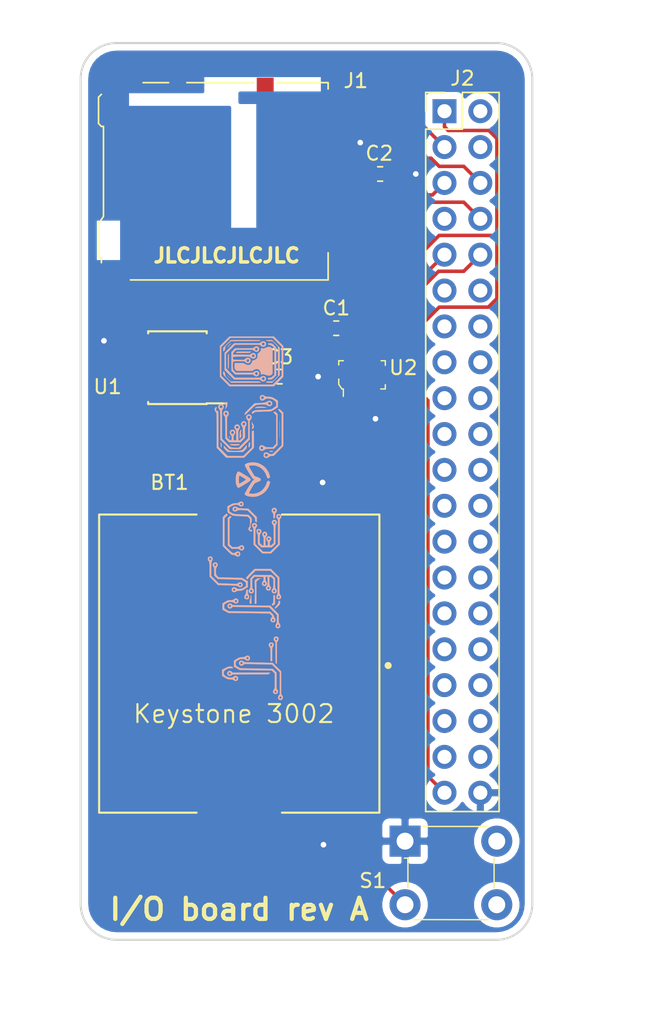
<source format=kicad_pcb>
(kicad_pcb (version 20171130) (host pcbnew "(5.1.5-0-10_14)")

  (general
    (thickness 1.6)
    (drawings 10)
    (tracks 107)
    (zones 0)
    (modules 10)
    (nets 51)
  )

  (page A4)
  (layers
    (0 F.Cu signal)
    (31 B.Cu signal)
    (32 B.Adhes user)
    (33 F.Adhes user)
    (34 B.Paste user)
    (35 F.Paste user)
    (36 B.SilkS user)
    (37 F.SilkS user)
    (38 B.Mask user)
    (39 F.Mask user)
    (40 Dwgs.User user)
    (41 Cmts.User user)
    (42 Eco1.User user)
    (43 Eco2.User user)
    (44 Edge.Cuts user)
    (45 Margin user)
    (46 B.CrtYd user)
    (47 F.CrtYd user)
    (48 B.Fab user)
    (49 F.Fab user)
  )

  (setup
    (last_trace_width 0.25)
    (trace_clearance 0.2)
    (zone_clearance 0.508)
    (zone_45_only no)
    (trace_min 0.2)
    (via_size 0.8)
    (via_drill 0.4)
    (via_min_size 0.4)
    (via_min_drill 0.3)
    (uvia_size 0.3)
    (uvia_drill 0.1)
    (uvias_allowed no)
    (uvia_min_size 0.2)
    (uvia_min_drill 0.1)
    (edge_width 0.05)
    (segment_width 0.2)
    (pcb_text_width 0.3)
    (pcb_text_size 1.5 1.5)
    (mod_edge_width 0.12)
    (mod_text_size 1 1)
    (mod_text_width 0.15)
    (pad_size 1.524 1.524)
    (pad_drill 0.762)
    (pad_to_mask_clearance 0)
    (solder_mask_min_width 0.2)
    (aux_axis_origin 0 0)
    (visible_elements FFFFFF7F)
    (pcbplotparams
      (layerselection 0x010fc_ffffffff)
      (usegerberextensions false)
      (usegerberattributes false)
      (usegerberadvancedattributes false)
      (creategerberjobfile false)
      (excludeedgelayer true)
      (linewidth 0.100000)
      (plotframeref false)
      (viasonmask false)
      (mode 1)
      (useauxorigin false)
      (hpglpennumber 1)
      (hpglpenspeed 20)
      (hpglpendiameter 15.000000)
      (psnegative false)
      (psa4output false)
      (plotreference true)
      (plotvalue true)
      (plotinvisibletext false)
      (padsonsilk false)
      (subtractmaskfromsilk false)
      (outputformat 1)
      (mirror false)
      (drillshape 0)
      (scaleselection 1)
      (outputdirectory "gerber/"))
  )

  (net 0 "")
  (net 1 "Net-(BT1-Pad1)")
  (net 2 "Net-(J1-Pad1)")
  (net 3 "Net-(J1-Pad8)")
  (net 4 "Net-(J1-Pad9)")
  (net 5 "Net-(J2-Pad39)")
  (net 6 "Net-(J2-Pad38)")
  (net 7 "Net-(J2-Pad37)")
  (net 8 "Net-(J2-Pad36)")
  (net 9 "Net-(J2-Pad35)")
  (net 10 "Net-(J2-Pad34)")
  (net 11 "Net-(J2-Pad33)")
  (net 12 "Net-(J2-Pad32)")
  (net 13 "Net-(J2-Pad31)")
  (net 14 "Net-(J2-Pad30)")
  (net 15 "Net-(J2-Pad29)")
  (net 16 "Net-(J2-Pad28)")
  (net 17 "Net-(J2-Pad27)")
  (net 18 "Net-(J2-Pad26)")
  (net 19 "Net-(J2-Pad25)")
  (net 20 "Net-(J2-Pad24)")
  (net 21 "Net-(J2-Pad23)")
  (net 22 "Net-(J2-Pad22)")
  (net 23 "Net-(J2-Pad21)")
  (net 24 "Net-(J2-Pad20)")
  (net 25 "Net-(J2-Pad19)")
  (net 26 "Net-(J2-Pad18)")
  (net 27 "Net-(J2-Pad17)")
  (net 28 "Net-(J2-Pad16)")
  (net 29 "Net-(J2-Pad15)")
  (net 30 "Net-(J2-Pad14)")
  (net 31 "Net-(J2-Pad13)")
  (net 32 "Net-(J2-Pad12)")
  (net 33 "Net-(J2-Pad11)")
  (net 34 "Net-(J2-Pad10)")
  (net 35 "Net-(J2-Pad9)")
  (net 36 "Net-(J2-Pad7)")
  (net 37 "Net-(J2-Pad4)")
  (net 38 "Net-(J2-Pad2)")
  (net 39 "Net-(U1-Pad3)")
  (net 40 "Net-(U1-Pad1)")
  (net 41 GNDREF)
  (net 42 "Net-(S1-Pad4)")
  (net 43 "Net-(S1-Pad2)")
  (net 44 "Net-(S1-Pad3)")
  (net 45 "Net-(U2-Pad1)")
  (net 46 /3V3)
  (net 47 /SPI_SDI)
  (net 48 /SPI_SCK)
  (net 49 /SPI_SDO)
  (net 50 /SPI_CS)

  (net_class Default "This is the default net class."
    (clearance 0.2)
    (trace_width 0.25)
    (via_dia 0.8)
    (via_drill 0.4)
    (uvia_dia 0.3)
    (uvia_drill 0.1)
    (add_net /3V3)
    (add_net /SPI_CS)
    (add_net /SPI_SCK)
    (add_net /SPI_SDI)
    (add_net /SPI_SDO)
    (add_net GNDREF)
    (add_net "Net-(BT1-Pad1)")
    (add_net "Net-(J1-Pad1)")
    (add_net "Net-(J1-Pad8)")
    (add_net "Net-(J1-Pad9)")
    (add_net "Net-(J2-Pad10)")
    (add_net "Net-(J2-Pad11)")
    (add_net "Net-(J2-Pad12)")
    (add_net "Net-(J2-Pad13)")
    (add_net "Net-(J2-Pad14)")
    (add_net "Net-(J2-Pad15)")
    (add_net "Net-(J2-Pad16)")
    (add_net "Net-(J2-Pad17)")
    (add_net "Net-(J2-Pad18)")
    (add_net "Net-(J2-Pad19)")
    (add_net "Net-(J2-Pad2)")
    (add_net "Net-(J2-Pad20)")
    (add_net "Net-(J2-Pad21)")
    (add_net "Net-(J2-Pad22)")
    (add_net "Net-(J2-Pad23)")
    (add_net "Net-(J2-Pad24)")
    (add_net "Net-(J2-Pad25)")
    (add_net "Net-(J2-Pad26)")
    (add_net "Net-(J2-Pad27)")
    (add_net "Net-(J2-Pad28)")
    (add_net "Net-(J2-Pad29)")
    (add_net "Net-(J2-Pad30)")
    (add_net "Net-(J2-Pad31)")
    (add_net "Net-(J2-Pad32)")
    (add_net "Net-(J2-Pad33)")
    (add_net "Net-(J2-Pad34)")
    (add_net "Net-(J2-Pad35)")
    (add_net "Net-(J2-Pad36)")
    (add_net "Net-(J2-Pad37)")
    (add_net "Net-(J2-Pad38)")
    (add_net "Net-(J2-Pad39)")
    (add_net "Net-(J2-Pad4)")
    (add_net "Net-(J2-Pad7)")
    (add_net "Net-(J2-Pad9)")
    (add_net "Net-(S1-Pad2)")
    (add_net "Net-(S1-Pad3)")
    (add_net "Net-(S1-Pad4)")
    (add_net "Net-(U1-Pad1)")
    (add_net "Net-(U1-Pad3)")
    (add_net "Net-(U2-Pad1)")
  )

  (module Connector_PinHeader_2.54mm:PinHeader_2x20_P2.54mm_Vertical (layer F.Cu) (tedit 59FED5CC) (tstamp 5FBA5533)
    (at 174.752 -80.264)
    (descr "Through hole straight pin header, 2x20, 2.54mm pitch, double rows")
    (tags "Through hole pin header THT 2x20 2.54mm double row")
    (path /5FB9F2E1)
    (fp_text reference J2 (at 1.27 -2.33) (layer F.SilkS)
      (effects (font (size 1 1) (thickness 0.15)))
    )
    (fp_text value 2x20-pin_TRS-20_bus (at 1.27 50.59) (layer F.Fab)
      (effects (font (size 1 1) (thickness 0.15)))
    )
    (fp_text user %R (at 1.27 24.13 90) (layer F.Fab)
      (effects (font (size 1 1) (thickness 0.15)))
    )
    (fp_line (start 4.35 -1.8) (end -1.8 -1.8) (layer F.CrtYd) (width 0.05))
    (fp_line (start 4.35 50.05) (end 4.35 -1.8) (layer F.CrtYd) (width 0.05))
    (fp_line (start -1.8 50.05) (end 4.35 50.05) (layer F.CrtYd) (width 0.05))
    (fp_line (start -1.8 -1.8) (end -1.8 50.05) (layer F.CrtYd) (width 0.05))
    (fp_line (start -1.33 -1.33) (end 0 -1.33) (layer F.SilkS) (width 0.12))
    (fp_line (start -1.33 0) (end -1.33 -1.33) (layer F.SilkS) (width 0.12))
    (fp_line (start 1.27 -1.33) (end 3.87 -1.33) (layer F.SilkS) (width 0.12))
    (fp_line (start 1.27 1.27) (end 1.27 -1.33) (layer F.SilkS) (width 0.12))
    (fp_line (start -1.33 1.27) (end 1.27 1.27) (layer F.SilkS) (width 0.12))
    (fp_line (start 3.87 -1.33) (end 3.87 49.59) (layer F.SilkS) (width 0.12))
    (fp_line (start -1.33 1.27) (end -1.33 49.59) (layer F.SilkS) (width 0.12))
    (fp_line (start -1.33 49.59) (end 3.87 49.59) (layer F.SilkS) (width 0.12))
    (fp_line (start -1.27 0) (end 0 -1.27) (layer F.Fab) (width 0.1))
    (fp_line (start -1.27 49.53) (end -1.27 0) (layer F.Fab) (width 0.1))
    (fp_line (start 3.81 49.53) (end -1.27 49.53) (layer F.Fab) (width 0.1))
    (fp_line (start 3.81 -1.27) (end 3.81 49.53) (layer F.Fab) (width 0.1))
    (fp_line (start 0 -1.27) (end 3.81 -1.27) (layer F.Fab) (width 0.1))
    (pad 40 thru_hole oval (at 2.54 48.26) (size 1.7 1.7) (drill 1) (layers *.Cu *.Mask)
      (net 41 GNDREF))
    (pad 39 thru_hole oval (at 0 48.26) (size 1.7 1.7) (drill 1) (layers *.Cu *.Mask)
      (net 5 "Net-(J2-Pad39)"))
    (pad 38 thru_hole oval (at 2.54 45.72) (size 1.7 1.7) (drill 1) (layers *.Cu *.Mask)
      (net 6 "Net-(J2-Pad38)"))
    (pad 37 thru_hole oval (at 0 45.72) (size 1.7 1.7) (drill 1) (layers *.Cu *.Mask)
      (net 7 "Net-(J2-Pad37)"))
    (pad 36 thru_hole oval (at 2.54 43.18) (size 1.7 1.7) (drill 1) (layers *.Cu *.Mask)
      (net 8 "Net-(J2-Pad36)"))
    (pad 35 thru_hole oval (at 0 43.18) (size 1.7 1.7) (drill 1) (layers *.Cu *.Mask)
      (net 9 "Net-(J2-Pad35)"))
    (pad 34 thru_hole oval (at 2.54 40.64) (size 1.7 1.7) (drill 1) (layers *.Cu *.Mask)
      (net 10 "Net-(J2-Pad34)"))
    (pad 33 thru_hole oval (at 0 40.64) (size 1.7 1.7) (drill 1) (layers *.Cu *.Mask)
      (net 11 "Net-(J2-Pad33)"))
    (pad 32 thru_hole oval (at 2.54 38.1) (size 1.7 1.7) (drill 1) (layers *.Cu *.Mask)
      (net 12 "Net-(J2-Pad32)"))
    (pad 31 thru_hole oval (at 0 38.1) (size 1.7 1.7) (drill 1) (layers *.Cu *.Mask)
      (net 13 "Net-(J2-Pad31)"))
    (pad 30 thru_hole oval (at 2.54 35.56) (size 1.7 1.7) (drill 1) (layers *.Cu *.Mask)
      (net 14 "Net-(J2-Pad30)"))
    (pad 29 thru_hole oval (at 0 35.56) (size 1.7 1.7) (drill 1) (layers *.Cu *.Mask)
      (net 15 "Net-(J2-Pad29)"))
    (pad 28 thru_hole oval (at 2.54 33.02) (size 1.7 1.7) (drill 1) (layers *.Cu *.Mask)
      (net 16 "Net-(J2-Pad28)"))
    (pad 27 thru_hole oval (at 0 33.02) (size 1.7 1.7) (drill 1) (layers *.Cu *.Mask)
      (net 17 "Net-(J2-Pad27)"))
    (pad 26 thru_hole oval (at 2.54 30.48) (size 1.7 1.7) (drill 1) (layers *.Cu *.Mask)
      (net 18 "Net-(J2-Pad26)"))
    (pad 25 thru_hole oval (at 0 30.48) (size 1.7 1.7) (drill 1) (layers *.Cu *.Mask)
      (net 19 "Net-(J2-Pad25)"))
    (pad 24 thru_hole oval (at 2.54 27.94) (size 1.7 1.7) (drill 1) (layers *.Cu *.Mask)
      (net 20 "Net-(J2-Pad24)"))
    (pad 23 thru_hole oval (at 0 27.94) (size 1.7 1.7) (drill 1) (layers *.Cu *.Mask)
      (net 21 "Net-(J2-Pad23)"))
    (pad 22 thru_hole oval (at 2.54 25.4) (size 1.7 1.7) (drill 1) (layers *.Cu *.Mask)
      (net 22 "Net-(J2-Pad22)"))
    (pad 21 thru_hole oval (at 0 25.4) (size 1.7 1.7) (drill 1) (layers *.Cu *.Mask)
      (net 23 "Net-(J2-Pad21)"))
    (pad 20 thru_hole oval (at 2.54 22.86) (size 1.7 1.7) (drill 1) (layers *.Cu *.Mask)
      (net 24 "Net-(J2-Pad20)"))
    (pad 19 thru_hole oval (at 0 22.86) (size 1.7 1.7) (drill 1) (layers *.Cu *.Mask)
      (net 25 "Net-(J2-Pad19)"))
    (pad 18 thru_hole oval (at 2.54 20.32) (size 1.7 1.7) (drill 1) (layers *.Cu *.Mask)
      (net 26 "Net-(J2-Pad18)"))
    (pad 17 thru_hole oval (at 0 20.32) (size 1.7 1.7) (drill 1) (layers *.Cu *.Mask)
      (net 27 "Net-(J2-Pad17)"))
    (pad 16 thru_hole oval (at 2.54 17.78) (size 1.7 1.7) (drill 1) (layers *.Cu *.Mask)
      (net 28 "Net-(J2-Pad16)"))
    (pad 15 thru_hole oval (at 0 17.78) (size 1.7 1.7) (drill 1) (layers *.Cu *.Mask)
      (net 29 "Net-(J2-Pad15)"))
    (pad 14 thru_hole oval (at 2.54 15.24) (size 1.7 1.7) (drill 1) (layers *.Cu *.Mask)
      (net 30 "Net-(J2-Pad14)"))
    (pad 13 thru_hole oval (at 0 15.24) (size 1.7 1.7) (drill 1) (layers *.Cu *.Mask)
      (net 31 "Net-(J2-Pad13)"))
    (pad 12 thru_hole oval (at 2.54 12.7) (size 1.7 1.7) (drill 1) (layers *.Cu *.Mask)
      (net 32 "Net-(J2-Pad12)"))
    (pad 11 thru_hole oval (at 0 12.7) (size 1.7 1.7) (drill 1) (layers *.Cu *.Mask)
      (net 33 "Net-(J2-Pad11)"))
    (pad 10 thru_hole oval (at 2.54 10.16) (size 1.7 1.7) (drill 1) (layers *.Cu *.Mask)
      (net 34 "Net-(J2-Pad10)"))
    (pad 9 thru_hole oval (at 0 10.16) (size 1.7 1.7) (drill 1) (layers *.Cu *.Mask)
      (net 35 "Net-(J2-Pad9)"))
    (pad 8 thru_hole oval (at 2.54 7.62) (size 1.7 1.7) (drill 1) (layers *.Cu *.Mask)
      (net 50 /SPI_CS))
    (pad 7 thru_hole oval (at 0 7.62) (size 1.7 1.7) (drill 1) (layers *.Cu *.Mask)
      (net 36 "Net-(J2-Pad7)"))
    (pad 6 thru_hole oval (at 2.54 5.08) (size 1.7 1.7) (drill 1) (layers *.Cu *.Mask)
      (net 48 /SPI_SCK))
    (pad 5 thru_hole oval (at 0 5.08) (size 1.7 1.7) (drill 1) (layers *.Cu *.Mask)
      (net 49 /SPI_SDO))
    (pad 4 thru_hole oval (at 2.54 2.54) (size 1.7 1.7) (drill 1) (layers *.Cu *.Mask)
      (net 37 "Net-(J2-Pad4)"))
    (pad 3 thru_hole oval (at 0 2.54) (size 1.7 1.7) (drill 1) (layers *.Cu *.Mask)
      (net 47 /SPI_SDI))
    (pad 2 thru_hole oval (at 2.54 0) (size 1.7 1.7) (drill 1) (layers *.Cu *.Mask)
      (net 38 "Net-(J2-Pad2)"))
    (pad 1 thru_hole rect (at 0 0) (size 1.7 1.7) (drill 1) (layers *.Cu *.Mask)
      (net 46 /3V3))
    (model ${KISYS3DMOD}/Connector_PinHeader_2.54mm.3dshapes/PinHeader_2x20_P2.54mm_Vertical.wrl
      (at (xyz 0 0 0))
      (scale (xyz 1 1 1))
      (rotate (xyz 0 0 0))
    )
  )

  (module Package_SO:SOIC-8_3.9x4.9mm_P1.27mm (layer F.Cu) (tedit 5A02F2D3) (tstamp 5FBA5B46)
    (at 155.829 -62.103 180)
    (descr "8-Lead Plastic Small Outline (SN) - Narrow, 3.90 mm Body [SOIC] (see Microchip Packaging Specification 00000049BS.pdf)")
    (tags "SOIC 1.27")
    (path /5FBAC1E8)
    (attr smd)
    (fp_text reference U1 (at 4.95 -1.35 180) (layer F.SilkS)
      (effects (font (size 1 1) (thickness 0.15)))
    )
    (fp_text value DS3232M (at 7.45 0.05 180) (layer F.Fab)
      (effects (font (size 1 1) (thickness 0.15)))
    )
    (fp_line (start -2.075 -2.525) (end -3.475 -2.525) (layer F.SilkS) (width 0.15))
    (fp_line (start -2.075 2.575) (end 2.075 2.575) (layer F.SilkS) (width 0.15))
    (fp_line (start -2.075 -2.575) (end 2.075 -2.575) (layer F.SilkS) (width 0.15))
    (fp_line (start -2.075 2.575) (end -2.075 2.43) (layer F.SilkS) (width 0.15))
    (fp_line (start 2.075 2.575) (end 2.075 2.43) (layer F.SilkS) (width 0.15))
    (fp_line (start 2.075 -2.575) (end 2.075 -2.43) (layer F.SilkS) (width 0.15))
    (fp_line (start -2.075 -2.575) (end -2.075 -2.525) (layer F.SilkS) (width 0.15))
    (fp_line (start -3.73 2.7) (end 3.73 2.7) (layer F.CrtYd) (width 0.05))
    (fp_line (start -3.73 -2.7) (end 3.73 -2.7) (layer F.CrtYd) (width 0.05))
    (fp_line (start 3.73 -2.7) (end 3.73 2.7) (layer F.CrtYd) (width 0.05))
    (fp_line (start -3.73 -2.7) (end -3.73 2.7) (layer F.CrtYd) (width 0.05))
    (fp_line (start -1.95 -1.45) (end -0.95 -2.45) (layer F.Fab) (width 0.1))
    (fp_line (start -1.95 2.45) (end -1.95 -1.45) (layer F.Fab) (width 0.1))
    (fp_line (start 1.95 2.45) (end -1.95 2.45) (layer F.Fab) (width 0.1))
    (fp_line (start 1.95 -2.45) (end 1.95 2.45) (layer F.Fab) (width 0.1))
    (fp_line (start -0.95 -2.45) (end 1.95 -2.45) (layer F.Fab) (width 0.1))
    (fp_text user %R (at 0 0 180) (layer F.Fab)
      (effects (font (size 1 1) (thickness 0.15)))
    )
    (pad 8 smd rect (at 2.7 -1.905 180) (size 1.55 0.6) (layers F.Cu F.Paste F.Mask)
      (net 34 "Net-(J2-Pad10)"))
    (pad 7 smd rect (at 2.7 -0.635 180) (size 1.55 0.6) (layers F.Cu F.Paste F.Mask)
      (net 35 "Net-(J2-Pad9)"))
    (pad 6 smd rect (at 2.7 0.635 180) (size 1.55 0.6) (layers F.Cu F.Paste F.Mask)
      (net 1 "Net-(BT1-Pad1)"))
    (pad 5 smd rect (at 2.7 1.905 180) (size 1.55 0.6) (layers F.Cu F.Paste F.Mask)
      (net 41 GNDREF))
    (pad 4 smd rect (at -2.7 1.905 180) (size 1.55 0.6) (layers F.Cu F.Paste F.Mask)
      (net 44 "Net-(S1-Pad3)"))
    (pad 3 smd rect (at -2.7 0.635 180) (size 1.55 0.6) (layers F.Cu F.Paste F.Mask)
      (net 39 "Net-(U1-Pad3)"))
    (pad 2 smd rect (at -2.7 -0.635 180) (size 1.55 0.6) (layers F.Cu F.Paste F.Mask)
      (net 46 /3V3))
    (pad 1 smd rect (at -2.7 -1.905 180) (size 1.55 0.6) (layers F.Cu F.Paste F.Mask)
      (net 40 "Net-(U1-Pad1)"))
    (model ${KISYS3DMOD}/Package_SO.3dshapes/SOIC-8_3.9x4.9mm_P1.27mm.wrl
      (at (xyz 0 0 0))
      (scale (xyz 1 1 1))
      (rotate (xyz 0 0 0))
    )
  )

  (module "cpu board:Logo" locked (layer B.Cu) (tedit 0) (tstamp 5FBB3BA3)
    (at 160.8455 -51.308 90)
    (fp_text reference G*** (at 0 0 270) (layer B.SilkS) hide
      (effects (font (size 1.524 1.524) (thickness 0.3)) (justify mirror))
    )
    (fp_text value LOGO (at 0.75 0 270) (layer B.SilkS) hide
      (effects (font (size 1.524 1.524) (thickness 0.3)) (justify mirror))
    )
    (fp_poly (pts (xy -4.473178 -0.423834) (xy -4.419154 -0.489216) (xy -4.39985 -0.561323) (xy -4.409477 -0.64611)
      (xy -4.457217 -0.721753) (xy -4.487664 -0.760006) (xy -4.505791 -0.79762) (xy -4.513828 -0.847687)
      (xy -4.514006 -0.9233) (xy -4.509156 -1.026553) (xy -4.503833 -1.135401) (xy -4.497606 -1.279249)
      (xy -4.491116 -1.442319) (xy -4.485006 -1.608835) (xy -4.482694 -1.6764) (xy -4.468713 -2.0955)
      (xy -4.20966 -2.35585) (xy -3.950608 -2.6162) (xy -3.454854 -2.615635) (xy -3.282447 -2.615058)
      (xy -3.153314 -2.613325) (xy -3.05993 -2.609761) (xy -2.994771 -2.603688) (xy -2.950314 -2.594432)
      (xy -2.919033 -2.581317) (xy -2.8956 -2.5654) (xy -2.814829 -2.525063) (xy -2.726398 -2.514984)
      (xy -2.647966 -2.534821) (xy -2.604941 -2.571051) (xy -2.56949 -2.658503) (xy -2.576116 -2.747368)
      (xy -2.62099 -2.81841) (xy -2.701922 -2.863276) (xy -2.794202 -2.859478) (xy -2.895009 -2.807135)
      (xy -2.8956 -2.8067) (xy -2.926195 -2.785157) (xy -2.956472 -2.769138) (xy -2.994104 -2.757822)
      (xy -3.046766 -2.750394) (xy -3.122129 -2.746036) (xy -3.227868 -2.743929) (xy -3.371655 -2.743255)
      (xy -3.491482 -2.7432) (xy -4.001295 -2.7432) (xy -4.053534 -2.690824) (xy -2.828363 -2.690824)
      (xy -2.816735 -2.722781) (xy -2.775533 -2.759905) (xy -2.722989 -2.765627) (xy -2.681236 -2.739279)
      (xy -2.674861 -2.727047) (xy -2.673948 -2.670018) (xy -2.705833 -2.625443) (xy -2.756787 -2.611971)
      (xy -2.75927 -2.612388) (xy -2.815715 -2.640431) (xy -2.828363 -2.690824) (xy -4.053534 -2.690824)
      (xy -4.299467 -2.444248) (xy -4.59764 -2.145296) (xy -4.619285 -1.457283) (xy -4.625922 -1.25194)
      (xy -4.631798 -1.091286) (xy -4.637535 -0.969231) (xy -4.643759 -0.879684) (xy -4.651093 -0.816554)
      (xy -4.660162 -0.773748) (xy -4.671589 -0.745177) (xy -4.685999 -0.72475) (xy -4.695365 -0.714835)
      (xy -4.736288 -0.645369) (xy -4.749336 -0.560317) (xy -4.74521 -0.539932) (xy -4.653069 -0.539932)
      (xy -4.652226 -0.592622) (xy -4.633636 -0.620536) (xy -4.589481 -0.655091) (xy -4.550113 -0.652027)
      (xy -4.525328 -0.638088) (xy -4.498584 -0.596433) (xy -4.503727 -0.542782) (xy -4.53507 -0.49933)
      (xy -4.563932 -0.487408) (xy -4.620503 -0.498874) (xy -4.653069 -0.539932) (xy -4.74521 -0.539932)
      (xy -4.733337 -0.481284) (xy -4.709924 -0.446352) (xy -4.631479 -0.397612) (xy -4.548258 -0.391703)
      (xy -4.473178 -0.423834)) (layer B.SilkS) (width 0.01))
    (fp_poly (pts (xy -4.089413 -0.441466) (xy -4.045863 -2.109238) (xy -3.946982 -2.196561) (xy -3.897335 -2.238373)
      (xy -3.854565 -2.264183) (xy -3.804259 -2.277925) (xy -3.732005 -2.283533) (xy -3.623389 -2.284941)
      (xy -3.623167 -2.284942) (xy -3.512031 -2.284106) (xy -3.437963 -2.27844) (xy -3.38727 -2.265096)
      (xy -3.34626 -2.241229) (xy -3.322768 -2.2225) (xy -3.233571 -2.1715) (xy -3.1448 -2.160463)
      (xy -3.067234 -2.185703) (xy -3.01165 -2.243529) (xy -2.988827 -2.330255) (xy -2.988734 -2.3368)
      (xy -3.00986 -2.422387) (xy -3.064333 -2.491149) (xy -3.122244 -2.521447) (xy -3.176977 -2.520378)
      (xy -3.24455 -2.501088) (xy -3.303096 -2.470562) (xy -3.338127 -2.441568) (xy -3.33855 -2.440908)
      (xy -3.37253 -2.427537) (xy -3.45241 -2.418265) (xy -3.573425 -2.413532) (xy -3.641004 -2.413)
      (xy -3.92621 -2.413) (xy -4.00753 -2.330438) (xy -3.249452 -2.330438) (xy -3.242015 -2.3749)
      (xy -3.208059 -2.404364) (xy -3.165815 -2.413) (xy -3.112816 -2.398986) (xy -3.089615 -2.3749)
      (xy -3.085832 -2.311358) (xy -3.122629 -2.269763) (xy -3.165815 -2.2606) (xy -3.225034 -2.280211)
      (xy -3.249452 -2.330438) (xy -4.00753 -2.330438) (xy -4.048354 -2.288991) (xy -4.170497 -2.164983)
      (xy -4.193697 -1.319003) (xy -4.216898 -0.473022) (xy -4.313008 -0.319061) (xy -4.364564 -0.238943)
      (xy -4.403173 -0.19231) (xy -4.442324 -0.169267) (xy -4.495504 -0.159919) (xy -4.533696 -0.157152)
      (xy -4.614608 -0.15618) (xy -4.664477 -0.170111) (xy -4.702203 -0.204549) (xy -4.70494 -0.207952)
      (xy -4.796536 -0.347875) (xy -4.854471 -0.490146) (xy -4.877273 -0.626145) (xy -4.86347 -0.74725)
      (xy -4.8133 -0.842832) (xy -4.762301 -0.932029) (xy -4.751264 -1.0208) (xy -4.776504 -1.098366)
      (xy -4.83433 -1.15395) (xy -4.921056 -1.176773) (xy -4.9276 -1.176866) (xy -5.014705 -1.155971)
      (xy -5.074956 -1.101064) (xy -5.103727 -1.023815) (xy -5.100088 -0.980213) (xy -5.009756 -0.980213)
      (xy -5.002543 -1.034206) (xy -4.988102 -1.05347) (xy -4.936238 -1.084336) (xy -4.889986 -1.065086)
      (xy -4.868223 -1.03699) (xy -4.854369 -0.979718) (xy -4.877685 -0.932617) (xy -4.92591 -0.9144)
      (xy -4.981402 -0.933994) (xy -5.009756 -0.980213) (xy -5.100088 -0.980213) (xy -5.096388 -0.935894)
      (xy -5.0546 -0.856669) (xy -5.024442 -0.804149) (xy -5.00865 -0.73392) (xy -5.003817 -0.630221)
      (xy -5.0038 -0.621821) (xy -5.001971 -0.539358) (xy -4.993067 -0.474651) (xy -4.971966 -0.412442)
      (xy -4.933544 -0.33747) (xy -4.875096 -0.238477) (xy -4.746391 -0.0254) (xy -4.324757 -0.0254)
      (xy -4.089413 -0.441466)) (layer B.SilkS) (width 0.01))
    (fp_poly (pts (xy 5.905161 0.405965) (xy 6.057747 0.404743) (xy 6.18523 0.402856) (xy 6.280702 0.40043)
      (xy 6.337256 0.397589) (xy 6.35 0.395354) (xy 6.341945 0.366034) (xy 6.325228 0.319154)
      (xy 6.300457 0.254) (xy 5.721581 0.254) (xy 5.142705 0.254001) (xy 4.844652 -0.044831)
      (xy 4.5466 -0.343662) (xy 4.5466 -1.461232) (xy 5.195006 -2.1082) (xy 6.472502 -2.1082)
      (xy 6.804699 -2.108699) (xy 7.08616 -2.110199) (xy 7.316935 -2.112699) (xy 7.497078 -2.116202)
      (xy 7.626642 -2.120707) (xy 7.70568 -2.126217) (xy 7.734243 -2.132732) (xy 7.734159 -2.133827)
      (xy 7.728129 -2.183993) (xy 7.750608 -2.239157) (xy 7.786287 -2.27024) (xy 7.836433 -2.272351)
      (xy 7.8913 -2.25885) (xy 7.95396 -2.244533) (xy 7.996485 -2.247526) (xy 8.015799 -2.264212)
      (xy 8.001194 -2.294949) (xy 7.974977 -2.324762) (xy 7.908694 -2.373925) (xy 7.832789 -2.382765)
      (xy 7.73497 -2.352693) (xy 7.73429 -2.352397) (xy 7.669099 -2.315837) (xy 7.62323 -2.277191)
      (xy 7.611514 -2.267526) (xy 7.590963 -2.259447) (xy 7.557315 -2.252812) (xy 7.506309 -2.247476)
      (xy 7.433682 -2.243296) (xy 7.335174 -2.240131) (xy 7.206521 -2.237835) (xy 7.043461 -2.236266)
      (xy 6.841734 -2.235281) (xy 6.597077 -2.234737) (xy 6.353239 -2.234514) (xy 5.1181 -2.233829)
      (xy 4.767828 -1.897964) (xy 4.417556 -1.5621) (xy 4.418578 -0.926759) (xy 4.4196 -0.291419)
      (xy 4.769178 0.057491) (xy 5.118757 0.4064) (xy 5.734378 0.4064) (xy 5.905161 0.405965)) (layer B.SilkS) (width 0.01))
    (fp_poly (pts (xy 7.334995 0.24119) (xy 7.390861 0.216179) (xy 7.458085 0.158181) (xy 7.487652 0.082518)
      (xy 7.482976 0.00142) (xy 7.447472 -0.072884) (xy 7.384554 -0.128163) (xy 7.297637 -0.152187)
      (xy 7.287959 -0.1524) (xy 7.22843 -0.137719) (xy 7.152995 -0.100451) (xy 7.11603 -0.0762)
      (xy 7.010839 0) (xy 5.803194 0) (xy 5.466997 -0.33689) (xy 5.1308 -0.673781)
      (xy 5.1308 -0.910901) (xy 5.135511 -1.0611) (xy 5.150313 -1.169224) (xy 5.17179 -1.234404)
      (xy 5.204526 -1.282482) (xy 5.266833 -1.356288) (xy 5.350888 -1.44717) (xy 5.448863 -1.546476)
      (xy 5.491111 -1.587493) (xy 5.769441 -1.8542) (xy 7.775095 -1.8542) (xy 7.868543 -1.7907)
      (xy 7.973522 -1.739798) (xy 8.069333 -1.731682) (xy 8.148344 -1.765071) (xy 8.202927 -1.838683)
      (xy 8.206464 -1.847456) (xy 8.221588 -1.944643) (xy 8.195462 -2.03113) (xy 8.132517 -2.093041)
      (xy 8.127146 -2.095941) (xy 8.054104 -2.126742) (xy 7.994291 -2.127769) (xy 7.922166 -2.098743)
      (xy 7.912156 -2.093584) (xy 7.846172 -2.0546) (xy 7.795856 -2.017541) (xy 7.778443 -2.008268)
      (xy 7.745671 -2.000659) (xy 7.693076 -1.994561) (xy 7.616195 -1.989823) (xy 7.510565 -1.986292)
      (xy 7.371721 -1.983816) (xy 7.195201 -1.982243) (xy 6.976541 -1.981422) (xy 6.728647 -1.9812)
      (xy 5.701594 -1.9812) (xy 5.67613 -1.955683) (xy 7.930142 -1.955683) (xy 7.95528 -2.00152)
      (xy 8.014329 -2.030277) (xy 8.08048 -2.010814) (xy 8.104194 -1.992456) (xy 8.134686 -1.93641)
      (xy 8.122949 -1.875227) (xy 8.072336 -1.826198) (xy 8.071914 -1.825971) (xy 8.014718 -1.817876)
      (xy 7.965708 -1.846303) (xy 7.934358 -1.896993) (xy 7.930142 -1.955683) (xy 5.67613 -1.955683)
      (xy 5.0292 -1.307418) (xy 5.0292 -0.572181) (xy 5.365397 -0.23529) (xy 5.672553 0.0725)
      (xy 7.19255 0.0725) (xy 7.197626 0.012853) (xy 7.234712 -0.034174) (xy 7.2898 -0.0508)
      (xy 7.343133 -0.033854) (xy 7.36092 -0.02032) (xy 7.385604 0.028415) (xy 7.3914 0.068097)
      (xy 7.370304 0.117313) (xy 7.319982 0.14509) (xy 7.259878 0.144536) (xy 7.22597 0.126727)
      (xy 7.19255 0.0725) (xy 5.672553 0.0725) (xy 5.701594 0.1016) (xy 7.013947 0.1016)
      (xy 7.1247 0.1778) (xy 7.209041 0.229947) (xy 7.273345 0.250241) (xy 7.334995 0.24119)) (layer B.SilkS) (width 0.01))
    (fp_poly (pts (xy 12.668602 2.15231) (xy 13.0048 1.815419) (xy 13.0048 -1.332818) (xy 12.668602 -1.669709)
      (xy 12.332405 -2.0066) (xy 10.146594 -2.0066) (xy 9.4742 -1.332818) (xy 9.4742 1.740663)
      (xy 9.6012 1.740663) (xy 9.6012 -1.281966) (xy 9.911968 -1.593483) (xy 10.222737 -1.905)
      (xy 12.254793 -1.905) (xy 12.578996 -1.581516) (xy 12.9032 -1.258032) (xy 12.9032 1.73537)
      (xy 12.593351 2.048785) (xy 12.283502 2.362201) (xy 11.253868 2.362201) (xy 10.224233 2.3622)
      (xy 9.912716 2.051432) (xy 9.6012 1.740663) (xy 9.4742 1.740663) (xy 9.4742 1.815419)
      (xy 9.810397 2.15231) (xy 10.146594 2.4892) (xy 11.2395 2.489201) (xy 12.332405 2.489201)
      (xy 12.668602 2.15231)) (layer B.SilkS) (width 0.01))
    (fp_poly (pts (xy 5.398468 -1.884795) (xy 5.464241 -1.901258) (xy 5.4864 -1.9177) (xy 5.497389 -1.938171)
      (xy 5.481977 -1.949728) (xy 5.431677 -1.954791) (xy 5.35292 -1.9558) (xy 5.244131 -1.950604)
      (xy 5.178358 -1.934141) (xy 5.1562 -1.9177) (xy 5.14521 -1.897228) (xy 5.160622 -1.885671)
      (xy 5.210922 -1.880608) (xy 5.289679 -1.8796) (xy 5.398468 -1.884795)) (layer B.SilkS) (width 0.01))
    (fp_poly (pts (xy -11.13172 -0.720307) (xy -11.109953 -0.730638) (xy -11.066991 -0.780411) (xy -11.033959 -0.853163)
      (xy -11.0236 -0.910781) (xy -11.039344 -0.962698) (xy -11.078123 -1.025591) (xy -11.0871 -1.036767)
      (xy -11.126567 -1.095259) (xy -11.14569 -1.161995) (xy -11.1506 -1.255878) (xy -11.139466 -1.380856)
      (xy -11.101564 -1.493608) (xy -11.03015 -1.612348) (xy -11.006609 -1.64465) (xy -10.961628 -1.696068)
      (xy -10.914382 -1.720266) (xy -10.843038 -1.727064) (xy -10.823045 -1.7272) (xy -10.750786 -1.723448)
      (xy -10.697385 -1.706469) (xy -10.65173 -1.667676) (xy -10.602711 -1.598482) (xy -10.557226 -1.521768)
      (xy -10.516497 -1.438007) (xy -10.496074 -1.354123) (xy -10.490215 -1.245828) (xy -10.4902 -1.238408)
      (xy -10.4902 -1.071579) (xy -10.426899 -1.100939) (xy -10.389978 -1.123939) (xy -10.370987 -1.158826)
      (xy -10.364175 -1.220944) (xy -10.363537 -1.27) (xy -10.367656 -1.346741) (xy -10.383287 -1.419153)
      (xy -10.415232 -1.502287) (xy -10.468295 -1.611195) (xy -10.479031 -1.63195) (xy -10.594584 -1.8542)
      (xy -10.815442 -1.853575) (xy -11.0363 -1.852951) (xy -11.15695 -1.648335) (xy -11.214923 -1.546889)
      (xy -11.250689 -1.472081) (xy -11.269523 -1.40782) (xy -11.276694 -1.338017) (xy -11.2776 -1.280115)
      (xy -11.282089 -1.175919) (xy -11.299197 -1.100171) (xy -11.334386 -1.031023) (xy -11.343351 -1.017154)
      (xy -11.388309 -0.924365) (xy -11.388202 -0.913932) (xy -11.291912 -0.913932) (xy -11.257634 -0.95354)
      (xy -11.204506 -0.960224) (xy -11.153726 -0.942987) (xy -11.138088 -0.898172) (xy -11.1379 -0.889)
      (xy -11.149803 -0.839207) (xy -11.194907 -0.819067) (xy -11.204506 -0.817775) (xy -11.264706 -0.825708)
      (xy -11.286259 -0.849525) (xy -11.291912 -0.913932) (xy -11.388202 -0.913932) (xy -11.387472 -0.843318)
      (xy -11.340454 -0.762977) (xy -11.334159 -0.75565) (xy -11.279725 -0.724421) (xy -11.203413 -0.711655)
      (xy -11.13172 -0.720307)) (layer B.SilkS) (width 0.01))
    (fp_poly (pts (xy -7.00482 1.927437) (xy -6.920664 1.876989) (xy -6.919863 1.876267) (xy -6.857514 1.840033)
      (xy -6.804696 1.8288) (xy -6.743411 1.807477) (xy -6.6605 1.742819) (xy -6.611961 1.69545)
      (xy -6.481957 1.5621) (xy -6.447081 -1.3843) (xy -6.352968 -1.5367) (xy -6.258856 -1.6891)
      (xy -6.124113 -1.696864) (xy -6.048836 -1.698542) (xy -5.995359 -1.687752) (xy -5.952799 -1.656281)
      (xy -5.910274 -1.595918) (xy -5.856901 -1.498449) (xy -5.854089 -1.493094) (xy -5.802506 -1.35431)
      (xy -5.788529 -1.214665) (xy -5.812069 -1.08678) (xy -5.857519 -1.001862) (xy -5.904708 -0.907958)
      (xy -5.902803 -0.858696) (xy -5.814523 -0.858696) (xy -5.807415 -0.9017) (xy -5.773154 -0.931175)
      (xy -5.718123 -0.938458) (xy -5.667221 -0.9236) (xy -5.647862 -0.901376) (xy -5.650874 -0.849006)
      (xy -5.688726 -0.805078) (xy -5.744308 -0.7874) (xy -5.793751 -0.808063) (xy -5.814523 -0.858696)
      (xy -5.902803 -0.858696) (xy -5.901177 -0.816656) (xy -5.848785 -0.73025) (xy -5.78272 -0.690895)
      (xy -5.70177 -0.687942) (xy -5.624726 -0.719759) (xy -5.589844 -0.752725) (xy -5.544369 -0.839278)
      (xy -5.54839 -0.924234) (xy -5.6007 -1.011367) (xy -5.636151 -1.06145) (xy -5.655495 -1.116432)
      (xy -5.663243 -1.193879) (xy -5.6642 -1.258734) (xy -5.666355 -1.345807) (xy -5.676369 -1.413917)
      (xy -5.699568 -1.47999) (xy -5.741277 -1.560954) (xy -5.780914 -1.629717) (xy -5.897628 -1.8288)
      (xy -6.340419 -1.8288) (xy -6.45951 -1.614927) (xy -6.5786 -1.401055) (xy -6.5786 -1.022193)
      (xy -6.579018 -0.912014) (xy -6.580209 -0.759026) (xy -6.582081 -0.571214) (xy -6.58454 -0.356561)
      (xy -6.587495 -0.123051) (xy -6.590851 0.121331) (xy -6.594517 0.368603) (xy -6.595507 0.432218)
      (xy -6.612413 1.507766) (xy -6.700063 1.604783) (xy -6.754592 1.660136) (xy -6.797887 1.695262)
      (xy -6.812839 1.7018) (xy -6.847014 1.686696) (xy -6.899995 1.649289) (xy -6.913433 1.6383)
      (xy -7.006057 1.584376) (xy -7.094297 1.574401) (xy -7.168781 1.604608) (xy -7.220139 1.671235)
      (xy -7.239 1.769109) (xy -7.23781 1.774138) (xy -7.152731 1.774138) (xy -7.142241 1.721885)
      (xy -7.133711 1.710055) (xy -7.084212 1.679635) (xy -7.03381 1.68745) (xy -7.001401 1.727591)
      (xy -6.9977 1.7526) (xy -7.009603 1.802393) (xy -7.054707 1.822533) (xy -7.064306 1.823825)
      (xy -7.123728 1.813076) (xy -7.152731 1.774138) (xy -7.23781 1.774138) (xy -7.218656 1.855042)
      (xy -7.165233 1.91263) (xy -7.090149 1.93804) (xy -7.00482 1.927437)) (layer B.SilkS) (width 0.01))
    (fp_poly (pts (xy -2.291908 -0.588) (xy -2.234448 -0.643983) (xy -2.209947 -0.724383) (xy -2.2098 -0.731665)
      (xy -2.224867 -0.798045) (xy -2.26219 -0.87284) (xy -2.2733 -0.889) (xy -2.315901 -0.953844)
      (xy -2.337276 -1.011537) (xy -2.334505 -1.069237) (xy -2.30467 -1.134102) (xy -2.24485 -1.213292)
      (xy -2.152125 -1.313964) (xy -2.063336 -1.403783) (xy -1.789871 -1.6764) (xy 0.141823 -1.6764)
      (xy 0.254 -1.5621) (xy 0.315209 -1.502612) (xy 0.363146 -1.461274) (xy 0.385394 -1.4478)
      (xy 0.410804 -1.467531) (xy 0.433384 -1.501561) (xy 0.444644 -1.534545) (xy 0.435747 -1.568693)
      (xy 0.400754 -1.615311) (xy 0.339983 -1.679361) (xy 0.217809 -1.8034) (xy -1.842263 -1.8034)
      (xy -2.153032 -1.491883) (xy -2.26556 -1.378593) (xy -2.347027 -1.294272) (xy -2.402442 -1.232121)
      (xy -2.436817 -1.185338) (xy -2.455162 -1.147125) (xy -2.462486 -1.11068) (xy -2.4638 -1.070099)
      (xy -2.477668 -0.969132) (xy -2.525071 -0.887041) (xy -2.5273 -0.884367) (xy -2.579585 -0.793081)
      (xy -2.583886 -0.721288) (xy -2.48467 -0.721288) (xy -2.478323 -0.759331) (xy -2.457747 -0.783293)
      (xy -2.405144 -0.808418) (xy -2.351748 -0.797115) (xy -2.318457 -0.755085) (xy -2.316209 -0.744668)
      (xy -2.327675 -0.688097) (xy -2.368733 -0.655531) (xy -2.421423 -0.656374) (xy -2.449337 -0.674964)
      (xy -2.48467 -0.721288) (xy -2.583886 -0.721288) (xy -2.584909 -0.704216) (xy -2.543141 -0.625291)
      (xy -2.532013 -0.614027) (xy -2.453693 -0.568275) (xy -2.369324 -0.561182) (xy -2.291908 -0.588)) (layer B.SilkS) (width 0.01))
    (fp_poly (pts (xy 8.243964 -1.491268) (xy 8.308152 -1.540324) (xy 8.343202 -1.617243) (xy 8.34077 -1.71798)
      (xy 8.33682 -1.734291) (xy 8.317845 -1.804882) (xy 8.267372 -1.696191) (xy 8.232816 -1.634412)
      (xy 8.192126 -1.599089) (xy 8.133754 -1.586952) (xy 8.046155 -1.594729) (xy 7.9629 -1.609944)
      (xy 7.8613 -1.630228) (xy 7.960042 -1.551714) (xy 8.061563 -1.492918) (xy 8.158986 -1.474118)
      (xy 8.243964 -1.491268)) (layer B.SilkS) (width 0.01))
    (fp_poly (pts (xy 6.906847 -0.14637) (xy 6.973286 -0.196893) (xy 7.007929 -0.267183) (xy 7.008763 -0.345854)
      (xy 6.973779 -0.421524) (xy 6.900962 -0.482806) (xy 6.87565 -0.49495) (xy 6.816754 -0.513832)
      (xy 6.76578 -0.508936) (xy 6.701574 -0.480546) (xy 6.638612 -0.444447) (xy 6.597055 -0.41333)
      (xy 6.591524 -0.406762) (xy 6.560226 -0.396413) (xy 6.484771 -0.388371) (xy 6.371767 -0.383088)
      (xy 6.227824 -0.381013) (xy 6.214089 -0.381) (xy 5.852576 -0.381) (xy 5.743264 -0.492381)
      (xy 5.6767 -0.569999) (xy 5.64465 -0.630208) (xy 5.643039 -0.651131) (xy 5.650984 -0.670506)
      (xy 5.671555 -0.684123) (xy 5.712907 -0.693268) (xy 5.783194 -0.699222) (xy 5.890572 -0.70327)
      (xy 5.989085 -0.705592) (xy 6.126339 -0.70805) (xy 6.222981 -0.707731) (xy 6.28918 -0.703255)
      (xy 6.335103 -0.693241) (xy 6.37092 -0.67631) (xy 6.406799 -0.651082) (xy 6.410269 -0.648442)
      (xy 6.485114 -0.605814) (xy 6.559929 -0.584759) (xy 6.570938 -0.5842) (xy 6.658176 -0.606365)
      (xy 6.731012 -0.663613) (xy 6.775054 -0.742072) (xy 6.7818 -0.7874) (xy 6.760042 -0.866948)
      (xy 6.704944 -0.937167) (xy 6.631767 -0.982226) (xy 6.585896 -0.9906) (xy 6.528047 -0.9755)
      (xy 6.456906 -0.937663) (xy 6.432917 -0.92075) (xy 6.394254 -0.892713) (xy 6.357791 -0.873403)
      (xy 6.313371 -0.861192) (xy 6.250838 -0.854457) (xy 6.160037 -0.85157) (xy 6.030811 -0.850908)
      (xy 5.996462 -0.8509) (xy 5.6515 -0.8509) (xy 5.6515 -1.0287) (xy 5.812535 -1.036321)
      (xy 5.907713 -1.037834) (xy 5.971993 -1.028272) (xy 6.024853 -1.003107) (xy 6.05849 -0.979171)
      (xy 6.152152 -0.925998) (xy 6.239026 -0.918971) (xy 6.307219 -0.943602) (xy 6.371185 -0.990147)
      (xy 6.397432 -1.05208) (xy 6.400411 -1.096472) (xy 6.389632 -1.187565) (xy 6.349657 -1.248679)
      (xy 6.293386 -1.285706) (xy 6.20562 -1.31167) (xy 6.118565 -1.293932) (xy 6.022894 -1.230605)
      (xy 5.969968 -1.192781) (xy 5.915359 -1.174911) (xy 5.838716 -1.171805) (xy 5.798933 -1.173448)
      (xy 5.701177 -1.185603) (xy 5.649796 -1.211753) (xy 5.643889 -1.255366) (xy 5.682551 -1.319911)
      (xy 5.743264 -1.387218) (xy 5.852576 -1.4986) (xy 7.287544 -1.4986) (xy 7.381116 -1.4351)
      (xy 7.488274 -1.382524) (xy 7.585443 -1.374092) (xy 7.666265 -1.409733) (xy 7.694356 -1.438525)
      (xy 7.739594 -1.527691) (xy 7.742049 -1.613589) (xy 7.709478 -1.68779) (xy 7.649636 -1.741866)
      (xy 7.570278 -1.76739) (xy 7.47916 -1.755933) (xy 7.425921 -1.730244) (xy 7.368517 -1.690158)
      (xy 7.331763 -1.656685) (xy 7.329172 -1.653058) (xy 7.300626 -1.644092) (xy 7.226474 -1.636938)
      (xy 7.105608 -1.63156) (xy 6.936924 -1.627917) (xy 6.719316 -1.625972) (xy 6.544483 -1.6256)
      (xy 5.776764 -1.6256) (xy 5.698349 -1.546198) (xy 7.433552 -1.546198) (xy 7.434015 -1.572665)
      (xy 7.468111 -1.61344) (xy 7.472436 -1.618048) (xy 7.535437 -1.664263) (xy 7.590457 -1.660324)
      (xy 7.629847 -1.61925) (xy 7.64503 -1.561001) (xy 7.622429 -1.51373) (xy 7.574992 -1.48577)
      (xy 7.515667 -1.485453) (xy 7.465315 -1.513366) (xy 7.433552 -1.546198) (xy 5.698349 -1.546198)
      (xy 5.5118 -1.357302) (xy 5.5118 -1.087248) (xy 6.1004 -1.087248) (xy 6.108575 -1.160716)
      (xy 6.148602 -1.205165) (xy 6.207137 -1.214777) (xy 6.270839 -1.183735) (xy 6.2865 -1.1684)
      (xy 6.317141 -1.128764) (xy 6.31284 -1.098695) (xy 6.285411 -1.065597) (xy 6.227168 -1.02654)
      (xy 6.165805 -1.021234) (xy 6.117768 -1.047757) (xy 6.1004 -1.087248) (xy 5.5118 -1.087248)
      (xy 5.5118 -0.821266) (xy 6.484272 -0.821266) (xy 6.51589 -0.869391) (xy 6.577849 -0.888997)
      (xy 6.5786 -0.889) (xy 6.631933 -0.872054) (xy 6.64972 -0.85852) (xy 6.678457 -0.799519)
      (xy 6.66034 -0.734491) (xy 6.6294 -0.6985) (xy 6.589464 -0.667649) (xy 6.559339 -0.672276)
      (xy 6.5278 -0.6985) (xy 6.48693 -0.759383) (xy 6.484272 -0.821266) (xy 5.5118 -0.821266)
      (xy 5.5118 -0.544632) (xy 5.73322 -0.325179) (xy 6.710242 -0.325179) (xy 6.748166 -0.381573)
      (xy 6.761317 -0.391745) (xy 6.806557 -0.416837) (xy 6.840544 -0.407816) (xy 6.862917 -0.389249)
      (xy 6.899087 -0.339605) (xy 6.9088 -0.303973) (xy 6.88861 -0.243238) (xy 6.837376 -0.213926)
      (xy 6.769102 -0.223979) (xy 6.768347 -0.224321) (xy 6.717152 -0.268388) (xy 6.710242 -0.325179)
      (xy 5.73322 -0.325179) (xy 5.830666 -0.2286) (xy 6.206977 -0.2286) (xy 6.355425 -0.227976)
      (xy 6.462099 -0.225413) (xy 6.536016 -0.219871) (xy 6.586195 -0.210311) (xy 6.621652 -0.195695)
      (xy 6.647869 -0.1778) (xy 6.732174 -0.13772) (xy 6.810625 -0.127) (xy 6.906847 -0.14637)) (layer B.SilkS) (width 0.01))
    (fp_poly (pts (xy 5.207798 -0.102344) (xy 5.3213 -0.103089) (xy 5.2324 -0.177792) (xy 5.153534 -0.244003)
      (xy 5.068899 -0.314973) (xy 5.050076 -0.330743) (xy 4.981155 -0.403051) (xy 4.941305 -0.488883)
      (xy 4.929426 -0.535946) (xy 4.917233 -0.620717) (xy 4.908763 -0.735579) (xy 4.90404 -0.867856)
      (xy 4.903087 -1.004872) (xy 4.905928 -1.133949) (xy 4.912586 -1.242411) (xy 4.923086 -1.317582)
      (xy 4.927942 -1.334402) (xy 4.957071 -1.383428) (xy 5.01227 -1.455118) (xy 5.083346 -1.536564)
      (xy 5.109769 -1.564655) (xy 5.265852 -1.7272) (xy 5.178408 -1.7272) (xy 5.12421 -1.720432)
      (xy 5.072056 -1.694863) (xy 5.008997 -1.642595) (xy 4.958482 -1.593051) (xy 4.826 -1.458902)
      (xy 4.826 -0.366564) (xy 4.960148 -0.234082) (xy 5.033238 -0.164808) (xy 5.086919 -0.125047)
      (xy 5.136108 -0.106867) (xy 5.19572 -0.10233) (xy 5.207798 -0.102344)) (layer B.SilkS) (width 0.01))
    (fp_poly (pts (xy -10.795 0.230345) (xy -10.795 -1.097566) (xy -10.7315 -1.173032) (xy -10.678563 -1.263941)
      (xy -10.672408 -1.350564) (xy -10.712946 -1.425979) (xy -10.734926 -1.445956) (xy -10.824958 -1.49227)
      (xy -10.912857 -1.487842) (xy -10.964247 -1.461092) (xy -11.021042 -1.393284) (xy -11.036084 -1.305972)
      (xy -11.032598 -1.293983) (xy -10.939862 -1.293983) (xy -10.935043 -1.345119) (xy -10.901395 -1.387939)
      (xy -10.851833 -1.397344) (xy -10.80577 -1.376425) (xy -10.782617 -1.328272) (xy -10.7823 -1.3208)
      (xy -10.795904 -1.268923) (xy -10.84238 -1.248799) (xy -10.90923 -1.255048) (xy -10.939862 -1.293983)
      (xy -11.032598 -1.293983) (xy -11.010787 -1.21898) (xy -10.97747 -1.167366) (xy -10.948841 -1.143239)
      (xy -10.946748 -1.143) (xy -10.94078 -1.117889) (xy -10.935572 -1.043709) (xy -10.931158 -0.922182)
      (xy -10.927571 -0.755033) (xy -10.924843 -0.543986) (xy -10.923008 -0.290766) (xy -10.922099 0.002904)
      (xy -10.922 0.147973) (xy -10.922 1.438945) (xy -10.8585 1.4986) (xy -10.795001 1.558256)
      (xy -10.795 0.230345)) (layer B.SilkS) (width 0.01))
    (fp_poly (pts (xy -7.358815 2.240602) (xy -7.330317 2.2225) (xy -7.284844 2.194453) (xy -7.23927 2.176042)
      (xy -7.181527 2.165206) (xy -7.099548 2.159881) (xy -6.981264 2.158007) (xy -6.952123 2.157865)
      (xy -6.6675 2.156729) (xy -6.3627 1.862228) (xy -6.0579 1.567728) (xy -6.037851 0.237994)
      (xy -6.017801 -1.091739) (xy -5.955301 -1.159178) (xy -5.908437 -1.218976) (xy -5.895487 -1.272858)
      (xy -5.912523 -1.343388) (xy -5.91979 -1.363079) (xy -5.956321 -1.431624) (xy -6.008732 -1.464514)
      (xy -6.087807 -1.472811) (xy -6.168149 -1.45414) (xy -6.221157 -1.406274) (xy -6.266802 -1.320485)
      (xy -6.264788 -1.284879) (xy -6.158863 -1.284879) (xy -6.157221 -1.33028) (xy -6.122745 -1.361015)
      (xy -6.067757 -1.37121) (xy -6.01877 -1.358096) (xy -6.00696 -1.345972) (xy -5.99987 -1.296218)
      (xy -6.022367 -1.246201) (xy -6.062782 -1.219684) (xy -6.069202 -1.2192) (xy -6.126326 -1.23861)
      (xy -6.158863 -1.284879) (xy -6.264788 -1.284879) (xy -6.262313 -1.24116) (xy -6.20909 -1.167263)
      (xy -6.14438 -1.106471) (xy -6.161159 0.189715) (xy -6.177937 1.4859) (xy -6.447685 1.75895)
      (xy -6.717434 2.032) (xy -6.997267 2.031436) (xy -7.125564 2.029927) (xy -7.214068 2.024943)
      (xy -7.273752 2.01488) (xy -7.315588 1.99813) (xy -7.3406 1.9812) (xy -7.416501 1.944348)
      (xy -7.498698 1.930965) (xy -7.56764 1.937861) (xy -7.609281 1.967937) (xy -7.632048 2.005339)
      (xy -7.66447 2.083903) (xy -7.663729 2.114907) (xy -7.562097 2.114907) (xy -7.559848 2.063686)
      (xy -7.556641 2.057628) (xy -7.517966 2.035314) (xy -7.461408 2.034785) (xy -7.413271 2.053886)
      (xy -7.400462 2.070424) (xy -7.403543 2.122644) (xy -7.440909 2.166844) (xy -7.494399 2.1844)
      (xy -7.536391 2.163066) (xy -7.562097 2.114907) (xy -7.663729 2.114907) (xy -7.663019 2.14457)
      (xy -7.626322 2.208489) (xy -7.618157 2.219075) (xy -7.547645 2.274208) (xy -7.460985 2.281386)
      (xy -7.358815 2.240602)) (layer B.SilkS) (width 0.01))
    (fp_poly (pts (xy -0.673344 0.260944) (xy -0.6908 0.228871) (xy -0.710009 0.183627) (xy -0.691419 0.151421)
      (xy -0.675942 0.139138) (xy -0.624502 0.122036) (xy -0.570955 0.131094) (xy -0.536812 0.160698)
      (xy -0.5334 0.176317) (xy -0.512331 0.184294) (xy -0.460322 0.175753) (xy -0.447024 0.171936)
      (xy -0.382983 0.15921) (xy -0.322445 0.16846) (xy -0.248504 0.199713) (xy -0.100273 0.245606)
      (xy 0.002624 0.254) (xy 0.079765 0.251603) (xy 0.134026 0.238798) (xy 0.183345 0.207169)
      (xy 0.245665 0.148299) (xy 0.261008 0.132778) (xy 0.380408 0.011556) (xy 0.404922 -0.502963)
      (xy 0.413656 -0.679002) (xy 0.42157 -0.812452) (xy 0.429829 -0.911482) (xy 0.439599 -0.984264)
      (xy 0.452044 -1.038969) (xy 0.46833 -1.083767) (xy 0.48962 -1.126831) (xy 0.49537 -1.137391)
      (xy 0.550834 -1.235822) (xy 0.5929 -1.297508) (xy 0.632174 -1.330477) (xy 0.679261 -1.342754)
      (xy 0.744765 -1.342368) (xy 0.764727 -1.341264) (xy 0.899486 -1.3335) (xy 0.988133 -1.18384)
      (xy 1.059006 -1.034354) (xy 1.091544 -0.893972) (xy 1.085159 -0.769766) (xy 1.039264 -0.668808)
      (xy 1.031689 -0.659321) (xy 0.979928 -0.569876) (xy 0.969203 -0.488084) (xy 1.059136 -0.488084)
      (xy 1.066865 -0.53336) (xy 1.069335 -0.538138) (xy 1.110838 -0.574978) (xy 1.16249 -0.57708)
      (xy 1.20355 -0.547264) (xy 1.214075 -0.518477) (xy 1.202872 -0.460159) (xy 1.181849 -0.432421)
      (xy 1.144999 -0.413735) (xy 1.106644 -0.432016) (xy 1.09254 -0.444191) (xy 1.059136 -0.488084)
      (xy 0.969203 -0.488084) (xy 0.968587 -0.48339) (xy 0.99118 -0.40832) (xy 1.041218 -0.353124)
      (xy 1.112214 -0.326259) (xy 1.197679 -0.336185) (xy 1.256912 -0.36571) (xy 1.308605 -0.426653)
      (xy 1.32156 -0.508141) (xy 1.295759 -0.597835) (xy 1.2573 -0.655767) (xy 1.221745 -0.706056)
      (xy 1.202398 -0.761318) (xy 1.19471 -0.839212) (xy 1.1938 -0.902217) (xy 1.191151 -0.991953)
      (xy 1.17973 -1.064293) (xy 1.154325 -1.137149) (xy 1.109723 -1.228435) (xy 1.08585 -1.273176)
      (xy 0.9779 -1.473149) (xy 0.762 -1.473014) (xy 0.656608 -1.472101) (xy 0.589964 -1.467337)
      (xy 0.550017 -1.455441) (xy 0.524719 -1.433133) (xy 0.505532 -1.403189) (xy 0.468916 -1.342057)
      (xy 0.418649 -1.260245) (xy 0.385099 -1.2065) (xy 0.358227 -1.162729) (xy 0.337801 -1.12318)
      (xy 0.322489 -1.079804) (xy 0.310957 -1.024553) (xy 0.301872 -0.949381) (xy 0.293901 -0.846239)
      (xy 0.285712 -0.70708) (xy 0.277812 -0.5588) (xy 0.250391 -0.0381) (xy 0.171012 0.04445)
      (xy 0.132889 0.082311) (xy 0.098335 0.106357) (xy 0.054924 0.119725) (xy -0.009776 0.12555)
      (xy -0.108192 0.126966) (xy -0.156255 0.127) (xy -0.27492 0.1257) (xy -0.356418 0.120111)
      (xy -0.414351 0.107706) (xy -0.462323 0.085953) (xy -0.497717 0.0635) (xy -0.573393 0.017496)
      (xy -0.628531 0.004561) (xy -0.681378 0.024953) (xy -0.736011 0.066902) (xy -0.793267 0.133289)
      (xy -0.812021 0.196717) (xy -0.792621 0.247008) (xy -0.735415 0.273985) (xy -0.7289 0.274868)
      (xy -0.680395 0.277268) (xy -0.673344 0.260944)) (layer B.SilkS) (width 0.01))
    (fp_poly (pts (xy -1.907446 -0.294219) (xy -1.835699 -0.330119) (xy -1.797439 -0.365752) (xy -1.777493 -0.435498)
      (xy -1.787589 -0.52279) (xy -1.824289 -0.606971) (xy -1.8415 -0.630367) (xy -1.873248 -0.673492)
      (xy -1.892286 -0.719369) (xy -1.901769 -0.782348) (xy -1.90485 -0.876781) (xy -1.905 -0.919261)
      (xy -1.905 -1.13269) (xy -1.80868 -1.226745) (xy -1.712359 -1.3208) (xy 0.092095 -1.3208)
      (xy 0.164641 -1.245078) (xy 0.211471 -1.198445) (xy 0.238344 -1.185454) (xy 0.260281 -1.202905)
      (xy 0.27392 -1.2218) (xy 0.292906 -1.257071) (xy 0.287529 -1.289218) (xy 0.252522 -1.333715)
      (xy 0.226543 -1.361021) (xy 0.142434 -1.4478) (xy -0.824133 -1.446395) (xy -1.7907 -1.444991)
      (xy -2.035016 -1.170281) (xy -2.030107 -0.926947) (xy -2.028958 -0.810901) (xy -2.032432 -0.733632)
      (xy -2.042472 -0.683187) (xy -2.061023 -0.647616) (xy -2.079009 -0.626335) (xy -2.123922 -0.558037)
      (xy -2.148748 -0.489412) (xy -2.1495 -0.472795) (xy -2.053295 -0.472795) (xy -2.029562 -0.525586)
      (xy -2.02692 -0.52832) (xy -1.988603 -0.555473) (xy -1.943379 -0.551727) (xy -1.919778 -0.543382)
      (xy -1.885651 -0.508236) (xy -1.881491 -0.455966) (xy -1.905518 -0.409111) (xy -1.931619 -0.393313)
      (xy -1.994246 -0.392383) (xy -2.038164 -0.423635) (xy -2.053295 -0.472795) (xy -2.1495 -0.472795)
      (xy -2.151713 -0.423955) (xy -2.122894 -0.369836) (xy -2.099493 -0.344583) (xy -2.04123 -0.300517)
      (xy -1.985711 -0.279657) (xy -1.980685 -0.2794) (xy -1.907446 -0.294219)) (layer B.SilkS) (width 0.01))
    (fp_poly (pts (xy 5.919305 -1.31345) (xy 5.9436 -1.3335) (xy 5.960216 -1.363121) (xy 5.933271 -1.371484)
      (xy 5.92442 -1.3716) (xy 5.866294 -1.353549) (xy 5.842 -1.3335) (xy 5.825383 -1.303878)
      (xy 5.852328 -1.295515) (xy 5.861179 -1.2954) (xy 5.919305 -1.31345)) (layer B.SilkS) (width 0.01))
    (fp_poly (pts (xy 5.376811 -0.619636) (xy 5.38187 -0.663889) (xy 5.384158 -0.742035) (xy 5.384774 -0.860865)
      (xy 5.3848 -0.935863) (xy 5.384217 -1.064419) (xy 5.382617 -1.172648) (xy 5.380219 -1.251512)
      (xy 5.377244 -1.291972) (xy 5.376036 -1.2954) (xy 5.354453 -1.278931) (xy 5.325236 -1.248949)
      (xy 5.305338 -1.216346) (xy 5.292595 -1.164784) (xy 5.28568 -1.084346) (xy 5.283261 -0.965116)
      (xy 5.2832 -0.935386) (xy 5.284278 -0.812985) (xy 5.288668 -0.730696) (xy 5.298098 -0.677859)
      (xy 5.314299 -0.643812) (xy 5.334 -0.6223) (xy 5.353976 -0.605633) (xy 5.36788 -0.602481)
      (xy 5.376811 -0.619636)) (layer B.SilkS) (width 0.01))
    (fp_poly (pts (xy 0.513978 0.31115) (xy 0.811263 0.0127) (xy 0.828669 -0.3429) (xy 0.836479 -0.487268)
      (xy 0.844604 -0.590616) (xy 0.854772 -0.662701) (xy 0.868715 -0.713283) (xy 0.888163 -0.752121)
      (xy 0.905637 -0.777097) (xy 0.945587 -0.849402) (xy 0.964878 -0.922798) (xy 0.9652 -0.931058)
      (xy 0.944361 -1.016926) (xy 0.890567 -1.079441) (xy 0.816895 -1.112777) (xy 0.736425 -1.111109)
      (xy 0.662238 -1.068612) (xy 0.6604 -1.0668) (xy 0.620042 -0.996537) (xy 0.6096 -0.931889)
      (xy 0.61091 -0.925584) (xy 0.7112 -0.925584) (xy 0.722842 -0.991123) (xy 0.760889 -1.014214)
      (xy 0.823422 -1.000582) (xy 0.855126 -0.966052) (xy 0.861844 -0.91306) (xy 0.843217 -0.866755)
      (xy 0.8255 -0.854414) (xy 0.762634 -0.8505) (xy 0.720548 -0.885241) (xy 0.7112 -0.925584)
      (xy 0.61091 -0.925584) (xy 0.627044 -0.847985) (xy 0.6604 -0.793251) (xy 0.686969 -0.751006)
      (xy 0.703796 -0.687592) (xy 0.711302 -0.596304) (xy 0.709904 -0.470435) (xy 0.700021 -0.303279)
      (xy 0.695039 -0.238782) (xy 0.678879 -0.0381) (xy 0.417605 0.22225) (xy 0.315435 0.323598)
      (xy 0.241152 0.394497) (xy 0.186689 0.440389) (xy 0.143979 0.466712) (xy 0.104954 0.478905)
      (xy 0.061546 0.482408) (xy 0.031443 0.4826) (xy -0.04656 0.486109) (xy -0.090488 0.501175)
      (xy -0.116846 0.534612) (xy -0.122379 0.5461) (xy -0.151311 0.6096) (xy 0.216694 0.6096)
      (xy 0.513978 0.31115)) (layer B.SilkS) (width 0.01))
    (fp_poly (pts (xy -12.084834 2.109528) (xy -12.006007 2.061634) (xy -11.985176 2.043929) (xy -11.960808 2.030492)
      (xy -11.926104 2.020736) (xy -11.874268 2.014074) (xy -11.798502 2.009917) (xy -11.69201 2.007677)
      (xy -11.547994 2.006768) (xy -11.369564 2.0066) (xy -10.791702 2.0066) (xy -10.5283 1.7399)
      (xy -10.507865 0.586359) (xy -10.487429 -0.567183) (xy -10.421017 -0.683641) (xy -10.362898 -0.781071)
      (xy -10.316548 -0.841711) (xy -10.270924 -0.874163) (xy -10.214985 -0.887029) (xy -10.157356 -0.889)
      (xy -10.078214 -0.884599) (xy -10.027736 -0.86485) (xy -9.984086 -0.819934) (xy -9.973792 -0.80645)
      (xy -9.892913 -0.683096) (xy -9.847341 -0.570219) (xy -9.830366 -0.449746) (xy -9.8298 -0.418666)
      (xy -9.835834 -0.319621) (xy -9.858194 -0.247653) (xy -9.8933 -0.192757) (xy -9.945255 -0.09579)
      (xy -9.946518 -0.076241) (xy -9.849799 -0.076241) (xy -9.813001 -0.117836) (xy -9.769815 -0.127)
      (xy -9.716816 -0.112986) (xy -9.693615 -0.0889) (xy -9.689832 -0.025358) (xy -9.726629 0.016237)
      (xy -9.769815 0.0254) (xy -9.822815 0.011387) (xy -9.846015 -0.0127) (xy -9.849799 -0.076241)
      (xy -9.946518 -0.076241) (xy -9.951084 -0.005568) (xy -9.910488 0.071556) (xy -9.906 0.0762)
      (xy -9.838213 0.115342) (xy -9.755594 0.126015) (xy -9.679658 0.107695) (xy -9.646242 0.08255)
      (xy -9.595182 0.001749) (xy -9.590339 -0.078798) (xy -9.631323 -0.170125) (xy -9.63705 -0.178954)
      (xy -9.677985 -0.253867) (xy -9.697849 -0.332648) (xy -9.7028 -0.432267) (xy -9.710893 -0.543239)
      (xy -9.738658 -0.647701) (xy -9.791326 -0.75929) (xy -9.874128 -0.891643) (xy -9.885297 -0.90805)
      (xy -9.959241 -1.016) (xy -10.379511 -1.016) (xy -10.497114 -0.80645) (xy -10.614716 -0.5969)
      (xy -10.648702 1.6637) (xy -10.75254 1.77165) (xy -10.856377 1.8796) (xy -11.387172 1.8796)
      (xy -11.564154 1.879463) (xy -11.697669 1.878538) (xy -11.795049 1.876058) (xy -11.863629 1.871254)
      (xy -11.910739 1.863359) (xy -11.943715 1.851604) (xy -11.969887 1.835222) (xy -11.993433 1.8161)
      (xy -12.082833 1.764593) (xy -12.170564 1.753652) (xy -12.246151 1.779684) (xy -12.29912 1.83909)
      (xy -12.319 1.927904) (xy -12.318695 1.929279) (xy -12.2363 1.929279) (xy -12.216383 1.891075)
      (xy -12.166032 1.858637) (xy -12.115261 1.864273) (xy -12.082088 1.902872) (xy -12.0777 1.9304)
      (xy -12.096667 1.982494) (xy -12.141553 2.003984) (xy -12.194337 1.989759) (xy -12.216383 1.969726)
      (xy -12.2363 1.929279) (xy -12.318695 1.929279) (xy -12.298373 2.020743) (xy -12.244479 2.085373)
      (xy -12.169304 2.116675) (xy -12.084834 2.109528)) (layer B.SilkS) (width 0.01))
    (fp_poly (pts (xy 2.904641 0.169091) (xy 2.962054 0.120809) (xy 3.030201 0.030435) (xy 3.115577 -0.102053)
      (xy 3.19056 -0.22225) (xy 3.272299 -0.356371) (xy 3.342358 -0.477715) (xy 3.396583 -0.578597)
      (xy 3.430819 -0.651333) (xy 3.441113 -0.6858) (xy 3.432093 -0.728566) (xy 3.397101 -0.765179)
      (xy 3.325611 -0.806108) (xy 3.3147 -0.811503) (xy 3.197881 -0.851168) (xy 3.048672 -0.876619)
      (xy 2.883617 -0.887289) (xy 2.719257 -0.882612) (xy 2.572136 -0.862022) (xy 2.493002 -0.839622)
      (xy 2.386409 -0.795886) (xy 2.322299 -0.75697) (xy 2.29351 -0.716911) (xy 2.292327 -0.672522)
      (xy 2.308719 -0.634209) (xy 2.31079 -0.630339) (xy 2.577676 -0.630339) (xy 2.577714 -0.63038)
      (xy 2.621563 -0.648416) (xy 2.701765 -0.660464) (xy 2.804205 -0.666336) (xy 2.914768 -0.665845)
      (xy 3.01934 -0.658805) (xy 3.103807 -0.645028) (xy 3.128546 -0.637682) (xy 3.143808 -0.624782)
      (xy 3.142266 -0.597528) (xy 3.120883 -0.548469) (xy 3.076623 -0.470149) (xy 3.026946 -0.388307)
      (xy 2.967371 -0.293318) (xy 2.91733 -0.21687) (xy 2.88277 -0.167838) (xy 2.8702 -0.154314)
      (xy 2.852397 -0.174293) (xy 2.816024 -0.227065) (xy 2.767687 -0.301879) (xy 2.713988 -0.387985)
      (xy 2.661533 -0.474634) (xy 2.616927 -0.551076) (xy 2.586773 -0.606561) (xy 2.577676 -0.630339)
      (xy 2.31079 -0.630339) (xy 2.347907 -0.560991) (xy 2.405358 -0.460786) (xy 2.476541 -0.341513)
      (xy 2.551273 -0.220127) (xy 2.652435 -0.058271) (xy 2.731859 0.0616) (xy 2.796038 0.139465)
      (xy 2.851467 0.175303) (xy 2.904641 0.169091)) (layer B.SilkS) (width 0.01))
    (fp_poly (pts (xy -12.493878 2.448398) (xy -12.419725 2.410348) (xy -12.405643 2.400301) (xy -12.32239 2.336801)
      (xy -11.513848 2.336801) (xy -10.705306 2.3368) (xy -10.103472 1.733394) (xy -10.081344 0.741425)
      (xy -10.059215 -0.250543) (xy -9.993947 -0.346721) (xy -9.947725 -0.444571) (xy -9.950426 -0.533185)
      (xy -10.000816 -0.61595) (xy -10.064351 -0.652142) (xy -10.147715 -0.655853) (xy -10.2235 -0.630048)
      (xy -10.290744 -0.567915) (xy -10.308606 -0.505067) (xy -10.210626 -0.505067) (xy -10.193867 -0.541866)
      (xy -10.147099 -0.558279) (xy -10.089451 -0.546166) (xy -10.06348 -0.52832) (xy -10.035745 -0.487432)
      (xy -10.048787 -0.447793) (xy -10.072864 -0.420964) (xy -10.118882 -0.394993) (xy -10.161764 -0.407344)
      (xy -10.200677 -0.449687) (xy -10.210626 -0.505067) (xy -10.308606 -0.505067) (xy -10.313451 -0.488021)
      (xy -10.290949 -0.398227) (xy -10.248749 -0.334652) (xy -10.185098 -0.259007) (xy -10.207518 0.71149)
      (xy -10.229937 1.681988) (xy -10.505686 1.958594) (xy -10.781434 2.235201) (xy -11.551912 2.235201)
      (xy -12.32239 2.2352) (xy -12.405643 2.1717) (xy -12.489898 2.126536) (xy -12.578676 2.108599)
      (xy -12.652929 2.121132) (xy -12.664448 2.127639) (xy -12.706909 2.176693) (xy -12.740083 2.248322)
      (xy -12.749873 2.300379) (xy -12.645395 2.300379) (xy -12.634276 2.247461) (xy -12.608552 2.217496)
      (xy -12.567954 2.19792) (xy -12.531254 2.215682) (xy -12.5159 2.230212) (xy -12.48388 2.286)
      (xy -12.486356 2.320819) (xy -12.521064 2.353402) (xy -12.573951 2.357705) (xy -12.623033 2.336552)
      (xy -12.645395 2.300379) (xy -12.749873 2.300379) (xy -12.7508 2.305303) (xy -12.728621 2.366109)
      (xy -12.673412 2.421573) (xy -12.602164 2.457503) (xy -12.561061 2.4638) (xy -12.493878 2.448398)) (layer B.SilkS) (width 0.01))
    (fp_poly (pts (xy 5.988693 -0.494759) (xy 6.027979 -0.504212) (xy 6.160939 -0.520152) (xy 6.275593 -0.507659)
      (xy 6.352018 -0.495501) (xy 6.405494 -0.491358) (xy 6.420475 -0.493809) (xy 6.408585 -0.512641)
      (xy 6.364927 -0.545663) (xy 6.346514 -0.557336) (xy 6.294682 -0.583187) (xy 6.23371 -0.599053)
      (xy 6.150055 -0.607099) (xy 6.030173 -0.609493) (xy 6.020377 -0.609505) (xy 5.779654 -0.6096)
      (xy 5.846724 -0.542529) (xy 5.891761 -0.50227) (xy 5.93187 -0.487872) (xy 5.988693 -0.494759)) (layer B.SilkS) (width 0.01))
    (fp_poly (pts (xy -5.315981 0.042603) (xy -5.290131 0.0254) (xy -5.234577 -0.005871) (xy -5.159502 -0.021573)
      (xy -5.063875 -0.0254) (xy -4.972069 -0.026522) (xy -4.92266 -0.033109) (xy -4.907253 -0.049992)
      (xy -4.917447 -0.082) (xy -4.928494 -0.103269) (xy -4.958928 -0.135288) (xy -5.014629 -0.149912)
      (xy -5.075959 -0.1524) (xy -5.182873 -0.164709) (xy -5.270936 -0.207153) (xy -5.2832 -0.2159)
      (xy -5.37771 -0.26582) (xy -5.468082 -0.278573) (xy -5.542757 -0.253877) (xy -5.57386 -0.222948)
      (xy -5.606761 -0.143468) (xy -5.60732 -0.125413) (xy -5.511132 -0.125413) (xy -5.493796 -0.161938)
      (xy -5.449771 -0.17593) (xy -5.39818 -0.160772) (xy -5.36541 -0.125102) (xy -5.363913 -0.119429)
      (xy -5.369923 -0.058793) (xy -5.405319 -0.022711) (xy -5.456798 -0.023532) (xy -5.463668 -0.026827)
      (xy -5.502295 -0.069496) (xy -5.511132 -0.125413) (xy -5.60732 -0.125413) (xy -5.60945 -0.056666)
      (xy -5.582493 0.016423) (xy -5.56695 0.034164) (xy -5.494372 0.069097) (xy -5.403828 0.071692)
      (xy -5.315981 0.042603)) (layer B.SilkS) (width 0.01))
    (fp_poly (pts (xy 3.121746 1.531799) (xy 3.164433 1.52187) (xy 3.390695 1.441394) (xy 3.594896 1.317772)
      (xy 3.772089 1.15569) (xy 3.917329 0.959832) (xy 4.025673 0.734882) (xy 4.040905 0.691572)
      (xy 4.075245 0.541676) (xy 4.089562 0.370814) (xy 4.084467 0.19557) (xy 4.060568 0.032528)
      (xy 4.018477 -0.101728) (xy 4.011167 -0.117282) (xy 3.969007 -0.192461) (xy 3.931968 -0.230059)
      (xy 3.889209 -0.240724) (xy 3.885473 -0.240735) (xy 3.843898 -0.227464) (xy 3.766464 -0.190506)
      (xy 3.660083 -0.133576) (xy 3.531668 -0.060392) (xy 3.388135 0.025331) (xy 3.370681 0.036003)
      (xy 3.20504 0.139004) (xy 3.079953 0.220379) (xy 2.991463 0.282983) (xy 2.935612 0.329673)
      (xy 2.908442 0.363304) (xy 2.905104 0.371988) (xy 2.882945 0.422801) (xy 2.858081 0.423445)
      (xy 2.835786 0.37392) (xy 2.835295 0.371988) (xy 2.816626 0.341929) (xy 2.770501 0.299734)
      (xy 2.692957 0.242542) (xy 2.580032 0.16749) (xy 2.427762 0.071716) (xy 2.372535 0.037729)
      (xy 2.234303 -0.045839) (xy 2.107609 -0.120258) (xy 1.999921 -0.181311) (xy 1.918712 -0.224784)
      (xy 1.871451 -0.246462) (xy 1.866338 -0.24789) (xy 1.811418 -0.2413) (xy 1.764061 -0.19217)
      (xy 1.763299 -0.191012) (xy 1.709369 -0.074567) (xy 1.67236 0.075774) (xy 1.65326 0.24567)
      (xy 1.65306 0.420779) (xy 1.672748 0.586761) (xy 1.701918 0.698844) (xy 1.805958 0.929728)
      (xy 1.946948 1.13104) (xy 2.120261 1.298424) (xy 2.321272 1.427523) (xy 2.545354 1.513983)
      (xy 2.575966 1.52187) (xy 2.652719 1.53809) (xy 2.699185 1.537597) (xy 2.733749 1.518221)
      (xy 2.751984 1.501105) (xy 2.785898 1.440282) (xy 2.774846 1.380859) (xy 2.723869 1.333174)
      (xy 2.659111 1.310679) (xy 2.500436 1.259376) (xy 2.339457 1.169594) (xy 2.189142 1.051303)
      (xy 2.062462 0.914473) (xy 1.983021 0.790971) (xy 1.91372 0.619325) (xy 1.872534 0.438832)
      (xy 1.86348 0.268841) (xy 1.866674 0.230542) (xy 1.878717 0.146517) (xy 1.892097 0.082135)
      (xy 1.900598 0.057989) (xy 1.928857 0.059486) (xy 1.996127 0.087898) (xy 2.099322 0.14171)
      (xy 2.235355 0.219404) (xy 2.265841 0.237444) (xy 2.396419 0.31549) (xy 2.490631 0.373972)
      (xy 2.555827 0.419203) (xy 2.599357 0.457494) (xy 2.628572 0.495158) (xy 2.650821 0.538506)
      (xy 2.669613 0.5842) (xy 2.720084 0.709667) (xy 2.757128 0.795179) (xy 2.78586 0.848079)
      (xy 2.811397 0.875705) (xy 2.838855 0.8854) (xy 2.873351 0.884503) (xy 2.87857 0.883996)
      (xy 2.916763 0.876784) (xy 2.946198 0.85776) (xy 2.973719 0.81748) (xy 3.00617 0.7465)
      (xy 3.040618 0.6604) (xy 3.125161 0.4445) (xy 3.47393 0.237444) (xy 3.616294 0.155235)
      (xy 3.726383 0.096597) (xy 3.801119 0.063037) (xy 3.837425 0.056066) (xy 3.839801 0.057989)
      (xy 3.85195 0.097015) (xy 3.865312 0.168655) (xy 3.873725 0.230542) (xy 3.873264 0.394932)
      (xy 3.839674 0.574624) (xy 3.776973 0.75027) (xy 3.757378 0.790971) (xy 3.661004 0.935723)
      (xy 3.529965 1.070414) (xy 3.377231 1.185076) (xy 3.215771 1.269738) (xy 3.081288 1.310679)
      (xy 3.002485 1.341895) (xy 2.959647 1.392969) (xy 2.957815 1.453562) (xy 2.988415 1.501105)
      (xy 3.023871 1.530562) (xy 3.062186 1.540071) (xy 3.121746 1.531799)) (layer B.SilkS) (width 0.01))
    (fp_poly (pts (xy 7.154333 -0.237066) (xy 7.150846 -0.252166) (xy 7.1374 -0.254) (xy 7.116492 -0.244706)
      (xy 7.120466 -0.237066) (xy 7.15061 -0.234026) (xy 7.154333 -0.237066)) (layer B.SilkS) (width 0.01))
    (fp_poly (pts (xy 8.299858 1.703874) (xy 8.360499 1.66836) (xy 8.360543 1.66833) (xy 8.431559 1.594559)
      (xy 8.45707 1.505258) (xy 8.435316 1.410724) (xy 8.411274 1.371409) (xy 8.372977 1.308348)
      (xy 8.343792 1.230948) (xy 8.321996 1.13066) (xy 8.305865 0.998935) (xy 8.293674 0.827223)
      (xy 8.290924 0.7747) (xy 8.274575 0.4445) (xy 7.928578 0.09525) (xy 7.807015 -0.026671)
      (xy 7.714731 -0.116673) (xy 7.64584 -0.179498) (xy 7.594456 -0.219889) (xy 7.554694 -0.242586)
      (xy 7.520666 -0.252334) (xy 7.49513 -0.254) (xy 7.466754 -0.253128) (xy 7.450478 -0.247456)
      (xy 7.449749 -0.232395) (xy 7.468017 -0.20336) (xy 7.508729 -0.155764) (xy 7.575331 -0.085018)
      (xy 7.671273 0.013463) (xy 7.77674 0.12065) (xy 7.904076 0.249791) (xy 8.000924 0.350788)
      (xy 8.071543 0.432553) (xy 8.120194 0.503998) (xy 8.151138 0.574034) (xy 8.168636 0.651574)
      (xy 8.176948 0.745527) (xy 8.180336 0.864808) (xy 8.182063 0.968408) (xy 8.183604 1.097368)
      (xy 8.181684 1.18646) (xy 8.174807 1.246576) (xy 8.161476 1.28861) (xy 8.140195 1.323457)
      (xy 8.131763 1.334486) (xy 8.088935 1.400033) (xy 8.062141 1.460927) (xy 8.061664 1.462755)
      (xy 8.063151 1.503428) (xy 8.159189 1.503428) (xy 8.195436 1.443451) (xy 8.251598 1.401825)
      (xy 8.306311 1.40798) (xy 8.320352 1.416439) (xy 8.356977 1.464846) (xy 8.356064 1.521143)
      (xy 8.325982 1.571468) (xy 8.2751 1.601961) (xy 8.211788 1.598761) (xy 8.21055 1.598295)
      (xy 8.162905 1.559809) (xy 8.159189 1.503428) (xy 8.063151 1.503428) (xy 8.064689 1.545452)
      (xy 8.106495 1.625043) (xy 8.177066 1.684296) (xy 8.195443 1.692885) (xy 8.253226 1.710802)
      (xy 8.299858 1.703874)) (layer B.SilkS) (width 0.01))
    (fp_poly (pts (xy -5.372986 2.320937) (xy -5.2832 2.2733) (xy -5.254372 2.252846) (xy -5.225919 2.237336)
      (xy -5.190739 2.226086) (xy -5.141726 2.218413) (xy -5.071775 2.213632) (xy -4.973781 2.21106)
      (xy -4.84064 2.210011) (xy -4.665248 2.209802) (xy -4.623819 2.2098) (xy -4.050506 2.2098)
      (xy -3.4544 1.612138) (xy -3.4544 0.443706) (xy -3.753232 0.145653) (xy -3.855603 0.046037)
      (xy -3.948208 -0.039443) (xy -4.024121 -0.104751) (xy -4.076417 -0.143853) (xy -4.095238 -0.1524)
      (xy -4.141 -0.132105) (xy -4.164707 -0.103269) (xy -4.188107 -0.05082) (xy -4.181376 -0.028743)
      (xy -4.158817 -0.0254) (xy -4.130497 -0.008224) (xy -4.073813 0.039102) (xy -3.995787 0.110281)
      (xy -3.90344 0.199013) (xy -3.854017 0.248065) (xy -3.5814 0.52153) (xy -3.5814 1.561233)
      (xy -3.841297 1.822017) (xy -4.101193 2.0828) (xy -4.66914 2.0828) (xy -4.854414 2.082528)
      (xy -4.995828 2.081339) (xy -5.100322 2.078677) (xy -5.174837 2.073983) (xy -5.22631 2.066701)
      (xy -5.261683 2.056273) (xy -5.287893 2.042142) (xy -5.30167 2.032) (xy -5.387782 1.9884)
      (xy -5.473786 1.984026) (xy -5.547853 2.014489) (xy -5.598158 2.075398) (xy -5.610926 2.135999)
      (xy -5.507585 2.135999) (xy -5.477156 2.094987) (xy -5.429364 2.087369) (xy -5.383966 2.109296)
      (xy -5.3721 2.159) (xy -5.386061 2.211325) (xy -5.429364 2.230632) (xy -5.482943 2.221406)
      (xy -5.501932 2.198882) (xy -5.507585 2.135999) (xy -5.610926 2.135999) (xy -5.6134 2.147741)
      (xy -5.593859 2.242284) (xy -5.541255 2.304954) (xy -5.464621 2.332316) (xy -5.372986 2.320937)) (layer B.SilkS) (width 0.01))
    (fp_poly (pts (xy -4.950387 2.013551) (xy -4.881433 1.968501) (xy -4.848739 1.943049) (xy -4.815193 1.925497)
      (xy -4.771039 1.91438) (xy -4.706522 1.908235) (xy -4.611885 1.905597) (xy -4.477372 1.905004)
      (xy -4.458159 1.905001) (xy -4.110351 1.905) (xy -3.999284 1.78435) (xy -3.888218 1.6637)
      (xy -3.887209 1.027746) (xy -3.8862 0.391791) (xy -4.007723 0.272096) (xy -4.129245 0.1524)
      (xy -4.467606 0.1524) (xy -4.605442 0.15192) (xy -4.702431 0.149461) (xy -4.768526 0.143497)
      (xy -4.813678 0.1325) (xy -4.847838 0.114943) (xy -4.880959 0.089299) (xy -4.881433 0.0889)
      (xy -4.973393 0.035663) (xy -5.062353 0.032023) (xy -5.10842 0.050971) (xy -5.165832 0.109461)
      (xy -5.191009 0.188051) (xy -5.190206 0.198704) (xy -5.097491 0.198704) (xy -5.078828 0.163688)
      (xy -5.028089 0.133529) (xy -4.974081 0.149472) (xy -4.943454 0.183674) (xy -4.93077 0.228631)
      (xy -4.957811 0.269697) (xy -5.009938 0.296349) (xy -5.059341 0.285739) (xy -5.092899 0.249359)
      (xy -5.097491 0.198704) (xy -5.190206 0.198704) (xy -5.184765 0.270789) (xy -5.147919 0.341722)
      (xy -5.091502 0.381456) (xy -5.015426 0.403099) (xy -4.95689 0.394764) (xy -4.89262 0.352181)
      (xy -4.881433 0.3429) (xy -4.846979 0.316324) (xy -4.811453 0.298417) (xy -4.764373 0.287477)
      (xy -4.695255 0.281799) (xy -4.593616 0.27968) (xy -4.490766 0.2794) (xy -4.175566 0.2794)
      (xy -4.093567 0.364002) (xy -4.011568 0.448603) (xy -4.018734 0.764052) (xy -4.0259 1.0795)
      (xy -4.147532 1.087282) (xy -4.233833 1.086658) (xy -4.29603 1.066311) (xy -4.346331 1.030132)
      (xy -4.437564 0.97729) (xy -4.52544 0.968154) (xy -4.600257 1.000436) (xy -4.652314 1.071849)
      (xy -4.663156 1.104843) (xy -4.663599 1.123444) (xy -4.568263 1.123444) (xy -4.562815 1.1049)
      (xy -4.528198 1.072864) (xy -4.499708 1.0668) (xy -4.442853 1.085281) (xy -4.4196 1.1049)
      (xy -4.400785 1.145554) (xy -4.4196 1.1811) (xy -4.471924 1.216314) (xy -4.524148 1.213119)
      (xy -4.561263 1.179501) (xy -4.568263 1.123444) (xy -4.663599 1.123444) (xy -4.665391 1.19859)
      (xy -4.62234 1.271249) (xy -4.564556 1.307623) (xy -4.496814 1.32801) (xy -4.436899 1.321135)
      (xy -4.365554 1.283425) (xy -4.339479 1.265867) (xy -4.247285 1.229155) (xy -4.142629 1.2192)
      (xy -4.066537 1.220781) (xy -4.028258 1.23062) (xy -4.014808 1.25636) (xy -4.0132 1.2954)
      (xy -4.0132 1.3716) (xy -4.307984 1.3716) (xy -4.43589 1.370913) (xy -4.524026 1.367589)
      (xy -4.583416 1.359738) (xy -4.625084 1.34547) (xy -4.660053 1.322894) (xy -4.678233 1.3081)
      (xy -4.769829 1.25544) (xy -4.856686 1.249417) (xy -4.930358 1.287879) (xy -4.982399 1.36867)
      (xy -4.988743 1.387296) (xy -4.989344 1.417555) (xy -4.896172 1.417555) (xy -4.877663 1.38534)
      (xy -4.825934 1.353138) (xy -4.771996 1.368237) (xy -4.739823 1.404838) (xy -4.726786 1.446934)
      (xy -4.755245 1.482983) (xy -4.761473 1.487731) (xy -4.819022 1.515502) (xy -4.863741 1.496843)
      (xy -4.886213 1.467468) (xy -4.896172 1.417555) (xy -4.989344 1.417555) (xy -4.990426 1.472026)
      (xy -4.950452 1.548453) (xy -4.881546 1.598235) (xy -4.817312 1.616155) (xy -4.759195 1.604212)
      (xy -4.72862 1.589682) (xy -4.671372 1.555316) (xy -4.636731 1.525831) (xy -4.635612 1.524181)
      (xy -4.604494 1.513518) (xy -4.531319 1.505245) (xy -4.4248 1.500059) (xy -4.316501 1.4986)
      (xy -4.188452 1.498933) (xy -4.102716 1.501022) (xy -4.050809 1.506504) (xy -4.024244 1.517017)
      (xy -4.014537 1.534198) (xy -4.0132 1.557118) (xy -4.031228 1.611295) (xy -4.077076 1.675956)
      (xy -4.09696 1.696818) (xy -4.180719 1.778) (xy -4.493343 1.778) (xy -4.625364 1.77741)
      (xy -4.717135 1.774488) (xy -4.779203 1.76751) (xy -4.822116 1.754748) (xy -4.856421 1.734478)
      (xy -4.881433 1.7145) (xy -4.972872 1.660189) (xy -5.056875 1.654382) (xy -5.128848 1.696428)
      (xy -5.170379 1.755459) (xy -5.188789 1.825464) (xy -5.100122 1.825464) (xy -5.081767 1.79283)
      (xy -5.044855 1.758559) (xy -5.008151 1.760756) (xy -4.964205 1.789213) (xy -4.930911 1.825833)
      (xy -4.939879 1.866379) (xy -4.943069 1.871763) (xy -4.990918 1.911507) (xy -5.047502 1.910359)
      (xy -5.088459 1.87538) (xy -5.100122 1.825464) (xy -5.188789 1.825464) (xy -5.194701 1.847943)
      (xy -5.175372 1.933871) (xy -5.122247 1.994493) (xy -5.03739 2.028951) (xy -4.950387 2.013551)) (layer B.SilkS) (width 0.01))
    (fp_poly (pts (xy 5.467964 0.126336) (xy 5.513421 0.121991) (xy 5.524607 0.110443) (xy 5.509789 0.088167)
      (xy 5.4991 0.0762) (xy 5.461855 0.046975) (xy 5.407668 0.0313) (xy 5.32194 0.025661)
      (xy 5.288026 0.0254) (xy 5.200035 0.026065) (xy 5.154578 0.03041) (xy 5.143392 0.041958)
      (xy 5.15821 0.064234) (xy 5.1689 0.0762) (xy 5.206144 0.105426) (xy 5.260331 0.121101)
      (xy 5.346059 0.12674) (xy 5.379973 0.127) (xy 5.467964 0.126336)) (layer B.SilkS) (width 0.01))
    (fp_poly (pts (xy -5.480426 0.227493) (xy -5.390879 0.223599) (xy -5.337422 0.216058) (xy -5.312719 0.204013)
      (xy -5.3086 0.192917) (xy -5.321954 0.170657) (xy -5.368684 0.166501) (xy -5.409664 0.17079)
      (xy -5.513399 0.168689) (xy -5.573871 0.142973) (xy -5.649922 0.114333) (xy -5.758151 0.101864)
      (xy -5.777607 0.1016) (xy -5.857935 0.103224) (xy -5.899876 0.111828) (xy -5.915824 0.13301)
      (xy -5.9182 0.1651) (xy -5.9182 0.2286) (xy -5.6134 0.2286) (xy -5.480426 0.227493)) (layer B.SilkS) (width 0.01))
    (fp_poly (pts (xy 8.543883 1.97485) (xy 8.624015 1.84521) (xy 8.678764 1.743555) (xy 8.712775 1.6569)
      (xy 8.730695 1.572257) (xy 8.737172 1.476639) (xy 8.7376 1.433429) (xy 8.739676 1.329257)
      (xy 8.74836 1.260172) (xy 8.767331 1.210548) (xy 8.800269 1.164757) (xy 8.8011 1.163768)
      (xy 8.853332 1.071256) (xy 8.862332 0.976972) (xy 8.827911 0.892728) (xy 8.805812 0.868028)
      (xy 8.726657 0.820793) (xy 8.636622 0.820782) (xy 8.561616 0.849961) (xy 8.4872 0.906876)
      (xy 8.459205 0.978257) (xy 8.461857 0.991108) (xy 8.566723 0.991108) (xy 8.583433 0.95463)
      (xy 8.640084 0.919245) (xy 8.705435 0.920788) (xy 8.757996 0.957637) (xy 8.764656 0.968295)
      (xy 8.778969 1.014591) (xy 8.758055 1.05639) (xy 8.739796 1.075893) (xy 8.692225 1.111454)
      (xy 8.651754 1.107493) (xy 8.643694 1.10285) (xy 8.582796 1.04776) (xy 8.566723 0.991108)
      (xy 8.461857 0.991108) (xy 8.477441 1.066604) (xy 8.537481 1.168623) (xy 8.57907 1.229912)
      (xy 8.601639 1.281066) (xy 8.609512 1.340615) (xy 8.607015 1.427088) (xy 8.605077 1.458184)
      (xy 8.585477 1.608141) (xy 8.543402 1.729594) (xy 8.470668 1.842789) (xy 8.429693 1.891958)
      (xy 8.37695 1.945668) (xy 8.327674 1.972099) (xy 8.259627 1.980665) (xy 8.218877 1.981201)
      (xy 8.086417 1.981201) (xy 7.961521 1.809751) (xy 7.903382 1.728226) (xy 7.866017 1.666003)
      (xy 7.843784 1.606657) (xy 7.831042 1.533762) (xy 7.82215 1.430894) (xy 7.819758 1.397)
      (xy 7.812205 1.263906) (xy 7.805789 1.104835) (xy 7.801418 0.944608) (xy 7.800203 0.8636)
      (xy 7.796667 0.735349) (xy 7.789187 0.61543) (xy 7.778943 0.51909) (xy 7.769733 0.4699)
      (xy 7.732624 0.375457) (xy 7.682685 0.301984) (xy 7.627867 0.256618) (xy 7.576122 0.246497)
      (xy 7.543589 0.266954) (xy 7.530228 0.29804) (xy 7.545762 0.337218) (xy 7.587588 0.389595)
      (xy 7.615725 0.423003) (xy 7.636116 0.454987) (xy 7.650433 0.494468) (xy 7.660348 0.550368)
      (xy 7.667533 0.631605) (xy 7.673659 0.747102) (xy 7.67928 0.878825) (xy 7.685222 1.033059)
      (xy 7.690248 1.184412) (xy 7.693947 1.31886) (xy 7.695909 1.422381) (xy 7.696115 1.452834)
      (xy 7.697642 1.53019) (xy 7.705284 1.591731) (xy 7.723762 1.650767) (xy 7.757801 1.720607)
      (xy 7.812123 1.814558) (xy 7.84225 1.864619) (xy 7.9883 2.106271) (xy 8.223565 2.107236)
      (xy 8.45883 2.1082) (xy 8.543883 1.97485)) (layer B.SilkS) (width 0.01))
    (fp_poly (pts (xy 0.352751 2.318791) (xy 0.364874 2.309557) (xy 0.416145 2.242962) (xy 0.435318 2.160653)
      (xy 0.421744 2.080493) (xy 0.375348 2.020741) (xy 0.299503 1.986169) (xy 0.220519 1.99259)
      (xy 0.126907 2.041089) (xy 0.121543 2.0447) (xy 0.028095 2.1082) (xy -0.830936 2.1082)
      (xy -1.689967 2.108201) (xy -1.962584 1.834736) (xy -2.2352 1.561271) (xy -2.2352 1.053234)
      (xy -1.961736 0.780617) (xy -1.688271 0.508) (xy -1.150064 0.508) (xy -0.971487 0.50816)
      (xy -0.83621 0.509143) (xy -0.736733 0.511701) (xy -0.665555 0.51659) (xy -0.615176 0.524562)
      (xy -0.578097 0.536372) (xy -0.546816 0.552774) (xy -0.518284 0.5715) (xy -0.433336 0.619892)
      (xy -0.366434 0.630918) (xy -0.301963 0.605262) (xy -0.270126 0.582357) (xy -0.216427 0.511272)
      (xy -0.203433 0.424887) (xy -0.232047 0.339466) (xy -0.25499 0.30959) (xy -0.32428 0.263002)
      (xy -0.405572 0.262283) (xy -0.503186 0.307562) (xy -0.518284 0.3175) (xy -0.549878 0.338104)
      (xy -0.580696 0.353686) (xy -0.618004 0.364947) (xy -0.669069 0.37259) (xy -0.741158 0.377316)
      (xy -0.841537 0.379825) (xy -0.977472 0.380819) (xy -1.156231 0.381) (xy -1.740663 0.381)
      (xy -1.79035 0.430807) (xy -0.4572 0.430807) (xy -0.438509 0.382954) (xy -0.395432 0.361914)
      (xy -0.34747 0.368908) (xy -0.314118 0.405158) (xy -0.309925 0.421583) (xy -0.318636 0.479761)
      (xy -0.353629 0.516187) (xy -0.400131 0.519168) (xy -0.4191 0.508) (xy -0.451651 0.459023)
      (xy -0.4572 0.430807) (xy -1.79035 0.430807) (xy -2.051432 0.692517) (xy -2.3622 1.004034)
      (xy -2.3622 1.613663) (xy -2.050684 1.924432) (xy -1.793641 2.180858) (xy 0.179862 2.180858)
      (xy 0.197196 2.125784) (xy 0.20828 2.11328) (xy 0.263296 2.084399) (xy 0.316274 2.10572)
      (xy 0.327528 2.117681) (xy 0.34517 2.168838) (xy 0.326398 2.216113) (xy 0.284685 2.246034)
      (xy 0.233503 2.245129) (xy 0.21268 2.232529) (xy 0.179862 2.180858) (xy -1.793641 2.180858)
      (xy -1.739167 2.235201) (xy -0.8415 2.2352) (xy 0.056166 2.2352) (xy 0.131632 2.2987)
      (xy 0.20994 2.349815) (xy 0.279038 2.356298) (xy 0.352751 2.318791)) (layer B.SilkS) (width 0.01))
    (fp_poly (pts (xy 6.744281 0.378607) (xy 6.75138 0.372843) (xy 6.805154 0.335256) (xy 6.876696 0.297528)
      (xy 6.884155 0.294221) (xy 6.9723 0.255989) (xy 6.856504 0.254995) (xy 6.774588 0.262015)
      (xy 6.707686 0.280809) (xy 6.692075 0.289563) (xy 6.647541 0.312172) (xy 6.605494 0.29817)
      (xy 6.592668 0.289563) (xy 6.531846 0.260347) (xy 6.48007 0.257071) (xy 6.452787 0.279797)
      (xy 6.4516 0.28899) (xy 6.47409 0.338166) (xy 6.530778 0.37624) (xy 6.605489 0.398687)
      (xy 6.682048 0.400985) (xy 6.744281 0.378607)) (layer B.SilkS) (width 0.01))
    (fp_poly (pts (xy -4.123312 0.922461) (xy -4.119863 0.857431) (xy -4.11907 0.829156) (xy -4.118866 0.732482)
      (xy -4.127555 0.667527) (xy -4.150342 0.615346) (xy -4.192437 0.556992) (xy -4.19464 0.554205)
      (xy -4.274479 0.4534) (xy -4.62009 0.46709) (xy -4.747905 0.472193) (xy -4.846084 0.475915)
      (xy -4.9255 0.478255) (xy -4.997027 0.479209) (xy -5.07154 0.478777) (xy -5.159913 0.476955)
      (xy -5.273018 0.473743) (xy -5.421731 0.469138) (xy -5.49275 0.466933) (xy -5.9182 0.453782)
      (xy -5.9182 0.5842) (xy -4.353977 0.5842) (xy -4.248673 0.69215) (xy -4.179591 0.773258)
      (xy -4.143864 0.846025) (xy -4.133355 0.9017) (xy -4.127829 0.937321) (xy -4.123312 0.922461)) (layer B.SilkS) (width 0.01))
    (fp_poly (pts (xy 7.971938 1.305068) (xy 7.984162 1.276382) (xy 7.995533 1.2446) (xy 8.017058 1.152669)
      (xy 8.030791 1.031228) (xy 8.03655 0.896084) (xy 8.034153 0.763041) (xy 8.023418 0.647904)
      (xy 8.004163 0.566478) (xy 8.003363 0.564507) (xy 7.972659 0.508701) (xy 7.944988 0.484385)
      (xy 7.929453 0.494817) (xy 7.93419 0.53975) (xy 7.939791 0.584693) (xy 7.944876 0.669811)
      (xy 7.949004 0.784482) (xy 7.951735 0.91808) (xy 7.952364 0.9779) (xy 7.953598 1.12374)
      (xy 7.955314 1.224078) (xy 7.958371 1.284214) (xy 7.963627 1.309444) (xy 7.971938 1.305068)) (layer B.SilkS) (width 0.01))
    (fp_poly (pts (xy -0.044257 1.990975) (xy 0.006959 1.917603) (xy 0.014955 1.892358) (xy 0.01719 1.798611)
      (xy -0.025861 1.725952) (xy -0.083645 1.689578) (xy -0.148903 1.669323) (xy -0.20599 1.674314)
      (xy -0.272161 1.708464) (xy -0.322156 1.743657) (xy -0.349017 1.762455) (xy -0.376745 1.776829)
      (xy -0.412163 1.787372) (xy -0.462096 1.794678) (xy -0.533369 1.799339) (xy -0.632805 1.80195)
      (xy -0.76723 1.803103) (xy -0.943467 1.803393) (xy -1.009151 1.8034) (xy -1.615291 1.8034)
      (xy -1.712751 1.703592) (xy -1.776987 1.626763) (xy -1.796167 1.572516) (xy -1.769834 1.539114)
      (xy -1.697534 1.524822) (xy -1.665626 1.524) (xy -1.541714 1.544024) (xy -1.458084 1.5875)
      (xy -1.369065 1.636888) (xy -1.298698 1.646047) (xy -1.234687 1.615035) (xy -1.205346 1.588655)
      (xy -1.152684 1.507646) (xy -1.145753 1.423244) (xy -1.184361 1.346616) (xy -1.209926 1.322644)
      (xy -1.287868 1.278711) (xy -1.363068 1.278442) (xy -1.447669 1.322422) (xy -1.464576 1.334887)
      (xy -1.533949 1.377587) (xy -1.606079 1.393097) (xy -1.670174 1.392037) (xy -1.742929 1.385187)
      (xy -1.778322 1.370723) (xy -1.789759 1.339308) (xy -1.7907 1.3081) (xy -1.7907 1.2319)
      (xy -1.51709 1.224685) (xy -1.394283 1.222236) (xy -1.310338 1.223823) (xy -1.253364 1.23128)
      (xy -1.211469 1.246443) (xy -1.172764 1.271147) (xy -1.16149 1.279561) (xy -1.099725 1.321303)
      (xy -1.049518 1.346849) (xy -1.0414 1.349193) (xy -0.957845 1.344846) (xy -0.882763 1.306715)
      (xy -0.842555 1.256714) (xy -0.816552 1.181046) (xy -0.824095 1.12164) (xy -0.865444 1.057526)
      (xy -0.936536 1.004054) (xy -1.02437 0.992132) (xy -1.115369 1.022549) (xy -1.143 1.0414)
      (xy -1.177381 1.063206) (xy -1.221147 1.077678) (xy -1.284791 1.086272) (xy -1.378806 1.090443)
      (xy -1.50495 1.091636) (xy -1.632556 1.091215) (xy -1.717767 1.088536) (xy -1.768977 1.082328)
      (xy -1.794581 1.071325) (xy -1.802975 1.054258) (xy -1.8034 1.046555) (xy -1.786154 1.003731)
      (xy -1.742038 0.94412) (xy -1.70708 0.906855) (xy -1.610759 0.8128) (xy -1.327208 0.8128)
      (xy -1.200625 0.813708) (xy -1.112738 0.817788) (xy -1.051458 0.827076) (xy -1.004693 0.843608)
      (xy -0.960353 0.86942) (xy -0.950084 0.8763) (xy -0.849908 0.926286) (xy -0.760577 0.936407)
      (xy -0.69069 0.906058) (xy -0.680042 0.89535) (xy -0.628303 0.80616) (xy -0.627112 0.713206)
      (xy -0.647044 0.66167) (xy -0.68262 0.60914) (xy -0.729498 0.587575) (xy -0.784627 0.5842)
      (xy -0.883149 0.601391) (xy -0.946731 0.635) (xy -0.978465 0.655892) (xy -1.01757 0.670189)
      (xy -1.073705 0.679103) (xy -1.156528 0.683847) (xy -1.275696 0.685636) (xy -1.351162 0.6858)
      (xy -1.69101 0.6858) (xy -1.770824 0.766833) (xy -0.886256 0.766833) (xy -0.873214 0.727194)
      (xy -0.849137 0.700365) (xy -0.803119 0.674394) (xy -0.760237 0.686745) (xy -0.720994 0.716766)
      (xy -0.7112 0.735417) (xy -0.728991 0.800926) (xy -0.772813 0.834625) (xy -0.828344 0.829483)
      (xy -0.85852 0.80772) (xy -0.886256 0.766833) (xy -1.770824 0.766833) (xy -1.810705 0.807323)
      (xy -1.9304 0.928845) (xy -1.929729 1.1837) (xy -1.0832 1.1837) (xy -1.075459 1.128926)
      (xy -1.038922 1.099289) (xy -0.993706 1.097176) (xy -0.942926 1.114413) (xy -0.927288 1.159228)
      (xy -0.9271 1.1684) (xy -0.939003 1.218193) (xy -0.984107 1.238333) (xy -0.993706 1.239625)
      (xy -1.05527 1.228324) (xy -1.0832 1.1837) (xy -1.929729 1.1837) (xy -1.929432 1.296273)
      (xy -1.929013 1.455482) (xy -1.405031 1.455482) (xy -1.387277 1.404068) (xy -1.340288 1.376612)
      (xy -1.312732 1.376409) (xy -1.26783 1.399986) (xy -1.2573 1.445032) (xy -1.273278 1.506199)
      (xy -1.3116 1.539642) (xy -1.357848 1.537547) (xy -1.384804 1.514142) (xy -1.405031 1.455482)
      (xy -1.929013 1.455482) (xy -1.928464 1.6637) (xy -1.804061 1.79705) (xy -1.760673 1.843559)
      (xy -0.24533 1.843559) (xy -0.224253 1.800407) (xy -0.170757 1.782166) (xy -0.155506 1.782976)
      (xy -0.104726 1.800213) (xy -0.089088 1.845028) (xy -0.0889 1.8542) (xy -0.108154 1.906128)
      (xy -0.153318 1.928206) (xy -0.205495 1.914524) (xy -0.224911 1.896746) (xy -0.24533 1.843559)
      (xy -1.760673 1.843559) (xy -1.679659 1.9304) (xy -1.021055 1.9304) (xy -0.820214 1.930605)
      (xy -0.663825 1.931516) (xy -0.545544 1.93358) (xy -0.459023 1.937242) (xy -0.397915 1.942948)
      (xy -0.355876 1.951143) (xy -0.326558 1.962274) (xy -0.303614 1.976786) (xy -0.29787 1.981201)
      (xy -0.208545 2.026146) (xy -0.12005 2.02828) (xy -0.044257 1.990975)) (layer B.SilkS) (width 0.01))
    (fp_poly (pts (xy 6.414298 2.081847) (xy 7.5057 2.080893) (xy 7.602649 1.997873) (xy 7.659326 1.946227)
      (xy 7.682811 1.910257) (xy 7.679923 1.874337) (xy 7.66859 1.846795) (xy 7.637581 1.778737)
      (xy 7.527758 1.879969) (xy 7.417935 1.9812) (xy 5.408023 1.9812) (xy 5.282111 1.863425)
      (xy 5.1562 1.745649) (xy 5.156662 1.501475) (xy 5.157981 1.385434) (xy 5.163467 1.305789)
      (xy 5.1762 1.248146) (xy 5.199263 1.198113) (xy 5.232862 1.145528) (xy 5.293849 1.029852)
      (xy 5.308038 0.932386) (xy 5.275478 0.853785) (xy 5.205183 0.799161) (xy 5.12836 0.768692)
      (xy 5.062865 0.769708) (xy 5.0292 0.78002) (xy 4.948441 0.832235) (xy 4.906905 0.909961)
      (xy 4.905816 0.995552) (xy 5.0082 0.995552) (xy 5.017005 0.926314) (xy 5.056191 0.881919)
      (xy 5.111039 0.868369) (xy 5.166826 0.891672) (xy 5.191576 0.92075) (xy 5.204691 0.97865)
      (xy 5.175993 1.026433) (xy 5.11444 1.052346) (xy 5.089931 1.0541) (xy 5.033768 1.044388)
      (xy 5.010412 1.00785) (xy 5.0082 0.995552) (xy 4.905816 0.995552) (xy 4.905693 1.005139)
      (xy 4.945905 1.109707) (xy 4.977693 1.157526) (xy 5.01081 1.203693) (xy 5.032516 1.245545)
      (xy 5.045254 1.29526) (xy 5.051464 1.365018) (xy 5.053589 1.466998) (xy 5.053893 1.537568)
      (xy 5.0546 1.817836) (xy 5.188748 1.950318) (xy 5.322897 2.082801) (xy 6.414298 2.081847)) (layer B.SilkS) (width 0.01))
    (fp_poly (pts (xy 7.741517 2.355052) (xy 7.814551 2.278809) (xy 7.85556 2.227005) (xy 7.869626 2.189384)
      (xy 7.861831 2.155689) (xy 7.850304 2.135489) (xy 7.830795 2.123506) (xy 7.796721 2.13693)
      (xy 7.740594 2.180037) (xy 7.683546 2.230739) (xy 7.539706 2.3622) (xy 5.295137 2.3622)
      (xy 4.984368 2.050684) (xy 4.87184 1.937394) (xy 4.790373 1.853073) (xy 4.734958 1.790922)
      (xy 4.700583 1.744139) (xy 4.682238 1.705926) (xy 4.674914 1.669481) (xy 4.6736 1.6289)
      (xy 4.687467 1.527933) (xy 4.73487 1.445842) (xy 4.7371 1.443168) (xy 4.783588 1.361017)
      (xy 4.801274 1.269922) (xy 4.789084 1.187108) (xy 4.75615 1.137554) (xy 4.675193 1.096212)
      (xy 4.570464 1.083379) (xy 4.527269 1.087171) (xy 4.472586 1.117996) (xy 4.425975 1.182472)
      (xy 4.397956 1.263509) (xy 4.395977 1.284507) (xy 4.4958 1.284507) (xy 4.515214 1.221234)
      (xy 4.56249 1.181588) (xy 4.621179 1.173724) (xy 4.66852 1.19888) (xy 4.696152 1.257695)
      (xy 4.690249 1.326438) (xy 4.660147 1.372225) (xy 4.604811 1.390557) (xy 4.547275 1.372038)
      (xy 4.505695 1.326358) (xy 4.4958 1.284507) (xy 4.395977 1.284507) (xy 4.3942 1.303347)
      (xy 4.409626 1.35961) (xy 4.448576 1.430462) (xy 4.4704 1.4605) (xy 4.522106 1.539172)
      (xy 4.543728 1.618485) (xy 4.5466 1.680062) (xy 4.5466 1.803738) (xy 5.2451 2.487406)
      (xy 6.427067 2.488303) (xy 7.609035 2.489201) (xy 7.741517 2.355052)) (layer B.SilkS) (width 0.01))
    (fp_poly (pts (xy -8.737262 1.788436) (xy -8.683012 1.731061) (xy -8.661423 1.645259) (xy -8.6614 1.642109)
      (xy -8.680716 1.543209) (xy -8.732415 1.477008) (xy -8.807126 1.447271) (xy -8.895477 1.457765)
      (xy -8.986968 1.5113) (xy -9.015254 1.533825) (xy -9.043963 1.550274) (xy -9.081144 1.561601)
      (xy -9.134848 1.568762) (xy -9.213124 1.572711) (xy -9.324021 1.574404) (xy -9.47559 1.574794)
      (xy -9.522317 1.5748) (xy -9.9822 1.5748) (xy -9.9822 1.632079) (xy -8.91366 1.632079)
      (xy -8.906215 1.5875) (xy -8.871783 1.555239) (xy -8.820549 1.553559) (xy -8.775464 1.58141)
      (xy -8.767326 1.59385) (xy -8.75339 1.655416) (xy -8.782769 1.693018) (xy -8.829414 1.7018)
      (xy -8.889061 1.68225) (xy -8.91366 1.632079) (xy -9.9822 1.632079) (xy -9.9822 1.7018)
      (xy -9.507588 1.7018) (xy -9.33958 1.702195) (xy -9.214821 1.703847) (xy -9.125763 1.707455)
      (xy -9.064858 1.713721) (xy -9.024556 1.723346) (xy -8.997311 1.737029) (xy -8.980538 1.750718)
      (xy -8.897568 1.802193) (xy -8.812628 1.813457) (xy -8.737262 1.788436)) (layer B.SilkS) (width 0.01))
    (fp_poly (pts (xy 4.897218 1.747831) (xy 4.90168 1.694481) (xy 4.9022 1.641411) (xy 4.900972 1.563919)
      (xy 4.897799 1.512055) (xy 4.89458 1.4986) (xy 4.872726 1.513859) (xy 4.85648 1.52908)
      (xy 4.831855 1.582649) (xy 4.827888 1.655969) (xy 4.843715 1.723687) (xy 4.8641 1.7526)
      (xy 4.885683 1.764309) (xy 4.897218 1.747831)) (layer B.SilkS) (width 0.01))
    (fp_poly (pts (xy -5.618086 1.900585) (xy -5.489125 1.896631) (xy -5.402205 1.891847) (xy -5.348577 1.884426)
      (xy -5.319489 1.87256) (xy -5.306194 1.854444) (xy -5.301223 1.83515) (xy -5.298213 1.810254)
      (xy -5.306263 1.793897) (xy -5.33384 1.784286) (xy -5.389413 1.779628) (xy -5.481449 1.77813)
      (xy -5.571083 1.778) (xy -5.695133 1.777301) (xy -5.779488 1.773841) (xy -5.835248 1.765576)
      (xy -5.873513 1.750461) (xy -5.905382 1.726452) (xy -5.918749 1.713975) (xy -5.964649 1.673545)
      (xy -5.992782 1.666401) (xy -6.020791 1.689402) (xy -6.025775 1.694925) (xy -6.047909 1.726696)
      (xy -6.044452 1.757734) (xy -6.01149 1.804489) (xy -5.994972 1.824385) (xy -5.923971 1.908869)
      (xy -5.618086 1.900585)) (layer B.SilkS) (width 0.01))
    (fp_poly (pts (xy 0.795022 1.998835) (xy 0.851188 1.926415) (xy 0.859856 1.904821) (xy 0.875011 1.813269)
      (xy 0.845529 1.739106) (xy 0.802767 1.696015) (xy 0.718443 1.656453) (xy 0.625801 1.66402)
      (xy 0.538032 1.7145) (xy 0.486997 1.75043) (xy 0.430718 1.769781) (xy 0.3512 1.777251)
      (xy 0.294783 1.778) (xy 0.204974 1.779275) (xy 0.154635 1.78567) (xy 0.132452 1.801039)
      (xy 0.127111 1.829239) (xy 0.127063 1.83515) (xy 0.127279 1.836809) (xy 0.610268 1.836809)
      (xy 0.619354 1.789217) (xy 0.653398 1.757763) (xy 0.704459 1.757203) (xy 0.750559 1.78587)
      (xy 0.760122 1.799892) (xy 0.768132 1.85765) (xy 0.740272 1.906317) (xy 0.689108 1.927898)
      (xy 0.671712 1.926521) (xy 0.626663 1.895587) (xy 0.610268 1.836809) (xy 0.127279 1.836809)
      (xy 0.131117 1.866168) (xy 0.15084 1.883609) (xy 0.197703 1.891657) (xy 0.283175 1.894497)
      (xy 0.290029 1.894597) (xy 0.388022 1.899498) (xy 0.454562 1.91448) (xy 0.508789 1.945041)
      (xy 0.533214 1.964447) (xy 0.626911 2.019516) (xy 0.717222 2.030423) (xy 0.795022 1.998835)) (layer B.SilkS) (width 0.01))
    (fp_poly (pts (xy -8.327472 2.146069) (xy -8.315953 2.139562) (xy -8.268342 2.083372) (xy -8.24028 2.005498)
      (xy -8.240179 1.942511) (xy -8.282525 1.859831) (xy -8.352355 1.813212) (xy -8.439074 1.805089)
      (xy -8.532087 1.837899) (xy -8.5725 1.866113) (xy -8.6487 1.928574) (xy -9.387714 1.929487)
      (xy -9.6012 1.929899) (xy -9.769668 1.930799) (xy -9.8989 1.93257) (xy -9.994678 1.935591)
      (xy -10.062784 1.940244) (xy -10.109 1.946909) (xy -10.139108 1.955968) (xy -10.139609 1.956268)
      (xy -8.497912 1.956268) (xy -8.463634 1.91666) (xy -8.410506 1.909976) (xy -8.359726 1.927213)
      (xy -8.344088 1.972028) (xy -8.3439 1.9812) (xy -8.355803 2.030993) (xy -8.400907 2.051133)
      (xy -8.410506 2.052425) (xy -8.470706 2.044492) (xy -8.492259 2.020675) (xy -8.497912 1.956268)
      (xy -10.139609 1.956268) (xy -10.15889 1.967801) (xy -10.1727 1.9812) (xy -10.184687 1.995478)
      (xy -10.188598 2.006794) (xy -10.179452 2.015491) (xy -10.152273 2.021915) (xy -10.102081 2.02641)
      (xy -10.023897 2.029321) (xy -9.912742 2.030991) (xy -9.763638 2.031765) (xy -9.571606 2.031988)
      (xy -9.438342 2.032) (xy -8.658011 2.032) (xy -8.574758 2.0955) (xy -8.490503 2.140665)
      (xy -8.401725 2.158602) (xy -8.327472 2.146069)) (layer B.SilkS) (width 0.01))
    (fp_poly (pts (xy -5.763125 2.258313) (xy -5.727357 2.246826) (xy -5.715823 2.219204) (xy -5.715 2.1971)
      (xy -5.72137 2.154635) (xy -5.750348 2.136897) (xy -5.806689 2.1336) (xy -5.864672 2.126651)
      (xy -5.921304 2.100756) (xy -5.990337 2.048344) (xy -6.037336 2.0066) (xy -6.127098 1.929859)
      (xy -6.19059 1.889636) (xy -6.233873 1.883268) (xy -6.262682 1.907559) (xy -6.253707 1.937043)
      (xy -6.214484 1.992155) (xy -6.151863 2.063823) (xy -6.118865 2.098059) (xy -6.040284 2.175703)
      (xy -5.984332 2.223655) (xy -5.93863 2.249039) (xy -5.8908 2.258977) (xy -5.836384 2.2606)
      (xy -5.763125 2.258313)) (layer B.SilkS) (width 0.01))
    (fp_poly (pts (xy 6.576196 2.231662) (xy 6.804962 2.230444) (xy 6.954959 2.228816) (xy 7.03923 2.227317)
      (xy 7.074979 2.225919) (xy 7.064487 2.224655) (xy 7.010032 2.223556) (xy 6.913893 2.222652)
      (xy 6.77835 2.221974) (xy 6.605681 2.221555) (xy 6.4135 2.221423) (xy 6.208924 2.221579)
      (xy 6.039866 2.222019) (xy 5.908525 2.222714) (xy 5.817102 2.223632) (xy 5.767799 2.224742)
      (xy 5.762818 2.226013) (xy 5.804359 2.227415) (xy 5.888159 2.228828) (xy 6.096914 2.230854)
      (xy 6.33322 2.231799) (xy 6.576196 2.231662)) (layer B.SilkS) (width 0.01))
    (fp_poly (pts (xy 9.764827 0.880338) (xy 9.776533 0.866746) (xy 9.779 0.8636) (xy 9.791365 0.84573)
      (xy 9.801502 0.823515) (xy 9.80964 0.792056) (xy 9.816007 0.746456) (xy 9.820833 0.681818)
      (xy 9.824346 0.593243) (xy 9.826775 0.475833) (xy 9.82835 0.324691) (xy 9.829298 0.134919)
      (xy 9.829849 -0.098381) (xy 9.830042 -0.2286) (xy 9.831414 -1.2573) (xy 10.008559 -1.44145)
      (xy 10.091016 -1.525681) (xy 10.149704 -1.579387) (xy 10.195289 -1.60939) (xy 10.238437 -1.622515)
      (xy 10.289813 -1.625583) (xy 10.296426 -1.6256) (xy 10.414628 -1.645022) (xy 10.474074 -1.678243)
      (xy 10.526565 -1.727095) (xy 10.533643 -1.758078) (xy 10.493751 -1.774062) (xy 10.419935 -1.778)
      (xy 10.373623 -1.777036) (xy 10.334952 -1.770668) (xy 10.296515 -1.753681) (xy 10.250904 -1.720859)
      (xy 10.190713 -1.666987) (xy 10.108535 -1.58685) (xy 10.013535 -1.491852) (xy 9.7282 -1.205705)
      (xy 9.728764 -0.139302) (xy 9.728941 0.121043) (xy 9.729311 0.334844) (xy 9.730089 0.506356)
      (xy 9.731486 0.639836) (xy 9.733716 0.739538) (xy 9.736993 0.809718) (xy 9.741529 0.854633)
      (xy 9.747538 0.878537) (xy 9.755233 0.885687) (xy 9.764827 0.880338)) (layer B.SilkS) (width 0.01))
    (fp_poly (pts (xy 12.730134 0.87585) (xy 12.736207 0.851237) (xy 12.740986 0.804379) (xy 12.744618 0.731161)
      (xy 12.747253 0.627465) (xy 12.74904 0.489176) (xy 12.750127 0.312179) (xy 12.750664 0.092356)
      (xy 12.7508 -0.156223) (xy 12.7508 -1.236555) (xy 12.473186 -1.507277) (xy 12.195572 -1.778)
      (xy 12.067583 -1.778) (xy 11.991801 -1.7753) (xy 11.956862 -1.764949) (xy 11.952988 -1.74357)
      (xy 11.954575 -1.73896) (xy 11.996877 -1.690135) (xy 12.073566 -1.650882) (xy 12.168286 -1.628365)
      (xy 12.213447 -1.6256) (xy 12.260869 -1.622822) (xy 12.301542 -1.609937) (xy 12.34504 -1.580113)
      (xy 12.400939 -1.526518) (xy 12.478816 -1.442322) (xy 12.494108 -1.425385) (xy 12.6746 -1.22517)
      (xy 12.675407 -0.199835) (xy 12.675859 0.061874) (xy 12.676872 0.277349) (xy 12.678608 0.451153)
      (xy 12.681228 0.58785) (xy 12.684894 0.692005) (xy 12.689769 0.76818) (xy 12.696013 0.820941)
      (xy 12.703789 0.854851) (xy 12.713259 0.874474) (xy 12.713507 0.874805) (xy 12.722617 0.882334)
      (xy 12.730134 0.87585)) (layer B.SilkS) (width 0.01))
    (fp_poly (pts (xy 12.592797 1.225102) (xy 12.612254 1.207655) (xy 12.66418 1.126692) (xy 12.667824 1.034684)
      (xy 12.623109 0.929831) (xy 12.5984 0.893031) (xy 12.5222 0.78784) (xy 12.5222 -1.004005)
      (xy 12.185309 -1.340202) (xy 11.848418 -1.6764) (xy 10.629194 -1.6764) (xy 9.9568 -1.002618)
      (xy 9.9568 0.805179) (xy 9.876776 0.915648) (xy 9.831143 0.981806) (xy 9.811845 1.027504)
      (xy 9.814685 1.072882) (xy 9.823388 1.100573) (xy 9.910605 1.100573) (xy 9.917982 1.054248)
      (xy 9.961879 0.997894) (xy 10.017758 0.938413) (xy 10.077203 0.997859) (xy 10.118926 1.058433)
      (xy 10.120123 1.100372) (xy 10.080458 1.14259) (xy 10.01775 1.161521) (xy 9.9567 1.151231)
      (xy 9.94377 1.142727) (xy 9.910605 1.100573) (xy 9.823388 1.100573) (xy 9.832326 1.129009)
      (xy 9.863347 1.198666) (xy 9.905275 1.235934) (xy 9.963634 1.255548) (xy 10.062552 1.260073)
      (xy 10.13894 1.225821) (xy 10.18816 1.161559) (xy 10.205579 1.076052) (xy 10.18656 0.978068)
      (xy 10.148515 0.905908) (xy 10.0838 0.810545) (xy 10.084877 -0.070977) (xy 10.085955 -0.9525)
      (xy 10.421427 -1.262993) (xy 10.7569 -1.573486) (xy 11.773632 -1.5748) (xy 12.097116 -1.250596)
      (xy 12.4206 -0.926393) (xy 12.4206 0.790948) (xy 12.3444 0.9017) (xy 12.285996 1.008645)
      (xy 12.280638 1.044078) (xy 12.377094 1.044078) (xy 12.402938 0.992785) (xy 12.45729 0.966097)
      (xy 12.4714 0.9652) (xy 12.525085 0.98352) (xy 12.546587 1.00208) (xy 12.568791 1.058739)
      (xy 12.554969 1.114025) (xy 12.515938 1.154307) (xy 12.462513 1.165956) (xy 12.42695 1.152848)
      (xy 12.383763 1.103069) (xy 12.377094 1.044078) (xy 12.280638 1.044078) (xy 12.272458 1.098169)
      (xy 12.303519 1.176167) (xy 12.330545 1.207655) (xy 12.414475 1.260384) (xy 12.505892 1.2662)
      (xy 12.592797 1.225102)) (layer B.SilkS) (width 0.01))
    (fp_poly (pts (xy 10.10285 -1.332704) (xy 10.17422 -1.401631) (xy 10.228958 -1.455955) (xy 10.258634 -1.487248)
      (xy 10.2616 -1.491454) (xy 10.256848 -1.496872) (xy 10.238561 -1.484314) (xy 10.200694 -1.448256)
      (xy 10.137202 -1.383172) (xy 10.095704 -1.33985) (xy 9.9441 -1.1811) (xy 10.10285 -1.332704)) (layer B.SilkS) (width 0.01))
    (fp_poly (pts (xy 12.509428 -1.230395) (xy 12.47199 -1.276522) (xy 12.417185 -1.335816) (xy 12.355254 -1.397917)
      (xy 12.296439 -1.452466) (xy 12.250979 -1.489105) (xy 12.231762 -1.4986) (xy 12.236487 -1.48223)
      (xy 12.270944 -1.438526) (xy 12.32847 -1.375597) (xy 12.356442 -1.346864) (xy 12.426032 -1.279336)
      (xy 12.481752 -1.230483) (xy 12.514662 -1.207941) (xy 12.519259 -1.207792) (xy 12.509428 -1.230395)) (layer B.SilkS) (width 0.01))
    (fp_poly (pts (xy 11.433928 -1.371943) (xy 11.567488 -1.373263) (xy 11.661727 -1.375991) (xy 11.722383 -1.380562)
      (xy 11.755195 -1.387407) (xy 11.7659 -1.396961) (xy 11.760236 -1.409655) (xy 11.7602 -1.4097)
      (xy 11.740875 -1.423443) (xy 11.704568 -1.433449) (xy 11.64451 -1.440203) (xy 11.553932 -1.444188)
      (xy 11.426064 -1.445889) (xy 11.255439 -1.445794) (xy 11.10402 -1.444498) (xy 10.969199 -1.442106)
      (xy 10.859576 -1.438871) (xy 10.783751 -1.435045) (xy 10.75055 -1.430978) (xy 10.717871 -1.412501)
      (xy 10.722954 -1.397846) (xy 10.768204 -1.38673) (xy 10.856024 -1.37887) (xy 10.988818 -1.373984)
      (xy 11.16899 -1.371788) (xy 11.25531 -1.3716) (xy 11.433928 -1.371943)) (layer B.SilkS) (width 0.01))
    (fp_poly (pts (xy 10.478766 0.76604) (xy 10.534515 0.709756) (xy 10.563667 0.630247) (xy 10.563011 0.539211)
      (xy 10.529338 0.448345) (xy 10.5029 0.411033) (xy 10.4394 0.335567) (xy 10.4394 -0.879034)
      (xy 10.52195 -0.957169) (xy 10.586376 -1.012747) (xy 10.646084 -1.055784) (xy 10.65998 -1.063752)
      (xy 10.713469 -1.078053) (xy 10.799091 -1.087365) (xy 10.902941 -1.091737) (xy 11.011113 -1.091221)
      (xy 11.109704 -1.085867) (xy 11.184809 -1.075724) (xy 11.22172 -1.06172) (xy 11.235554 -1.024719)
      (xy 11.24512 -0.944155) (xy 11.250603 -0.817593) (xy 11.2522 -0.658812) (xy 11.2522 -0.286385)
      (xy 11.176 -0.1905) (xy 11.114823 -0.086712) (xy 11.109128 -0.039093) (xy 11.2014 -0.039093)
      (xy 11.219143 -0.098376) (xy 11.263652 -0.123349) (xy 11.321844 -0.111214) (xy 11.367845 -0.074713)
      (xy 11.399015 -0.025835) (xy 11.390035 0.017384) (xy 11.388109 0.020537) (xy 11.337356 0.065055)
      (xy 11.279011 0.069459) (xy 11.228798 0.03877) (xy 11.202437 -0.021991) (xy 11.2014 -0.039093)
      (xy 11.109128 -0.039093) (xy 11.103515 0.007838) (xy 11.142084 0.092993) (xy 11.162145 0.115455)
      (xy 11.246075 0.168184) (xy 11.337492 0.174) (xy 11.424397 0.132902) (xy 11.443854 0.115455)
      (xy 11.49578 0.034492) (xy 11.499424 -0.057516) (xy 11.454709 -0.162369) (xy 11.43 -0.199169)
      (xy 11.3538 -0.30436) (xy 11.3538 -0.6678) (xy 11.354983 -0.824516) (xy 11.359794 -0.93747)
      (xy 11.370117 -1.01367) (xy 11.387842 -1.060124) (xy 11.414855 -1.083838) (xy 11.453043 -1.091822)
      (xy 11.4681 -1.0922) (xy 11.503864 -1.089663) (xy 11.531288 -1.078101) (xy 11.551474 -1.051585)
      (xy 11.565524 -1.004187) (xy 11.574539 -0.929979) (xy 11.579622 -0.823031) (xy 11.581874 -0.677416)
      (xy 11.582399 -0.487205) (xy 11.5824 -0.4773) (xy 11.5824 0.07664) (xy 11.5062 0.181831)
      (xy 11.446026 0.290318) (xy 11.441562 0.325044) (xy 11.539719 0.325044) (xy 11.559029 0.289655)
      (xy 11.611106 0.26081) (xy 11.672215 0.269761) (xy 11.719153 0.310798) (xy 11.725637 0.3607)
      (xy 11.698133 0.40991) (xy 11.651432 0.443649) (xy 11.600328 0.447138) (xy 11.588397 0.441425)
      (xy 11.542825 0.388717) (xy 11.539719 0.325044) (xy 11.441562 0.325044) (xy 11.433814 0.385302)
      (xy 11.469462 0.469723) (xy 11.495183 0.499293) (xy 11.552192 0.543908) (xy 11.609844 0.553078)
      (xy 11.639905 0.548569) (xy 11.750631 0.509206) (xy 11.817017 0.446202) (xy 11.837901 0.362686)
      (xy 11.812119 0.261786) (xy 11.772436 0.192234) (xy 11.708472 0.097978) (xy 11.7221 -1.0795)
      (xy 11.785453 -1.07235) (xy 11.837747 -1.051092) (xy 11.906386 -1.003714) (xy 11.956903 -0.959111)
      (xy 12.065 -0.853023) (xy 12.065 0.30524) (xy 11.9888 0.410431) (xy 11.927851 0.520912)
      (xy 11.924681 0.541905) (xy 12.010735 0.541905) (xy 12.015462 0.531042) (xy 12.061047 0.492151)
      (xy 12.124436 0.485491) (xy 12.183349 0.512089) (xy 12.193766 0.52283) (xy 12.210531 0.576309)
      (xy 12.180509 0.63282) (xy 12.131561 0.671403) (xy 12.083765 0.676637) (xy 12.039444 0.646823)
      (xy 12.010974 0.596924) (xy 12.010735 0.541905) (xy 11.924681 0.541905) (xy 11.913138 0.618346)
      (xy 11.944746 0.699747) (xy 11.979525 0.734757) (xy 12.069247 0.77793) (xy 12.160398 0.776902)
      (xy 12.240313 0.735928) (xy 12.296329 0.659264) (xy 12.308059 0.624333) (xy 12.305244 0.552446)
      (xy 12.273439 0.46924) (xy 12.221927 0.3968) (xy 12.206374 0.38239) (xy 12.19392 0.366083)
      (xy 12.184308 0.336439) (xy 12.17719 0.287536) (xy 12.172213 0.213455) (xy 12.169029 0.108272)
      (xy 12.167286 -0.033933) (xy 12.166635 -0.219083) (xy 12.1666 -0.289727) (xy 12.1666 -0.928835)
      (xy 12.032451 -1.061317) (xy 11.898302 -1.1938) (xy 10.577364 -1.1938) (xy 10.3124 -0.925502)
      (xy 10.3124 0.328715) (xy 10.234166 0.439706) (xy 10.18958 0.506084) (xy 10.17122 0.550665)
      (xy 10.175264 0.592615) (xy 10.177605 0.598764) (xy 10.269608 0.598764) (xy 10.270073 0.569881)
      (xy 10.298888 0.534297) (xy 10.360745 0.490347) (xy 10.419835 0.489853) (xy 10.463815 0.53156)
      (xy 10.478845 0.597758) (xy 10.456258 0.648392) (xy 10.40875 0.674927) (xy 10.349013 0.66883)
      (xy 10.304666 0.638556) (xy 10.269608 0.598764) (xy 10.177605 0.598764) (xy 10.193915 0.641604)
      (xy 10.251886 0.732449) (xy 10.333379 0.779244) (xy 10.39963 0.7874) (xy 10.478766 0.76604)) (layer B.SilkS) (width 0.01))
    (fp_poly (pts (xy 12.19696 1.658948) (xy 12.253764 1.570935) (xy 12.270679 1.459004) (xy 12.247596 1.330827)
      (xy 12.203036 1.226895) (xy 12.159833 1.125228) (xy 12.152115 1.036458) (xy 12.177709 0.9398)
      (xy 12.176363 0.914543) (xy 12.140296 0.902871) (xy 12.091939 0.90051) (xy 11.993259 0.882007)
      (xy 11.909839 0.824984) (xy 11.833999 0.725564) (xy 11.803534 0.682904) (xy 11.769167 0.661623)
      (xy 11.714063 0.655618) (xy 11.646468 0.657586) (xy 11.5613 0.658623) (xy 11.505455 0.64694)
      (xy 11.457744 0.615199) (xy 11.419835 0.579116) (xy 11.342569 0.47095) (xy 11.31667 0.386743)
      (xy 11.294649 0.308912) (xy 11.26343 0.279608) (xy 11.260156 0.2794) (xy 11.181734 0.260521)
      (xy 11.097149 0.213088) (xy 11.028276 0.150912) (xy 11.007095 0.119644) (xy 10.979573 0.012593)
      (xy 10.998545 -0.107546) (xy 11.06068 -0.231615) (xy 11.087704 -0.275735) (xy 11.105917 -0.318776)
      (xy 11.117045 -0.371853) (xy 11.122812 -0.446077) (xy 11.124945 -0.55256) (xy 11.1252 -0.647155)
      (xy 11.1252 -0.9652) (xy 10.914052 -0.9652) (xy 10.808579 -0.963998) (xy 10.740066 -0.958045)
      (xy 10.694684 -0.943814) (xy 10.658607 -0.917779) (xy 10.634652 -0.89396) (xy 10.5664 -0.82272)
      (xy 10.5664 0.293008) (xy 10.633363 0.391554) (xy 10.686776 0.506285) (xy 10.69862 0.624061)
      (xy 10.668033 0.73156) (xy 10.656621 0.750849) (xy 10.603126 0.804813) (xy 10.524678 0.854088)
      (xy 10.439174 0.890237) (xy 10.364509 0.904823) (xy 10.337086 0.901474) (xy 10.303484 0.895453)
      (xy 10.300209 0.916914) (xy 10.312374 0.952434) (xy 10.335745 1.052856) (xy 10.321418 1.148773)
      (xy 10.287 1.225835) (xy 10.246041 1.347497) (xy 10.2362 1.455656) (xy 10.240623 1.542668)
      (xy 10.258823 1.600385) (xy 10.298195 1.649909) (xy 10.307439 1.658948) (xy 10.378679 1.7272)
      (xy 12.12572 1.7272) (xy 12.19696 1.658948)) (layer B.SilkS) (width 0.01))
    (fp_poly (pts (xy 11.937154 -0.294513) (xy 11.937153 -0.468582) (xy 11.936065 -0.599003) (xy 11.933248 -0.692922)
      (xy 11.92806 -0.757489) (xy 11.91986 -0.799853) (xy 11.908006 -0.827161) (xy 11.891855 -0.846563)
      (xy 11.8872 -0.8509) (xy 11.869785 -0.865471) (xy 11.856889 -0.869158) (xy 11.847832 -0.855941)
      (xy 11.841937 -0.819804) (xy 11.838524 -0.75473) (xy 11.836915 -0.654702) (xy 11.836432 -0.513703)
      (xy 11.8364 -0.40045) (xy 11.83676 -0.228218) (xy 11.838289 -0.099316) (xy 11.841656 -0.006276)
      (xy 11.847533 0.05837) (xy 11.856589 0.102088) (xy 11.869495 0.132347) (xy 11.886354 0.155937)
      (xy 11.936309 0.2159) (xy 11.937154 -0.294513)) (layer B.SilkS) (width 0.01))
    (fp_poly (pts (xy 12.752836 1.686228) (xy 12.745468 1.452129) (xy 12.741126 1.343802) (xy 12.735502 1.279633)
      (xy 12.727177 1.252976) (xy 12.714731 1.257191) (xy 12.70635 1.26907) (xy 12.689964 1.321394)
      (xy 12.678744 1.40945) (xy 12.6746 1.517902) (xy 12.6746 1.715692) (xy 12.279776 2.1082)
      (xy 10.191858 2.1082) (xy 10.010829 1.917624) (xy 9.8298 1.727047) (xy 9.8298 1.527861)
      (xy 9.827713 1.421997) (xy 9.819667 1.353885) (xy 9.802979 1.31058) (xy 9.779 1.2827)
      (xy 9.754882 1.26269) (xy 9.73994 1.261145) (xy 9.731977 1.285875) (xy 9.728796 1.344689)
      (xy 9.728201 1.445396) (xy 9.7282 1.463347) (xy 9.7282 1.689967) (xy 10.001664 1.962584)
      (xy 10.275129 2.2352) (xy 12.205566 2.2352) (xy 12.752836 1.686228)) (layer B.SilkS) (width 0.01))
    (fp_poly (pts (xy 11.2395 1.9812) (xy 12.23169 1.9812) (xy 12.376945 1.834414) (xy 12.448788 1.760263)
      (xy 12.491904 1.707153) (xy 12.513624 1.660342) (xy 12.521277 1.605089) (xy 12.5222 1.542314)
      (xy 12.520162 1.459623) (xy 12.511287 1.415811) (xy 12.491433 1.399029) (xy 12.4714 1.397)
      (xy 12.431192 1.412324) (xy 12.4206 1.458847) (xy 12.396484 1.581207) (xy 12.323361 1.703433)
      (xy 12.274232 1.75895) (xy 12.18169 1.8542) (xy 10.293469 1.8542) (xy 10.188634 1.740468)
      (xy 10.127813 1.668968) (xy 10.09616 1.611546) (xy 10.08473 1.548693) (xy 10.0838 1.511868)
      (xy 10.081198 1.441115) (xy 10.068387 1.407508) (xy 10.037859 1.397464) (xy 10.0203 1.397)
      (xy 9.984467 1.400441) (xy 9.965495 1.418896) (xy 9.958051 1.464569) (xy 9.9568 1.542314)
      (xy 9.958349 1.615752) (xy 9.967884 1.668522) (xy 9.992736 1.715364) (xy 10.040236 1.771022)
      (xy 10.102054 1.834414) (xy 10.247309 1.981201) (xy 11.2395 1.9812)) (layer B.SilkS) (width 0.01))
  )

  (module Connector_Card:microSD_HC_Hirose_DM3AT-SF-PEJM5 (layer F.Cu) (tedit 5A1DBFB5) (tstamp 5FBB1A2A)
    (at 158.623 -75.311 270)
    (descr "Micro SD, SMD, right-angle, push-pull (https://www.hirose.com/product/en/download_file/key_name/DM3AT-SF-PEJM5/category/Drawing%20(2D)/doc_file_id/44099/?file_category_id=6&item_id=06090031000&is_series=)")
    (tags "Micro SD")
    (path /5FBA18B0)
    (attr smd)
    (fp_text reference J1 (at -7.112 -9.8425 180) (layer F.SilkS)
      (effects (font (size 1 1) (thickness 0.15)))
    )
    (fp_text value DM3AT-SF-PEJM5 (at -0.075 9.575 90) (layer F.Fab)
      (effects (font (size 1 1) (thickness 0.15)))
    )
    (fp_arc (start -5.425 13.225) (end -5.425 13.725) (angle 90) (layer F.Fab) (width 0.1))
    (fp_arc (start 4.575 13.225) (end 5.075 13.225) (angle 90) (layer F.Fab) (width 0.1))
    (fp_arc (start -5.425 9.225) (end -5.425 9.725) (angle 90) (layer F.Fab) (width 0.1))
    (fp_arc (start 4.575 9.225) (end 5.075 9.225) (angle 90) (layer F.Fab) (width 0.1))
    (fp_line (start 3.275 -1.525) (end 2.7 -1.125) (layer Dwgs.User) (width 0.1))
    (fp_line (start 3.275 -2.025) (end 2 -1.125) (layer Dwgs.User) (width 0.1))
    (fp_line (start 3.275 -2.525) (end 1.3 -1.125) (layer Dwgs.User) (width 0.1))
    (fp_line (start 2.825 -2.725) (end 0.6 -1.125) (layer Dwgs.User) (width 0.1))
    (fp_line (start 2.125 -2.725) (end -0.1 -1.125) (layer Dwgs.User) (width 0.1))
    (fp_line (start 1.425 -2.725) (end -0.8 -1.125) (layer Dwgs.User) (width 0.1))
    (fp_line (start 0.725 -2.725) (end -1.5 -1.125) (layer Dwgs.User) (width 0.1))
    (fp_line (start 0.025 -2.725) (end -2.2 -1.125) (layer Dwgs.User) (width 0.1))
    (fp_line (start -0.675 -2.725) (end -2.9 -1.125) (layer Dwgs.User) (width 0.1))
    (fp_line (start -1.375 -2.725) (end -3.6 -1.125) (layer Dwgs.User) (width 0.1))
    (fp_line (start -2.075 -2.725) (end -4.3 -1.125) (layer Dwgs.User) (width 0.1))
    (fp_line (start -5.925 8.325) (end -5.925 13.225) (layer F.Fab) (width 0.1))
    (fp_line (start 5.075 13.225) (end 5.075 8.325) (layer F.Fab) (width 0.1))
    (fp_line (start -5.425 13.725) (end 4.575 13.725) (layer F.Fab) (width 0.1))
    (fp_line (start -5.425 9.725) (end 4.575 9.725) (layer F.Fab) (width 0.1))
    (fp_line (start 2.51 7.975) (end -3.915 7.975) (layer F.Fab) (width 0.1))
    (fp_line (start 6.925 -7.825) (end -6.925 -7.825) (layer F.Fab) (width 0.1))
    (fp_line (start 6.925 8.125) (end 6.925 -7.825) (layer F.Fab) (width 0.1))
    (fp_line (start -6.925 8.125) (end -6.925 -7.825) (layer F.Fab) (width 0.1))
    (fp_line (start 5.285 8.325) (end 3.035 8.325) (layer F.Fab) (width 0.1))
    (fp_line (start 5.285 8.325) (end 5.485 8.125) (layer F.Fab) (width 0.1))
    (fp_line (start 3.035 8.325) (end 2.51 7.975) (layer F.Fab) (width 0.1))
    (fp_line (start -5.915 8.325) (end -6.115 8.125) (layer F.Fab) (width 0.1))
    (fp_line (start -3.915 8.125) (end -4.115 8.325) (layer F.Fab) (width 0.1))
    (fp_line (start -4.115 8.325) (end -5.915 8.325) (layer F.Fab) (width 0.1))
    (fp_line (start 5.485 8.125) (end 6.925 8.125) (layer F.Fab) (width 0.1))
    (fp_line (start -6.115 8.125) (end -6.925 8.125) (layer F.Fab) (width 0.1))
    (fp_line (start -3.915 8.125) (end -3.915 7.975) (layer F.Fab) (width 0.1))
    (fp_line (start -5.425 -2.725) (end 3.275 -2.725) (layer Dwgs.User) (width 0.1))
    (fp_line (start 3.275 -2.725) (end 3.275 -1.125) (layer Dwgs.User) (width 0.1))
    (fp_line (start 3.275 -1.125) (end -5.425 -1.125) (layer Dwgs.User) (width 0.1))
    (fp_line (start 2.925 6.975) (end 5.475 6.975) (layer Dwgs.User) (width 0.1))
    (fp_line (start 5.475 6.975) (end 5.475 8.325) (layer Dwgs.User) (width 0.1))
    (fp_line (start 5.475 8.325) (end 2.925 8.325) (layer Dwgs.User) (width 0.1))
    (fp_line (start 2.925 8.325) (end 2.925 6.975) (layer Dwgs.User) (width 0.1))
    (fp_line (start -6.125 -1.425) (end -5.425 -1.425) (layer Dwgs.User) (width 0.1))
    (fp_line (start -5.425 -2.725) (end -5.425 6.175) (layer Dwgs.User) (width 0.1))
    (fp_line (start -5.425 6.175) (end -6.125 6.175) (layer Dwgs.User) (width 0.1))
    (fp_line (start -6.125 6.175) (end -6.125 -1.425) (layer Dwgs.User) (width 0.1))
    (fp_line (start -7.225 -7.275) (end -6.475 -7.275) (layer Dwgs.User) (width 0.1))
    (fp_line (start -6.475 -7.275) (end -6.475 0.775) (layer Dwgs.User) (width 0.1))
    (fp_line (start -6.475 0.775) (end -7.225 0.775) (layer Dwgs.User) (width 0.1))
    (fp_line (start -7.225 0.775) (end -7.225 -7.275) (layer Dwgs.User) (width 0.1))
    (fp_line (start -7.82 -8.82) (end 7.88 -8.82) (layer F.CrtYd) (width 0.05))
    (fp_line (start 7.88 -8.82) (end 7.88 8.88) (layer F.CrtYd) (width 0.05))
    (fp_line (start 7.88 8.88) (end -7.82 8.88) (layer F.CrtYd) (width 0.05))
    (fp_line (start -7.82 8.88) (end -7.82 -8.82) (layer F.CrtYd) (width 0.05))
    (fp_line (start 5.075 -7.885) (end 6.995 -7.885) (layer F.SilkS) (width 0.12))
    (fp_line (start 6.995 -7.885) (end 6.995 6.125) (layer F.SilkS) (width 0.12))
    (fp_line (start -6.525 -7.885) (end -6.975 -7.885) (layer F.SilkS) (width 0.12))
    (fp_line (start -6.975 -7.885) (end -6.975 -4.275) (layer F.SilkS) (width 0.12))
    (fp_line (start 5.315 8.385) (end 3.005 8.385) (layer F.SilkS) (width 0.12))
    (fp_line (start -5.945 8.385) (end -4.085 8.385) (layer F.SilkS) (width 0.12))
    (fp_line (start -5.945 8.385) (end -6.145 8.185) (layer F.SilkS) (width 0.12))
    (fp_line (start -6.975 -2.575) (end -6.975 2.125) (layer F.SilkS) (width 0.12))
    (fp_line (start -6.975 3.425) (end -6.975 5.225) (layer F.SilkS) (width 0.12))
    (fp_line (start -3.875 8.035) (end 2.495 8.035) (layer F.SilkS) (width 0.12))
    (fp_line (start -3.875 8.035) (end -3.875 8.185) (layer F.SilkS) (width 0.12))
    (fp_line (start -4.085 8.385) (end -3.875 8.185) (layer F.SilkS) (width 0.12))
    (fp_line (start 5.315 8.385) (end 5.515 8.185) (layer F.SilkS) (width 0.12))
    (fp_line (start 5.515 8.185) (end 5.775 8.185) (layer F.SilkS) (width 0.12))
    (fp_line (start 3.005 8.385) (end 2.495 8.035) (layer F.SilkS) (width 0.12))
    (fp_line (start 5.475 6.975) (end 4.675 8.325) (layer Dwgs.User) (width 0.1))
    (fp_line (start 4.975 6.975) (end 4.175 8.325) (layer Dwgs.User) (width 0.1))
    (fp_line (start 4.475 6.975) (end 3.675 8.325) (layer Dwgs.User) (width 0.1))
    (fp_line (start 3.975 6.975) (end 3.175 8.325) (layer Dwgs.User) (width 0.1))
    (fp_line (start 3.475 6.975) (end 2.925 7.875) (layer Dwgs.User) (width 0.1))
    (fp_line (start -6.475 -7.275) (end -7.225 -6.775) (layer Dwgs.User) (width 0.1))
    (fp_line (start -6.475 -6.775) (end -7.225 -6.275) (layer Dwgs.User) (width 0.1))
    (fp_line (start -6.475 -6.275) (end -7.225 -5.775) (layer Dwgs.User) (width 0.1))
    (fp_line (start -6.475 -5.775) (end -7.225 -5.275) (layer Dwgs.User) (width 0.1))
    (fp_line (start -6.475 -5.275) (end -7.225 -4.775) (layer Dwgs.User) (width 0.1))
    (fp_line (start -6.475 -4.775) (end -7.225 -4.275) (layer Dwgs.User) (width 0.1))
    (fp_line (start -6.475 -4.275) (end -7.225 -3.775) (layer Dwgs.User) (width 0.1))
    (fp_line (start -6.475 -3.775) (end -7.225 -3.275) (layer Dwgs.User) (width 0.1))
    (fp_line (start -6.475 -3.275) (end -7.225 -2.775) (layer Dwgs.User) (width 0.1))
    (fp_line (start -6.475 -2.775) (end -7.225 -2.275) (layer Dwgs.User) (width 0.1))
    (fp_line (start -6.475 -2.275) (end -7.225 -1.775) (layer Dwgs.User) (width 0.1))
    (fp_line (start -6.475 -1.775) (end -7.225 -1.275) (layer Dwgs.User) (width 0.1))
    (fp_line (start -6.475 -1.275) (end -7.225 -0.775) (layer Dwgs.User) (width 0.1))
    (fp_line (start -6.475 -0.775) (end -7.225 -0.275) (layer Dwgs.User) (width 0.1))
    (fp_line (start -6.475 -0.275) (end -7.225 0.225) (layer Dwgs.User) (width 0.1))
    (fp_line (start -6.475 0.225) (end -7.225 0.725) (layer Dwgs.User) (width 0.1))
    (fp_line (start -6.125 6.175) (end -5.425 5.675) (layer Dwgs.User) (width 0.1))
    (fp_line (start -6.125 5.675) (end -5.425 5.175) (layer Dwgs.User) (width 0.1))
    (fp_line (start -6.125 5.175) (end -5.425 4.675) (layer Dwgs.User) (width 0.1))
    (fp_line (start -6.125 4.675) (end -5.425 4.175) (layer Dwgs.User) (width 0.1))
    (fp_line (start -6.125 4.175) (end -5.425 3.675) (layer Dwgs.User) (width 0.1))
    (fp_line (start -6.125 3.675) (end -5.425 3.175) (layer Dwgs.User) (width 0.1))
    (fp_line (start -6.125 3.175) (end -5.425 2.675) (layer Dwgs.User) (width 0.1))
    (fp_line (start -6.125 2.675) (end -5.425 2.175) (layer Dwgs.User) (width 0.1))
    (fp_line (start -6.125 2.175) (end -5.425 1.675) (layer Dwgs.User) (width 0.1))
    (fp_line (start -6.125 1.675) (end -5.425 1.175) (layer Dwgs.User) (width 0.1))
    (fp_line (start -6.125 1.175) (end -5.425 0.675) (layer Dwgs.User) (width 0.1))
    (fp_line (start -6.125 0.675) (end -5.425 0.175) (layer Dwgs.User) (width 0.1))
    (fp_line (start -6.125 0.175) (end -5.425 -0.325) (layer Dwgs.User) (width 0.1))
    (fp_line (start -6.125 -0.325) (end -5.425 -0.825) (layer Dwgs.User) (width 0.1))
    (fp_line (start -6.125 -1.325) (end -5.975 -1.425) (layer Dwgs.User) (width 0.1))
    (fp_line (start -6.125 -0.825) (end -5.425 -1.325) (layer Dwgs.User) (width 0.1))
    (fp_line (start -5.425 -1.325) (end -3.475 -2.725) (layer Dwgs.User) (width 0.1))
    (fp_line (start -2.775 -2.725) (end -5 -1.125) (layer Dwgs.User) (width 0.1))
    (fp_line (start -4.875 -2.725) (end -5.425 -2.325) (layer Dwgs.User) (width 0.1))
    (fp_line (start -4.175 -2.725) (end -5.425 -1.825) (layer Dwgs.User) (width 0.1))
    (fp_text user KEEPOUT (at -5.775 2.375) (layer Cmts.User)
      (effects (font (size 0.6 0.6) (thickness 0.09)))
    )
    (fp_text user KEEPOUT (at -6.85 -3.25) (layer Cmts.User)
      (effects (font (size 0.6 0.6) (thickness 0.09)))
    )
    (fp_text user KEEPOUT (at 4.2 7.65 90) (layer Cmts.User)
      (effects (font (size 0.4 0.4) (thickness 0.06)))
    )
    (fp_text user %R (at -0.075 0.375 90) (layer F.Fab)
      (effects (font (size 1 1) (thickness 0.1)))
    )
    (fp_text user KEEPOUT (at -1.075 -1.925 90) (layer Cmts.User)
      (effects (font (size 1 1) (thickness 0.1)))
    )
    (pad 11 smd rect (at 6.675 7.375 270) (size 1.3 1.9) (layers F.Cu F.Paste F.Mask))
    (pad 11 smd rect (at -6.825 6.925 270) (size 1 2.8) (layers F.Cu F.Paste F.Mask))
    (pad 10 smd rect (at -6.825 2.775 270) (size 1 0.8) (layers F.Cu F.Paste F.Mask))
    (pad 11 smd rect (at -6.825 -3.425 270) (size 1 1.2) (layers F.Cu F.Paste F.Mask))
    (pad 11 smd rect (at 4.325 -7.725 270) (size 1 1.2) (layers F.Cu F.Paste F.Mask))
    (pad 7 smd rect (at -3.825 -7.725 270) (size 0.7 1.2) (layers F.Cu F.Paste F.Mask)
      (net 47 /SPI_SDI))
    (pad 6 smd rect (at -2.725 -7.725 270) (size 0.7 1.2) (layers F.Cu F.Paste F.Mask)
      (net 41 GNDREF))
    (pad 5 smd rect (at -1.625 -7.725 270) (size 0.7 1.2) (layers F.Cu F.Paste F.Mask)
      (net 48 /SPI_SCK))
    (pad 4 smd rect (at -0.525 -7.725 270) (size 0.7 1.2) (layers F.Cu F.Paste F.Mask)
      (net 46 /3V3))
    (pad 3 smd rect (at 0.575 -7.725 270) (size 0.7 1.2) (layers F.Cu F.Paste F.Mask)
      (net 49 /SPI_SDO))
    (pad 2 smd rect (at 1.675 -7.725 270) (size 0.7 1.2) (layers F.Cu F.Paste F.Mask)
      (net 50 /SPI_CS))
    (pad 1 smd rect (at 2.775 -7.725 270) (size 0.7 1.2) (layers F.Cu F.Paste F.Mask)
      (net 2 "Net-(J1-Pad1)"))
    (pad 8 smd rect (at -4.925 -7.725 270) (size 0.7 1.2) (layers F.Cu F.Paste F.Mask)
      (net 3 "Net-(J1-Pad8)"))
    (pad 9 smd rect (at -5.875 -7.725 270) (size 0.7 1.2) (layers F.Cu F.Paste F.Mask)
      (net 4 "Net-(J1-Pad9)"))
    (model ${KISYS3DMOD}/Connector_Card.3dshapes/microSD_HC_Hirose_DM3AT-SF-PEJM5.wrl
      (offset (xyz 2.774999958223682 7.124999892393237 0))
      (scale (xyz 1 1 1))
      (rotate (xyz 0 0 0))
    )
    (model ${KIPRJMOD}/DM3AT-SF-PEJM5--3DModel-STEP-56544.STEP
      (offset (xyz -0.25 7.8 0))
      (scale (xyz 1 1 1))
      (rotate (xyz 0 0 0))
    )
  )

  (module digikey-footprints:SOT-753 (layer F.Cu) (tedit 5D28A654) (tstamp 5FBB1770)
    (at 168.91 -61.595)
    (path /5FBF6F27)
    (attr smd)
    (fp_text reference U2 (at 2.921 -0.508) (layer F.SilkS)
      (effects (font (size 1 1) (thickness 0.15)))
    )
    (fp_text value SN74LVC1G07DBVR (at 0.35 4.025) (layer F.Fab)
      (effects (font (size 1 1) (thickness 0.15)))
    )
    (fp_line (start -1.525 -0.875) (end 1.525 -0.875) (layer F.Fab) (width 0.1))
    (fp_line (start 1.525 -0.875) (end 1.525 0.875) (layer F.Fab) (width 0.1))
    (fp_line (start -1.525 0.625) (end -1.35 0.875) (layer F.Fab) (width 0.1))
    (fp_line (start -1.35 0.875) (end 1.525 0.875) (layer F.Fab) (width 0.1))
    (fp_line (start -1.525 0.625) (end -1.525 -0.875) (layer F.Fab) (width 0.1))
    (fp_line (start -1.65 0.675) (end -1.65 0.3) (layer F.SilkS) (width 0.1))
    (fp_line (start -1.325 1) (end -1.325 1.525) (layer F.SilkS) (width 0.1))
    (fp_line (start -1.425 1) (end -1.325 1) (layer F.SilkS) (width 0.1))
    (fp_line (start -1.65 0.675) (end -1.425 1) (layer F.SilkS) (width 0.1))
    (fp_line (start 1.65 -1) (end 1.65 -0.675) (layer F.SilkS) (width 0.1))
    (fp_line (start 1.35 -1) (end 1.65 -1) (layer F.SilkS) (width 0.1))
    (fp_line (start 1.65 1) (end 1.65 0.7) (layer F.SilkS) (width 0.1))
    (fp_line (start 1.325 1) (end 1.65 1) (layer F.SilkS) (width 0.1))
    (fp_line (start -1.65 -1) (end -1.65 -0.7) (layer F.SilkS) (width 0.1))
    (fp_line (start -1.325 -1) (end -1.65 -1) (layer F.SilkS) (width 0.1))
    (fp_text user %R (at 0 0.1) (layer F.Fab)
      (effects (font (size 0.75 0.75) (thickness 0.075)))
    )
    (fp_line (start -1.825 -2.125) (end 1.825 -2.125) (layer F.CrtYd) (width 0.05))
    (fp_line (start 1.825 -2.125) (end 1.825 2.125) (layer F.CrtYd) (width 0.05))
    (fp_line (start 1.825 2.125) (end -1.825 2.125) (layer F.CrtYd) (width 0.05))
    (fp_line (start -1.825 2.125) (end -1.825 -2.125) (layer F.CrtYd) (width 0.05))
    (pad 1 smd rect (at -0.95 1.35) (size 0.6 1.05) (layers F.Cu F.Paste F.Mask)
      (net 45 "Net-(U2-Pad1)") (solder_mask_margin 0.07))
    (pad 2 smd rect (at 0 1.35) (size 0.6 1.05) (layers F.Cu F.Paste F.Mask)
      (net 44 "Net-(S1-Pad3)") (solder_mask_margin 0.07))
    (pad 3 smd rect (at 0.95 1.35) (size 0.6 1.05) (layers F.Cu F.Paste F.Mask)
      (net 41 GNDREF) (solder_mask_margin 0.07))
    (pad 4 smd rect (at 0.95 -1.35) (size 0.6 1.05) (layers F.Cu F.Paste F.Mask)
      (net 5 "Net-(J2-Pad39)") (solder_mask_margin 0.07))
    (pad 5 smd rect (at -0.95 -1.35) (size 0.6 1.05) (layers F.Cu F.Paste F.Mask)
      (net 46 /3V3) (solder_mask_margin 0.07))
    (model ${KISYS3DMOD}/Package_TO_SOT_SMD.3dshapes/SOT-23-5.wrl
      (at (xyz 0 0 0))
      (scale (xyz 1 1 1))
      (rotate (xyz 0 0 -90))
    )
  )

  (module Capacitor_SMD:C_0603_1608Metric_Pad1.05x0.95mm_HandSolder (layer F.Cu) (tedit 5B301BBE) (tstamp 5FBAF3AF)
    (at 163.068 -61.468 180)
    (descr "Capacitor SMD 0603 (1608 Metric), square (rectangular) end terminal, IPC_7351 nominal with elongated pad for handsoldering. (Body size source: http://www.tortai-tech.com/upload/download/2011102023233369053.pdf), generated with kicad-footprint-generator")
    (tags "capacitor handsolder")
    (path /5FBFD1D7)
    (attr smd)
    (fp_text reference C3 (at 0.014 1.397) (layer F.SilkS)
      (effects (font (size 1 1) (thickness 0.15)))
    )
    (fp_text value 0.1uF (at 0 -1.397) (layer F.Fab)
      (effects (font (size 1 1) (thickness 0.15)))
    )
    (fp_text user %R (at 0 0) (layer F.Fab)
      (effects (font (size 0.4 0.4) (thickness 0.06)))
    )
    (fp_line (start 1.65 0.73) (end -1.65 0.73) (layer F.CrtYd) (width 0.05))
    (fp_line (start 1.65 -0.73) (end 1.65 0.73) (layer F.CrtYd) (width 0.05))
    (fp_line (start -1.65 -0.73) (end 1.65 -0.73) (layer F.CrtYd) (width 0.05))
    (fp_line (start -1.65 0.73) (end -1.65 -0.73) (layer F.CrtYd) (width 0.05))
    (fp_line (start -0.171267 0.51) (end 0.171267 0.51) (layer F.SilkS) (width 0.12))
    (fp_line (start -0.171267 -0.51) (end 0.171267 -0.51) (layer F.SilkS) (width 0.12))
    (fp_line (start 0.8 0.4) (end -0.8 0.4) (layer F.Fab) (width 0.1))
    (fp_line (start 0.8 -0.4) (end 0.8 0.4) (layer F.Fab) (width 0.1))
    (fp_line (start -0.8 -0.4) (end 0.8 -0.4) (layer F.Fab) (width 0.1))
    (fp_line (start -0.8 0.4) (end -0.8 -0.4) (layer F.Fab) (width 0.1))
    (pad 2 smd roundrect (at 0.875 0 180) (size 1.05 0.95) (layers F.Cu F.Paste F.Mask) (roundrect_rratio 0.25)
      (net 46 /3V3))
    (pad 1 smd roundrect (at -0.875 0 180) (size 1.05 0.95) (layers F.Cu F.Paste F.Mask) (roundrect_rratio 0.25)
      (net 41 GNDREF))
    (model ${KISYS3DMOD}/Capacitor_SMD.3dshapes/C_0603_1608Metric.wrl
      (at (xyz 0 0 0))
      (scale (xyz 1 1 1))
      (rotate (xyz 0 0 0))
    )
  )

  (module Capacitor_SMD:C_0603_1608Metric_Pad1.05x0.95mm_HandSolder (layer F.Cu) (tedit 5B301BBE) (tstamp 5FBAEC11)
    (at 170.194 -75.819 180)
    (descr "Capacitor SMD 0603 (1608 Metric), square (rectangular) end terminal, IPC_7351 nominal with elongated pad for handsoldering. (Body size source: http://www.tortai-tech.com/upload/download/2011102023233369053.pdf), generated with kicad-footprint-generator")
    (tags "capacitor handsolder")
    (path /5FBDF478)
    (attr smd)
    (fp_text reference C2 (at 0.0635 1.4605) (layer F.SilkS)
      (effects (font (size 1 1) (thickness 0.15)))
    )
    (fp_text value 0.1uF (at 0 -1.524) (layer F.Fab)
      (effects (font (size 1 1) (thickness 0.15)))
    )
    (fp_text user %R (at 0 0) (layer F.Fab)
      (effects (font (size 0.4 0.4) (thickness 0.06)))
    )
    (fp_line (start 1.65 0.73) (end -1.65 0.73) (layer F.CrtYd) (width 0.05))
    (fp_line (start 1.65 -0.73) (end 1.65 0.73) (layer F.CrtYd) (width 0.05))
    (fp_line (start -1.65 -0.73) (end 1.65 -0.73) (layer F.CrtYd) (width 0.05))
    (fp_line (start -1.65 0.73) (end -1.65 -0.73) (layer F.CrtYd) (width 0.05))
    (fp_line (start -0.171267 0.51) (end 0.171267 0.51) (layer F.SilkS) (width 0.12))
    (fp_line (start -0.171267 -0.51) (end 0.171267 -0.51) (layer F.SilkS) (width 0.12))
    (fp_line (start 0.8 0.4) (end -0.8 0.4) (layer F.Fab) (width 0.1))
    (fp_line (start 0.8 -0.4) (end 0.8 0.4) (layer F.Fab) (width 0.1))
    (fp_line (start -0.8 -0.4) (end 0.8 -0.4) (layer F.Fab) (width 0.1))
    (fp_line (start -0.8 0.4) (end -0.8 -0.4) (layer F.Fab) (width 0.1))
    (pad 2 smd roundrect (at 0.875 0 180) (size 1.05 0.95) (layers F.Cu F.Paste F.Mask) (roundrect_rratio 0.25)
      (net 46 /3V3))
    (pad 1 smd roundrect (at -0.875 0 180) (size 1.05 0.95) (layers F.Cu F.Paste F.Mask) (roundrect_rratio 0.25)
      (net 41 GNDREF))
    (model ${KISYS3DMOD}/Capacitor_SMD.3dshapes/C_0603_1608Metric.wrl
      (at (xyz 0 0 0))
      (scale (xyz 1 1 1))
      (rotate (xyz 0 0 0))
    )
  )

  (module digikey-footprints:Switch_Tactile_THT_6x6mm (layer F.Cu) (tedit 5AF34E1F) (tstamp 5FBAD155)
    (at 171.958 -28.575)
    (descr http://www.te.com/commerce/DocumentDelivery/DDEController?Action=srchrtrv&DocNm=1825910&DocType=Customer+Drawing&DocLang=English)
    (path /5FBDA509)
    (fp_text reference S1 (at -2.286 2.794) (layer F.SilkS)
      (effects (font (size 1 1) (thickness 0.15)))
    )
    (fp_text value 1825910-6 (at 3.6322 7.0866) (layer F.Fab)
      (effects (font (size 1 1) (thickness 0.15)))
    )
    (fp_line (start 0.25 -1) (end 6.25 -1) (layer F.Fab) (width 0.1))
    (fp_line (start 6.25 -1) (end 6.25 5.5) (layer F.Fab) (width 0.1))
    (fp_line (start 6.25 5.5) (end 0.25 5.5) (layer F.Fab) (width 0.1))
    (fp_line (start 0.25 -1) (end 0.25 5.5) (layer F.Fab) (width 0.1))
    (fp_text user %R (at 3.3782 2.286) (layer F.Fab)
      (effects (font (size 1 1) (thickness 0.15)))
    )
    (fp_line (start 7.85 -1.35) (end 7.85 5.85) (layer F.CrtYd) (width 0.05))
    (fp_line (start 7.85 5.85) (end -1.35 5.85) (layer F.CrtYd) (width 0.05))
    (fp_line (start 7.85 -1.35) (end -1.35 -1.35) (layer F.CrtYd) (width 0.05))
    (fp_line (start -1.35 -1.35) (end -1.35 5.85) (layer F.CrtYd) (width 0.05))
    (fp_line (start 1.2 -1.0414) (end 5.8674 -1.0414) (layer F.SilkS) (width 0.1))
    (fp_line (start 0.2032 1.1938) (end 0.2032 3.302) (layer F.SilkS) (width 0.1))
    (fp_line (start 6.3092 1.2048) (end 6.3092 3.3) (layer F.SilkS) (width 0.1))
    (fp_line (start 5.8928 5.5626) (end 0.6 5.5528) (layer F.SilkS) (width 0.1))
    (fp_line (start 0.2032 1.2004) (end -0.0468 1.2004) (layer F.SilkS) (width 0.1))
    (pad 3 thru_hole circle (at 0 4.5) (size 2.2 2.2) (drill 1.2) (layers *.Cu *.Mask)
      (net 44 "Net-(S1-Pad3)"))
    (pad 4 thru_hole circle (at 6.5 4.5) (size 2.2 2.2) (drill 1.2) (layers *.Cu *.Mask)
      (net 42 "Net-(S1-Pad4)"))
    (pad 2 thru_hole circle (at 6.5 0) (size 2.2 2.2) (drill 1.2) (layers *.Cu *.Mask)
      (net 43 "Net-(S1-Pad2)"))
    (pad 1 thru_hole rect (at 0 0) (size 2.2 2.2) (drill 1.2) (layers *.Cu *.Mask)
      (net 41 GNDREF))
    (model ${KIPRJMOD}/lib/1825910-6.step
      (offset (xyz 3.25 -2.25 0))
      (scale (xyz 1 1 1))
      (rotate (xyz -90 0 90))
    )
  )

  (module Capacitor_SMD:C_0603_1608Metric_Pad1.05x0.95mm_HandSolder (layer F.Cu) (tedit 5B301BBE) (tstamp 5FBADEF3)
    (at 167.0825 -64.897)
    (descr "Capacitor SMD 0603 (1608 Metric), square (rectangular) end terminal, IPC_7351 nominal with elongated pad for handsoldering. (Body size source: http://www.tortai-tech.com/upload/download/2011102023233369053.pdf), generated with kicad-footprint-generator")
    (tags "capacitor handsolder")
    (path /5FBBD6E9)
    (attr smd)
    (fp_text reference C1 (at 0 -1.43) (layer F.SilkS)
      (effects (font (size 1 1) (thickness 0.15)))
    )
    (fp_text value 0.1uF (at 0 1.43) (layer F.Fab)
      (effects (font (size 1 1) (thickness 0.15)))
    )
    (fp_text user %R (at 0 0) (layer F.Fab)
      (effects (font (size 0.4 0.4) (thickness 0.06)))
    )
    (fp_line (start 1.65 0.73) (end -1.65 0.73) (layer F.CrtYd) (width 0.05))
    (fp_line (start 1.65 -0.73) (end 1.65 0.73) (layer F.CrtYd) (width 0.05))
    (fp_line (start -1.65 -0.73) (end 1.65 -0.73) (layer F.CrtYd) (width 0.05))
    (fp_line (start -1.65 0.73) (end -1.65 -0.73) (layer F.CrtYd) (width 0.05))
    (fp_line (start -0.171267 0.51) (end 0.171267 0.51) (layer F.SilkS) (width 0.12))
    (fp_line (start -0.171267 -0.51) (end 0.171267 -0.51) (layer F.SilkS) (width 0.12))
    (fp_line (start 0.8 0.4) (end -0.8 0.4) (layer F.Fab) (width 0.1))
    (fp_line (start 0.8 -0.4) (end 0.8 0.4) (layer F.Fab) (width 0.1))
    (fp_line (start -0.8 -0.4) (end 0.8 -0.4) (layer F.Fab) (width 0.1))
    (fp_line (start -0.8 0.4) (end -0.8 -0.4) (layer F.Fab) (width 0.1))
    (pad 2 smd roundrect (at 0.875 0) (size 1.05 0.95) (layers F.Cu F.Paste F.Mask) (roundrect_rratio 0.25)
      (net 46 /3V3))
    (pad 1 smd roundrect (at -0.875 0) (size 1.05 0.95) (layers F.Cu F.Paste F.Mask) (roundrect_rratio 0.25)
      (net 41 GNDREF))
    (model ${KISYS3DMOD}/Capacitor_SMD.3dshapes/C_0603_1608Metric.wrl
      (at (xyz 0 0 0))
      (scale (xyz 1 1 1))
      (rotate (xyz 0 0 0))
    )
  )

  (module "cpu board:Keystone-3002TR-0" (layer F.Cu) (tedit 5EF1CA71) (tstamp 5FBB410F)
    (at 160.2105 -41.148 270)
    (path /5FBAA835)
    (fp_text reference BT1 (at -12.827 3.4925 180) (layer F.SilkS)
      (effects (font (size 1 1) (thickness 0.15)) (justify right))
    )
    (fp_text value "Keystone 3002" (at 3.556 0.381 180) (layer F.SilkS)
      (effects (font (size 1.27 1.27) (thickness 0.15)))
    )
    (fp_line (start -10.555 9.93) (end -10.555 -9.93) (layer F.Fab) (width 0.15))
    (fp_line (start -10.555 -9.93) (end 10.555 -9.93) (layer F.Fab) (width 0.15))
    (fp_line (start 10.555 -9.93) (end 10.555 9.93) (layer F.Fab) (width 0.15))
    (fp_line (start 10.555 9.93) (end -10.555 9.93) (layer F.Fab) (width 0.15))
    (fp_line (start 10.555 -9.93) (end -10.555 -9.93) (layer F.SilkS) (width 0.15))
    (fp_line (start 10.555 9.93) (end -10.555 9.93) (layer F.SilkS) (width 0.15))
    (fp_line (start 10.555 -9.925) (end 10.555 -3.025) (layer F.SilkS) (width 0.15))
    (fp_line (start -10.555 -9.925) (end -10.555 -3.025) (layer F.SilkS) (width 0.15))
    (fp_line (start 10.555 3.025) (end 10.555 9.925) (layer F.SilkS) (width 0.15))
    (fp_line (start -10.555 3.025) (end -10.555 9.925) (layer F.SilkS) (width 0.15))
    (fp_line (start 15.39 -9.98) (end 15.39 -9.98) (layer F.CrtYd) (width 0.15))
    (fp_line (start 15.39 -9.98) (end -15.39 -9.98) (layer F.CrtYd) (width 0.15))
    (fp_line (start -15.39 -9.98) (end -15.39 9.98) (layer F.CrtYd) (width 0.15))
    (fp_line (start -15.39 9.98) (end 15.39 9.98) (layer F.CrtYd) (width 0.15))
    (fp_line (start 15.39 9.98) (end 15.39 -9.98) (layer F.CrtYd) (width 0.15))
    (fp_circle (center 0.135 -10.55) (end 0.26 -10.55) (layer F.SilkS) (width 0.25))
    (pad 1 smd rect (at 0 0 270) (size 3.96 3.96) (layers F.Cu F.Paste F.Mask)
      (net 1 "Net-(BT1-Pad1)"))
    (pad 2 smd rect (at -12.825 0 270) (size 5.08 5.08) (layers F.Cu F.Paste F.Mask)
      (net 41 GNDREF))
    (pad 2 smd rect (at 12.825 0 270) (size 5.08 5.08) (layers F.Cu F.Paste F.Mask)
      (net 41 GNDREF))
    (model eec.models/Keystone_-_3002TR.step
      (at (xyz 0 0 0))
      (scale (xyz 1 1 1))
      (rotate (xyz 0 0 0))
    )
    (model ${KIPRJMOD}/Keystone_-_3002TR.step
      (at (xyz 0 0 0))
      (scale (xyz 1 1 1))
      (rotate (xyz 0 0 0))
    )
  )

  (gr_text JLCJLCJLCJLC (at 159.3215 -70.0405) (layer F.SilkS)
    (effects (font (size 1 1) (thickness 0.25)))
  )
  (gr_text "I/O board rev A" (at 160.2105 -23.749) (layer F.SilkS)
    (effects (font (size 1.5 1.5) (thickness 0.3)))
  )
  (gr_line (start 151.511 -21.59) (end 178.435 -21.59) (layer Edge.Cuts) (width 0.15) (tstamp 5FBB4AB7))
  (gr_line (start 148.971 -24.13) (end 148.971 -82.55) (layer Edge.Cuts) (width 0.15) (tstamp 5FBB1352))
  (gr_line (start 178.435 -85.09) (end 151.511 -85.09) (layer Edge.Cuts) (width 0.15) (tstamp 5FBB4AAC))
  (gr_arc (start 151.511 -24.13) (end 148.971 -24.13) (angle -90) (layer Edge.Cuts) (width 0.15))
  (gr_line (start 180.975 -24.13) (end 180.975 -82.55) (layer Edge.Cuts) (width 0.15) (tstamp 5FBB1350))
  (gr_arc (start 178.435 -24.13) (end 178.435 -21.59) (angle -90) (layer Edge.Cuts) (width 0.15))
  (gr_arc (start 151.511 -82.55) (end 151.511 -85.09) (angle -90) (layer Edge.Cuts) (width 0.15))
  (gr_arc (start 178.435 -82.55) (end 180.975 -82.55) (angle -90) (layer Edge.Cuts) (width 0.15))

  (segment (start 152.104 -62.738) (end 150.368 -61.002) (width 0.25) (layer F.Cu) (net 1))
  (segment (start 153.129 -62.738) (end 152.104 -62.738) (width 0.25) (layer F.Cu) (net 1))
  (segment (start 157.9805 -41.148) (end 160.2105 -41.148) (width 0.25) (layer F.Cu) (net 1))
  (segment (start 150.368 -48.7605) (end 157.9805 -41.148) (width 0.25) (layer F.Cu) (net 1))
  (segment (start 150.368 -61.002) (end 150.368 -48.7605) (width 0.25) (layer F.Cu) (net 1))
  (segment (start 173.576999 -59.778001) (end 170.41 -62.945) (width 0.25) (layer F.Cu) (net 5))
  (segment (start 170.41 -62.945) (end 169.86 -62.945) (width 0.25) (layer F.Cu) (net 5))
  (segment (start 173.576999 -33.179001) (end 173.576999 -59.778001) (width 0.25) (layer F.Cu) (net 5))
  (segment (start 174.752 -32.004) (end 173.576999 -33.179001) (width 0.25) (layer F.Cu) (net 5))
  (segment (start 176.442001 -69.254001) (end 177.292 -70.104) (width 0.25) (layer F.Cu) (net 34))
  (segment (start 176.116999 -68.928999) (end 176.442001 -69.254001) (width 0.25) (layer F.Cu) (net 34))
  (segment (start 174.338999 -68.928999) (end 176.116999 -68.928999) (width 0.25) (layer F.Cu) (net 34))
  (segment (start 171.55702 -66.14702) (end 174.338999 -68.928999) (width 0.25) (layer F.Cu) (net 34))
  (segment (start 156.97899 -64.754402) (end 158.371608 -66.14702) (width 0.25) (layer F.Cu) (net 34))
  (segment (start 158.371608 -66.14702) (end 171.55702 -66.14702) (width 0.25) (layer F.Cu) (net 34))
  (segment (start 156.978989 -62.109989) (end 156.97899 -64.754402) (width 0.25) (layer F.Cu) (net 34))
  (segment (start 155.067 -60.198) (end 156.978989 -62.109989) (width 0.25) (layer F.Cu) (net 34))
  (segment (start 153.129 -60.198) (end 155.067 -60.198) (width 0.25) (layer F.Cu) (net 34))
  (segment (start 153.129 -61.468) (end 153.604 -61.468) (width 0.25) (layer F.Cu) (net 35))
  (segment (start 156.528981 -64.940803) (end 158.185208 -66.59703) (width 0.25) (layer F.Cu) (net 35))
  (segment (start 156.52898 -63.84298) (end 156.528981 -64.940803) (width 0.25) (layer F.Cu) (net 35))
  (segment (start 154.154 -61.468) (end 156.52898 -63.84298) (width 0.25) (layer F.Cu) (net 35))
  (segment (start 153.129 -61.468) (end 154.154 -61.468) (width 0.25) (layer F.Cu) (net 35))
  (segment (start 171.24503 -66.59703) (end 174.752 -70.104) (width 0.25) (layer F.Cu) (net 35))
  (segment (start 158.185208 -66.59703) (end 171.24503 -66.59703) (width 0.25) (layer F.Cu) (net 35))
  (via (at 165.7985 -61.468) (size 0.8) (drill 0.4) (layers F.Cu B.Cu) (net 41))
  (via (at 169.8625 -58.4835) (size 0.8) (drill 0.4) (layers F.Cu B.Cu) (net 41))
  (segment (start 169.86 -58.486) (end 169.8625 -58.4835) (width 0.25) (layer F.Cu) (net 41))
  (segment (start 169.86 -60.245) (end 169.86 -58.486) (width 0.25) (layer F.Cu) (net 41))
  (segment (start 166.2075 -61.877) (end 165.7985 -61.468) (width 0.25) (layer F.Cu) (net 41))
  (segment (start 166.2075 -64.897) (end 166.2075 -61.877) (width 0.25) (layer F.Cu) (net 41))
  (segment (start 163.943 -61.468) (end 165.7985 -61.468) (width 0.25) (layer F.Cu) (net 41))
  (via (at 166.116 -53.975) (size 0.8) (drill 0.4) (layers F.Cu B.Cu) (net 41))
  (via (at 166.1775 -28.323) (size 0.8) (drill 0.4) (layers F.Cu B.Cu) (net 41))
  (via (at 150.622 -64.008) (size 0.8) (drill 0.4) (layers F.Cu B.Cu) (net 41))
  (segment (start 153.129 -64.008) (end 150.622 -64.008) (width 0.25) (layer F.Cu) (net 41))
  (via (at 168.783 -78.0415) (size 0.8) (drill 0.4) (layers F.Cu B.Cu) (net 41))
  (segment (start 168.7775 -78.036) (end 168.783 -78.0415) (width 0.25) (layer F.Cu) (net 41))
  (segment (start 166.348 -78.036) (end 168.7775 -78.036) (width 0.25) (layer F.Cu) (net 41))
  (segment (start 171.069 -75.819) (end 171.069 -76.294) (width 0.25) (layer F.Cu) (net 41))
  (via (at 172.72 -75.819) (size 0.8) (drill 0.4) (layers F.Cu B.Cu) (net 41))
  (segment (start 171.069 -75.819) (end 172.72 -75.819) (width 0.25) (layer F.Cu) (net 41))
  (segment (start 163.0005 -28.323) (end 166.1775 -28.323) (width 0.25) (layer F.Cu) (net 41))
  (segment (start 160.2105 -28.323) (end 163.0005 -28.323) (width 0.25) (layer F.Cu) (net 41))
  (segment (start 166.114 -53.973) (end 166.116 -53.975) (width 0.25) (layer F.Cu) (net 41))
  (segment (start 160.2105 -53.973) (end 166.114 -53.973) (width 0.25) (layer F.Cu) (net 41))
  (segment (start 168.91 -60.245) (end 168.91 -60.584998) (width 0.25) (layer F.Cu) (net 44))
  (segment (start 168.91 -27.123) (end 171.958 -24.075) (width 0.25) (layer F.Cu) (net 44))
  (segment (start 168.91 -60.245) (end 168.91 -27.123) (width 0.25) (layer F.Cu) (net 44))
  (segment (start 159.554 -64.008) (end 158.529 -64.008) (width 0.25) (layer F.Cu) (net 44))
  (segment (start 160.97351 -64.008) (end 159.554 -64.008) (width 0.25) (layer F.Cu) (net 44))
  (segment (start 163.04301 -61.9385) (end 160.97351 -64.008) (width 0.25) (layer F.Cu) (net 44))
  (segment (start 163.04301 -61.04748) (end 163.04301 -61.9385) (width 0.25) (layer F.Cu) (net 44))
  (segment (start 163.4225 -60.66799) (end 163.04301 -61.04748) (width 0.25) (layer F.Cu) (net 44))
  (segment (start 166.498503 -61.095001) (end 166.071492 -60.66799) (width 0.25) (layer F.Cu) (net 44))
  (segment (start 168.834999 -61.095001) (end 166.498503 -61.095001) (width 0.25) (layer F.Cu) (net 44))
  (segment (start 166.071492 -60.66799) (end 163.4225 -60.66799) (width 0.25) (layer F.Cu) (net 44))
  (segment (start 168.91 -61.02) (end 168.834999 -61.095001) (width 0.25) (layer F.Cu) (net 44))
  (segment (start 168.91 -60.245) (end 168.91 -61.02) (width 0.25) (layer F.Cu) (net 44))
  (segment (start 167.9575 -62.9475) (end 167.96 -62.945) (width 0.25) (layer F.Cu) (net 46))
  (segment (start 167.9575 -64.897) (end 167.9575 -62.9475) (width 0.25) (layer F.Cu) (net 46))
  (segment (start 166.365 -75.819) (end 166.348 -75.836) (width 0.25) (layer F.Cu) (net 46) (tstamp 5FBB49E1))
  (segment (start 177.856001 -66.388999) (end 178.467001 -66.999999) (width 0.25) (layer F.Cu) (net 46))
  (segment (start 172.885998 -64.897) (end 174.377997 -66.388999) (width 0.25) (layer F.Cu) (net 46))
  (segment (start 174.377997 -66.388999) (end 177.856001 -66.388999) (width 0.25) (layer F.Cu) (net 46))
  (segment (start 167.9575 -64.897) (end 172.885998 -64.897) (width 0.25) (layer F.Cu) (net 46))
  (segment (start 178.467001 -71.533001) (end 178.467001 -78.326999) (width 0.25) (layer F.Cu) (net 46))
  (segment (start 178.467001 -66.999999) (end 178.467001 -71.533001) (width 0.25) (layer F.Cu) (net 46))
  (segment (start 169.302 -75.836) (end 169.319 -75.819) (width 0.25) (layer F.Cu) (net 46))
  (segment (start 166.348 -75.836) (end 169.302 -75.836) (width 0.25) (layer F.Cu) (net 46))
  (segment (start 162.193 -61.468) (end 158.529 -61.468) (width 0.25) (layer F.Cu) (net 46))
  (segment (start 177.894999 -78.899001) (end 178.467001 -78.326999) (width 0.25) (layer F.Cu) (net 46))
  (segment (start 175.016999 -78.899001) (end 177.894999 -78.899001) (width 0.25) (layer F.Cu) (net 46))
  (segment (start 174.752 -79.164) (end 175.016999 -78.899001) (width 0.25) (layer F.Cu) (net 46))
  (segment (start 174.752 -80.264) (end 174.752 -79.164) (width 0.25) (layer F.Cu) (net 46))
  (segment (start 157.504 -61.468) (end 158.529 -61.468) (width 0.25) (layer F.Cu) (net 46))
  (segment (start 157.428999 -64.568001) (end 157.428999 -61.543001) (width 0.25) (layer F.Cu) (net 46))
  (segment (start 158.558008 -65.69701) (end 157.428999 -64.568001) (width 0.25) (layer F.Cu) (net 46))
  (segment (start 157.428999 -61.543001) (end 157.504 -61.468) (width 0.25) (layer F.Cu) (net 46))
  (segment (start 167.63249 -65.69701) (end 158.558008 -65.69701) (width 0.25) (layer F.Cu) (net 46))
  (segment (start 167.9575 -65.372) (end 167.63249 -65.69701) (width 0.25) (layer F.Cu) (net 46))
  (segment (start 167.9575 -64.897) (end 167.9575 -65.372) (width 0.25) (layer F.Cu) (net 46))
  (segment (start 165.498 -75.836) (end 164.1475 -74.4855) (width 0.25) (layer F.Cu) (net 46))
  (segment (start 166.348 -75.836) (end 165.498 -75.836) (width 0.25) (layer F.Cu) (net 46))
  (segment (start 174.377997 -71.468999) (end 178.402999 -71.468999) (width 0.25) (layer F.Cu) (net 46))
  (segment (start 178.402999 -71.468999) (end 178.467001 -71.533001) (width 0.25) (layer F.Cu) (net 46))
  (segment (start 165.487999 -70.160999) (end 173.069997 -70.160999) (width 0.25) (layer F.Cu) (net 46))
  (segment (start 164.1475 -71.501498) (end 165.487999 -70.160999) (width 0.25) (layer F.Cu) (net 46))
  (segment (start 173.069997 -70.160999) (end 174.377997 -71.468999) (width 0.25) (layer F.Cu) (net 46))
  (segment (start 164.1475 -74.4855) (end 164.1475 -71.501498) (width 0.25) (layer F.Cu) (net 46))
  (segment (start 173.34 -79.136) (end 174.752 -77.724) (width 0.25) (layer F.Cu) (net 47))
  (segment (start 166.348 -79.136) (end 173.34 -79.136) (width 0.25) (layer F.Cu) (net 47))
  (segment (start 174.377997 -76.359001) (end 176.116999 -76.359001) (width 0.25) (layer F.Cu) (net 48))
  (segment (start 176.442001 -76.033999) (end 177.292 -75.184) (width 0.25) (layer F.Cu) (net 48))
  (segment (start 176.116999 -76.359001) (end 176.442001 -76.033999) (width 0.25) (layer F.Cu) (net 48))
  (segment (start 173.800998 -76.936) (end 174.377997 -76.359001) (width 0.25) (layer F.Cu) (net 48))
  (segment (start 166.348 -76.936) (end 173.800998 -76.936) (width 0.25) (layer F.Cu) (net 48))
  (segment (start 174.304 -74.736) (end 174.752 -75.184) (width 0.25) (layer F.Cu) (net 49))
  (segment (start 173.902001 -74.334001) (end 174.752 -75.184) (width 0.25) (layer F.Cu) (net 49))
  (segment (start 167.599999 -74.334001) (end 173.902001 -74.334001) (width 0.25) (layer F.Cu) (net 49))
  (segment (start 167.198 -74.736) (end 167.599999 -74.334001) (width 0.25) (layer F.Cu) (net 49))
  (segment (start 166.348 -74.736) (end 167.198 -74.736) (width 0.25) (layer F.Cu) (net 49))
  (segment (start 176.442001 -73.493999) (end 177.292 -72.644) (width 0.25) (layer F.Cu) (net 50))
  (segment (start 176.116999 -73.819001) (end 176.442001 -73.493999) (width 0.25) (layer F.Cu) (net 50))
  (segment (start 167.198 -73.636) (end 167.381001 -73.819001) (width 0.25) (layer F.Cu) (net 50))
  (segment (start 167.381001 -73.819001) (end 176.116999 -73.819001) (width 0.25) (layer F.Cu) (net 50))
  (segment (start 166.348 -73.636) (end 167.198 -73.636) (width 0.25) (layer F.Cu) (net 50))

  (zone (net 41) (net_name GNDREF) (layer B.Cu) (tstamp 5FBB564A) (hatch edge 0.508)
    (connect_pads (clearance 0.508))
    (min_thickness 0.254)
    (fill yes (arc_segments 32) (thermal_gap 0.508) (thermal_bridge_width 0.508))
    (polygon
      (pts
        (xy 189.103 -15.621) (xy 143.256 -15.621) (xy 143.256 -88.138) (xy 189.103 -88.138)
      )
    )
    (filled_polygon
      (pts
        (xy 178.799545 -84.391091) (xy 179.150208 -84.28522) (xy 179.473625 -84.113256) (xy 179.757484 -83.881746) (xy 179.990965 -83.599514)
        (xy 180.165183 -83.277305) (xy 180.273502 -82.927386) (xy 180.315001 -82.532548) (xy 180.315 -24.162279) (xy 180.276091 -23.765455)
        (xy 180.17022 -23.414794) (xy 179.998257 -23.091377) (xy 179.766748 -22.807518) (xy 179.484514 -22.574035) (xy 179.162304 -22.399816)
        (xy 178.812385 -22.291498) (xy 178.417557 -22.25) (xy 151.543279 -22.25) (xy 151.146455 -22.288909) (xy 150.795794 -22.39478)
        (xy 150.472377 -22.566743) (xy 150.188518 -22.798252) (xy 149.955035 -23.080486) (xy 149.780816 -23.402696) (xy 149.672498 -23.752615)
        (xy 149.631 -24.147443) (xy 149.631 -24.245883) (xy 170.223 -24.245883) (xy 170.223 -23.904117) (xy 170.289675 -23.568919)
        (xy 170.420463 -23.253169) (xy 170.610337 -22.969002) (xy 170.852002 -22.727337) (xy 171.136169 -22.537463) (xy 171.451919 -22.406675)
        (xy 171.787117 -22.34) (xy 172.128883 -22.34) (xy 172.464081 -22.406675) (xy 172.779831 -22.537463) (xy 173.063998 -22.727337)
        (xy 173.305663 -22.969002) (xy 173.495537 -23.253169) (xy 173.626325 -23.568919) (xy 173.693 -23.904117) (xy 173.693 -24.245883)
        (xy 176.723 -24.245883) (xy 176.723 -23.904117) (xy 176.789675 -23.568919) (xy 176.920463 -23.253169) (xy 177.110337 -22.969002)
        (xy 177.352002 -22.727337) (xy 177.636169 -22.537463) (xy 177.951919 -22.406675) (xy 178.287117 -22.34) (xy 178.628883 -22.34)
        (xy 178.964081 -22.406675) (xy 179.279831 -22.537463) (xy 179.563998 -22.727337) (xy 179.805663 -22.969002) (xy 179.995537 -23.253169)
        (xy 180.126325 -23.568919) (xy 180.193 -23.904117) (xy 180.193 -24.245883) (xy 180.126325 -24.581081) (xy 179.995537 -24.896831)
        (xy 179.805663 -25.180998) (xy 179.563998 -25.422663) (xy 179.279831 -25.612537) (xy 178.964081 -25.743325) (xy 178.628883 -25.81)
        (xy 178.287117 -25.81) (xy 177.951919 -25.743325) (xy 177.636169 -25.612537) (xy 177.352002 -25.422663) (xy 177.110337 -25.180998)
        (xy 176.920463 -24.896831) (xy 176.789675 -24.581081) (xy 176.723 -24.245883) (xy 173.693 -24.245883) (xy 173.626325 -24.581081)
        (xy 173.495537 -24.896831) (xy 173.305663 -25.180998) (xy 173.063998 -25.422663) (xy 172.779831 -25.612537) (xy 172.464081 -25.743325)
        (xy 172.128883 -25.81) (xy 171.787117 -25.81) (xy 171.451919 -25.743325) (xy 171.136169 -25.612537) (xy 170.852002 -25.422663)
        (xy 170.610337 -25.180998) (xy 170.420463 -24.896831) (xy 170.289675 -24.581081) (xy 170.223 -24.245883) (xy 149.631 -24.245883)
        (xy 149.631 -27.475) (xy 170.219928 -27.475) (xy 170.232188 -27.350518) (xy 170.268498 -27.23082) (xy 170.327463 -27.120506)
        (xy 170.406815 -27.023815) (xy 170.503506 -26.944463) (xy 170.61382 -26.885498) (xy 170.733518 -26.849188) (xy 170.858 -26.836928)
        (xy 171.67225 -26.84) (xy 171.831 -26.99875) (xy 171.831 -28.448) (xy 172.085 -28.448) (xy 172.085 -26.99875)
        (xy 172.24375 -26.84) (xy 173.058 -26.836928) (xy 173.182482 -26.849188) (xy 173.30218 -26.885498) (xy 173.412494 -26.944463)
        (xy 173.509185 -27.023815) (xy 173.588537 -27.120506) (xy 173.647502 -27.23082) (xy 173.683812 -27.350518) (xy 173.696072 -27.475)
        (xy 173.693 -28.28925) (xy 173.53425 -28.448) (xy 172.085 -28.448) (xy 171.831 -28.448) (xy 170.38175 -28.448)
        (xy 170.223 -28.28925) (xy 170.219928 -27.475) (xy 149.631 -27.475) (xy 149.631 -29.675) (xy 170.219928 -29.675)
        (xy 170.223 -28.86075) (xy 170.38175 -28.702) (xy 171.831 -28.702) (xy 171.831 -30.15125) (xy 172.085 -30.15125)
        (xy 172.085 -28.702) (xy 173.53425 -28.702) (xy 173.578133 -28.745883) (xy 176.723 -28.745883) (xy 176.723 -28.404117)
        (xy 176.789675 -28.068919) (xy 176.920463 -27.753169) (xy 177.110337 -27.469002) (xy 177.352002 -27.227337) (xy 177.636169 -27.037463)
        (xy 177.951919 -26.906675) (xy 178.287117 -26.84) (xy 178.628883 -26.84) (xy 178.964081 -26.906675) (xy 179.279831 -27.037463)
        (xy 179.563998 -27.227337) (xy 179.805663 -27.469002) (xy 179.995537 -27.753169) (xy 180.126325 -28.068919) (xy 180.193 -28.404117)
        (xy 180.193 -28.745883) (xy 180.126325 -29.081081) (xy 179.995537 -29.396831) (xy 179.805663 -29.680998) (xy 179.563998 -29.922663)
        (xy 179.279831 -30.112537) (xy 178.964081 -30.243325) (xy 178.628883 -30.31) (xy 178.287117 -30.31) (xy 177.951919 -30.243325)
        (xy 177.636169 -30.112537) (xy 177.352002 -29.922663) (xy 177.110337 -29.680998) (xy 176.920463 -29.396831) (xy 176.789675 -29.081081)
        (xy 176.723 -28.745883) (xy 173.578133 -28.745883) (xy 173.693 -28.86075) (xy 173.696072 -29.675) (xy 173.683812 -29.799482)
        (xy 173.647502 -29.91918) (xy 173.588537 -30.029494) (xy 173.509185 -30.126185) (xy 173.412494 -30.205537) (xy 173.30218 -30.264502)
        (xy 173.182482 -30.300812) (xy 173.058 -30.313072) (xy 172.24375 -30.31) (xy 172.085 -30.15125) (xy 171.831 -30.15125)
        (xy 171.67225 -30.31) (xy 170.858 -30.313072) (xy 170.733518 -30.300812) (xy 170.61382 -30.264502) (xy 170.503506 -30.205537)
        (xy 170.406815 -30.126185) (xy 170.327463 -30.029494) (xy 170.268498 -29.91918) (xy 170.232188 -29.799482) (xy 170.219928 -29.675)
        (xy 149.631 -29.675) (xy 149.631 -72.517) (xy 149.987 -72.517) (xy 149.987 -69.723) (xy 149.98944 -69.698224)
        (xy 149.996667 -69.674399) (xy 150.008403 -69.652443) (xy 150.024197 -69.633197) (xy 150.043443 -69.617403) (xy 150.065399 -69.605667)
        (xy 150.089224 -69.59844) (xy 150.114 -69.596) (xy 151.765 -69.596) (xy 151.789776 -69.59844) (xy 151.813601 -69.605667)
        (xy 151.835557 -69.617403) (xy 151.854803 -69.633197) (xy 151.870597 -69.652443) (xy 151.882333 -69.674399) (xy 151.88956 -69.698224)
        (xy 151.892 -69.723) (xy 151.892 -72.517) (xy 151.88956 -72.541776) (xy 151.882333 -72.565601) (xy 151.870597 -72.587557)
        (xy 151.854803 -72.606803) (xy 151.835557 -72.622597) (xy 151.813601 -72.634333) (xy 151.789776 -72.64156) (xy 151.765 -72.644)
        (xy 150.114 -72.644) (xy 150.089224 -72.64156) (xy 150.065399 -72.634333) (xy 150.043443 -72.622597) (xy 150.024197 -72.606803)
        (xy 150.008403 -72.587557) (xy 149.996667 -72.565601) (xy 149.98944 -72.541776) (xy 149.987 -72.517) (xy 149.631 -72.517)
        (xy 149.631 -81.534) (xy 152.273 -81.534) (xy 152.273 -80.645) (xy 152.27544 -80.620224) (xy 152.282667 -80.596399)
        (xy 152.294403 -80.574443) (xy 152.310197 -80.555197) (xy 152.329443 -80.539403) (xy 152.351399 -80.527667) (xy 152.375224 -80.52044)
        (xy 152.4 -80.518) (xy 159.512 -80.518) (xy 159.512 -72.009) (xy 159.51444 -71.984224) (xy 159.521667 -71.960399)
        (xy 159.533403 -71.938443) (xy 159.549197 -71.919197) (xy 159.568443 -71.903403) (xy 159.590399 -71.891667) (xy 159.614224 -71.88444)
        (xy 159.639 -71.882) (xy 161.417 -71.882) (xy 161.441776 -71.88444) (xy 161.465601 -71.891667) (xy 161.487557 -71.903403)
        (xy 161.506803 -71.919197) (xy 161.522597 -71.938443) (xy 161.534333 -71.960399) (xy 161.54156 -71.984224) (xy 161.544 -72.009)
        (xy 161.544 -80.772) (xy 161.54156 -80.796776) (xy 161.534333 -80.820601) (xy 161.522597 -80.842557) (xy 161.506803 -80.861803)
        (xy 161.487557 -80.877597) (xy 161.465601 -80.889333) (xy 161.441776 -80.89656) (xy 161.417 -80.899) (xy 160.274 -80.899)
        (xy 160.274 -81.114) (xy 173.263928 -81.114) (xy 173.263928 -79.414) (xy 173.276188 -79.289518) (xy 173.312498 -79.16982)
        (xy 173.371463 -79.059506) (xy 173.450815 -78.962815) (xy 173.547506 -78.883463) (xy 173.65782 -78.824498) (xy 173.73038 -78.802487)
        (xy 173.598525 -78.670632) (xy 173.43601 -78.427411) (xy 173.324068 -78.157158) (xy 173.267 -77.87026) (xy 173.267 -77.57774)
        (xy 173.324068 -77.290842) (xy 173.43601 -77.020589) (xy 173.598525 -76.777368) (xy 173.805368 -76.570525) (xy 173.97976 -76.454)
        (xy 173.805368 -76.337475) (xy 173.598525 -76.130632) (xy 173.43601 -75.887411) (xy 173.324068 -75.617158) (xy 173.267 -75.33026)
        (xy 173.267 -75.03774) (xy 173.324068 -74.750842) (xy 173.43601 -74.480589) (xy 173.598525 -74.237368) (xy 173.805368 -74.030525)
        (xy 173.97976 -73.914) (xy 173.805368 -73.797475) (xy 173.598525 -73.590632) (xy 173.43601 -73.347411) (xy 173.324068 -73.077158)
        (xy 173.267 -72.79026) (xy 173.267 -72.49774) (xy 173.324068 -72.210842) (xy 173.43601 -71.940589) (xy 173.598525 -71.697368)
        (xy 173.805368 -71.490525) (xy 173.97976 -71.374) (xy 173.805368 -71.257475) (xy 173.598525 -71.050632) (xy 173.43601 -70.807411)
        (xy 173.324068 -70.537158) (xy 173.267 -70.25026) (xy 173.267 -69.95774) (xy 173.324068 -69.670842) (xy 173.43601 -69.400589)
        (xy 173.598525 -69.157368) (xy 173.805368 -68.950525) (xy 173.97976 -68.834) (xy 173.805368 -68.717475) (xy 173.598525 -68.510632)
        (xy 173.43601 -68.267411) (xy 173.324068 -67.997158) (xy 173.267 -67.71026) (xy 173.267 -67.41774) (xy 173.324068 -67.130842)
        (xy 173.43601 -66.860589) (xy 173.598525 -66.617368) (xy 173.805368 -66.410525) (xy 173.97976 -66.294) (xy 173.805368 -66.177475)
        (xy 173.598525 -65.970632) (xy 173.43601 -65.727411) (xy 173.324068 -65.457158) (xy 173.267 -65.17026) (xy 173.267 -64.87774)
        (xy 173.324068 -64.590842) (xy 173.43601 -64.320589) (xy 173.598525 -64.077368) (xy 173.805368 -63.870525) (xy 173.97976 -63.754)
        (xy 173.805368 -63.637475) (xy 173.598525 -63.430632) (xy 173.43601 -63.187411) (xy 173.324068 -62.917158) (xy 173.267 -62.63026)
        (xy 173.267 -62.33774) (xy 173.324068 -62.050842) (xy 173.43601 -61.780589) (xy 173.598525 -61.537368) (xy 173.805368 -61.330525)
        (xy 173.97976 -61.214) (xy 173.805368 -61.097475) (xy 173.598525 -60.890632) (xy 173.43601 -60.647411) (xy 173.324068 -60.377158)
        (xy 173.267 -60.09026) (xy 173.267 -59.79774) (xy 173.324068 -59.510842) (xy 173.43601 -59.240589) (xy 173.598525 -58.997368)
        (xy 173.805368 -58.790525) (xy 173.97976 -58.674) (xy 173.805368 -58.557475) (xy 173.598525 -58.350632) (xy 173.43601 -58.107411)
        (xy 173.324068 -57.837158) (xy 173.267 -57.55026) (xy 173.267 -57.25774) (xy 173.324068 -56.970842) (xy 173.43601 -56.700589)
        (xy 173.598525 -56.457368) (xy 173.805368 -56.250525) (xy 173.97976 -56.134) (xy 173.805368 -56.017475) (xy 173.598525 -55.810632)
        (xy 173.43601 -55.567411) (xy 173.324068 -55.297158) (xy 173.267 -55.01026) (xy 173.267 -54.71774) (xy 173.324068 -54.430842)
        (xy 173.43601 -54.160589) (xy 173.598525 -53.917368) (xy 173.805368 -53.710525) (xy 173.97976 -53.594) (xy 173.805368 -53.477475)
        (xy 173.598525 -53.270632) (xy 173.43601 -53.027411) (xy 173.324068 -52.757158) (xy 173.267 -52.47026) (xy 173.267 -52.17774)
        (xy 173.324068 -51.890842) (xy 173.43601 -51.620589) (xy 173.598525 -51.377368) (xy 173.805368 -51.170525) (xy 173.97976 -51.054)
        (xy 173.805368 -50.937475) (xy 173.598525 -50.730632) (xy 173.43601 -50.487411) (xy 173.324068 -50.217158) (xy 173.267 -49.93026)
        (xy 173.267 -49.63774) (xy 173.324068 -49.350842) (xy 173.43601 -49.080589) (xy 173.598525 -48.837368) (xy 173.805368 -48.630525)
        (xy 173.97976 -48.514) (xy 173.805368 -48.397475) (xy 173.598525 -48.190632) (xy 173.43601 -47.947411) (xy 173.324068 -47.677158)
        (xy 173.267 -47.39026) (xy 173.267 -47.09774) (xy 173.324068 -46.810842) (xy 173.43601 -46.540589) (xy 173.598525 -46.297368)
        (xy 173.805368 -46.090525) (xy 173.97976 -45.974) (xy 173.805368 -45.857475) (xy 173.598525 -45.650632) (xy 173.43601 -45.407411)
        (xy 173.324068 -45.137158) (xy 173.267 -44.85026) (xy 173.267 -44.55774) (xy 173.324068 -44.270842) (xy 173.43601 -44.000589)
        (xy 173.598525 -43.757368) (xy 173.805368 -43.550525) (xy 173.97976 -43.434) (xy 173.805368 -43.317475) (xy 173.598525 -43.110632)
        (xy 173.43601 -42.867411) (xy 173.324068 -42.597158) (xy 173.267 -42.31026) (xy 173.267 -42.01774) (xy 173.324068 -41.730842)
        (xy 173.43601 -41.460589) (xy 173.598525 -41.217368) (xy 173.805368 -41.010525) (xy 173.97976 -40.894) (xy 173.805368 -40.777475)
        (xy 173.598525 -40.570632) (xy 173.43601 -40.327411) (xy 173.324068 -40.057158) (xy 173.267 -39.77026) (xy 173.267 -39.47774)
        (xy 173.324068 -39.190842) (xy 173.43601 -38.920589) (xy 173.598525 -38.677368) (xy 173.805368 -38.470525) (xy 173.97976 -38.354)
        (xy 173.805368 -38.237475) (xy 173.598525 -38.030632) (xy 173.43601 -37.787411) (xy 173.324068 -37.517158) (xy 173.267 -37.23026)
        (xy 173.267 -36.93774) (xy 173.324068 -36.650842) (xy 173.43601 -36.380589) (xy 173.598525 -36.137368) (xy 173.805368 -35.930525)
        (xy 173.97976 -35.814) (xy 173.805368 -35.697475) (xy 173.598525 -35.490632) (xy 173.43601 -35.247411) (xy 173.324068 -34.977158)
        (xy 173.267 -34.69026) (xy 173.267 -34.39774) (xy 173.324068 -34.110842) (xy 173.43601 -33.840589) (xy 173.598525 -33.597368)
        (xy 173.805368 -33.390525) (xy 173.97976 -33.274) (xy 173.805368 -33.157475) (xy 173.598525 -32.950632) (xy 173.43601 -32.707411)
        (xy 173.324068 -32.437158) (xy 173.267 -32.15026) (xy 173.267 -31.85774) (xy 173.324068 -31.570842) (xy 173.43601 -31.300589)
        (xy 173.598525 -31.057368) (xy 173.805368 -30.850525) (xy 174.048589 -30.68801) (xy 174.318842 -30.576068) (xy 174.60574 -30.519)
        (xy 174.89826 -30.519) (xy 175.185158 -30.576068) (xy 175.455411 -30.68801) (xy 175.698632 -30.850525) (xy 175.905475 -31.057368)
        (xy 176.0231 -31.233406) (xy 176.194412 -31.003731) (xy 176.410645 -30.808822) (xy 176.660748 -30.659843) (xy 176.935109 -30.562519)
        (xy 177.165 -30.683186) (xy 177.165 -31.877) (xy 177.419 -31.877) (xy 177.419 -30.683186) (xy 177.648891 -30.562519)
        (xy 177.923252 -30.659843) (xy 178.173355 -30.808822) (xy 178.389588 -31.003731) (xy 178.563641 -31.23708) (xy 178.688825 -31.499901)
        (xy 178.733476 -31.64711) (xy 178.612155 -31.877) (xy 177.419 -31.877) (xy 177.165 -31.877) (xy 177.145 -31.877)
        (xy 177.145 -32.131) (xy 177.165 -32.131) (xy 177.165 -32.151) (xy 177.419 -32.151) (xy 177.419 -32.131)
        (xy 178.612155 -32.131) (xy 178.733476 -32.36089) (xy 178.688825 -32.508099) (xy 178.563641 -32.77092) (xy 178.389588 -33.004269)
        (xy 178.173355 -33.199178) (xy 178.056466 -33.268805) (xy 178.238632 -33.390525) (xy 178.445475 -33.597368) (xy 178.60799 -33.840589)
        (xy 178.719932 -34.110842) (xy 178.777 -34.39774) (xy 178.777 -34.69026) (xy 178.719932 -34.977158) (xy 178.60799 -35.247411)
        (xy 178.445475 -35.490632) (xy 178.238632 -35.697475) (xy 178.06424 -35.814) (xy 178.238632 -35.930525) (xy 178.445475 -36.137368)
        (xy 178.60799 -36.380589) (xy 178.719932 -36.650842) (xy 178.777 -36.93774) (xy 178.777 -37.23026) (xy 178.719932 -37.517158)
        (xy 178.60799 -37.787411) (xy 178.445475 -38.030632) (xy 178.238632 -38.237475) (xy 178.06424 -38.354) (xy 178.238632 -38.470525)
        (xy 178.445475 -38.677368) (xy 178.60799 -38.920589) (xy 178.719932 -39.190842) (xy 178.777 -39.47774) (xy 178.777 -39.77026)
        (xy 178.719932 -40.057158) (xy 178.60799 -40.327411) (xy 178.445475 -40.570632) (xy 178.238632 -40.777475) (xy 178.06424 -40.894)
        (xy 178.238632 -41.010525) (xy 178.445475 -41.217368) (xy 178.60799 -41.460589) (xy 178.719932 -41.730842) (xy 178.777 -42.01774)
        (xy 178.777 -42.31026) (xy 178.719932 -42.597158) (xy 178.60799 -42.867411) (xy 178.445475 -43.110632) (xy 178.238632 -43.317475)
        (xy 178.06424 -43.434) (xy 178.238632 -43.550525) (xy 178.445475 -43.757368) (xy 178.60799 -44.000589) (xy 178.719932 -44.270842)
        (xy 178.777 -44.55774) (xy 178.777 -44.85026) (xy 178.719932 -45.137158) (xy 178.60799 -45.407411) (xy 178.445475 -45.650632)
        (xy 178.238632 -45.857475) (xy 178.06424 -45.974) (xy 178.238632 -46.090525) (xy 178.445475 -46.297368) (xy 178.60799 -46.540589)
        (xy 178.719932 -46.810842) (xy 178.777 -47.09774) (xy 178.777 -47.39026) (xy 178.719932 -47.677158) (xy 178.60799 -47.947411)
        (xy 178.445475 -48.190632) (xy 178.238632 -48.397475) (xy 178.06424 -48.514) (xy 178.238632 -48.630525) (xy 178.445475 -48.837368)
        (xy 178.60799 -49.080589) (xy 178.719932 -49.350842) (xy 178.777 -49.63774) (xy 178.777 -49.93026) (xy 178.719932 -50.217158)
        (xy 178.60799 -50.487411) (xy 178.445475 -50.730632) (xy 178.238632 -50.937475) (xy 178.06424 -51.054) (xy 178.238632 -51.170525)
        (xy 178.445475 -51.377368) (xy 178.60799 -51.620589) (xy 178.719932 -51.890842) (xy 178.777 -52.17774) (xy 178.777 -52.47026)
        (xy 178.719932 -52.757158) (xy 178.60799 -53.027411) (xy 178.445475 -53.270632) (xy 178.238632 -53.477475) (xy 178.06424 -53.594)
        (xy 178.238632 -53.710525) (xy 178.445475 -53.917368) (xy 178.60799 -54.160589) (xy 178.719932 -54.430842) (xy 178.777 -54.71774)
        (xy 178.777 -55.01026) (xy 178.719932 -55.297158) (xy 178.60799 -55.567411) (xy 178.445475 -55.810632) (xy 178.238632 -56.017475)
        (xy 178.06424 -56.134) (xy 178.238632 -56.250525) (xy 178.445475 -56.457368) (xy 178.60799 -56.700589) (xy 178.719932 -56.970842)
        (xy 178.777 -57.25774) (xy 178.777 -57.55026) (xy 178.719932 -57.837158) (xy 178.60799 -58.107411) (xy 178.445475 -58.350632)
        (xy 178.238632 -58.557475) (xy 178.06424 -58.674) (xy 178.238632 -58.790525) (xy 178.445475 -58.997368) (xy 178.60799 -59.240589)
        (xy 178.719932 -59.510842) (xy 178.777 -59.79774) (xy 178.777 -60.09026) (xy 178.719932 -60.377158) (xy 178.60799 -60.647411)
        (xy 178.445475 -60.890632) (xy 178.238632 -61.097475) (xy 178.06424 -61.214) (xy 178.238632 -61.330525) (xy 178.445475 -61.537368)
        (xy 178.60799 -61.780589) (xy 178.719932 -62.050842) (xy 178.777 -62.33774) (xy 178.777 -62.63026) (xy 178.719932 -62.917158)
        (xy 178.60799 -63.187411) (xy 178.445475 -63.430632) (xy 178.238632 -63.637475) (xy 178.06424 -63.754) (xy 178.238632 -63.870525)
        (xy 178.445475 -64.077368) (xy 178.60799 -64.320589) (xy 178.719932 -64.590842) (xy 178.777 -64.87774) (xy 178.777 -65.17026)
        (xy 178.719932 -65.457158) (xy 178.60799 -65.727411) (xy 178.445475 -65.970632) (xy 178.238632 -66.177475) (xy 178.06424 -66.294)
        (xy 178.238632 -66.410525) (xy 178.445475 -66.617368) (xy 178.60799 -66.860589) (xy 178.719932 -67.130842) (xy 178.777 -67.41774)
        (xy 178.777 -67.71026) (xy 178.719932 -67.997158) (xy 178.60799 -68.267411) (xy 178.445475 -68.510632) (xy 178.238632 -68.717475)
        (xy 178.06424 -68.834) (xy 178.238632 -68.950525) (xy 178.445475 -69.157368) (xy 178.60799 -69.400589) (xy 178.719932 -69.670842)
        (xy 178.777 -69.95774) (xy 178.777 -70.25026) (xy 178.719932 -70.537158) (xy 178.60799 -70.807411) (xy 178.445475 -71.050632)
        (xy 178.238632 -71.257475) (xy 178.06424 -71.374) (xy 178.238632 -71.490525) (xy 178.445475 -71.697368) (xy 178.60799 -71.940589)
        (xy 178.719932 -72.210842) (xy 178.777 -72.49774) (xy 178.777 -72.79026) (xy 178.719932 -73.077158) (xy 178.60799 -73.347411)
        (xy 178.445475 -73.590632) (xy 178.238632 -73.797475) (xy 178.06424 -73.914) (xy 178.238632 -74.030525) (xy 178.445475 -74.237368)
        (xy 178.60799 -74.480589) (xy 178.719932 -74.750842) (xy 178.777 -75.03774) (xy 178.777 -75.33026) (xy 178.719932 -75.617158)
        (xy 178.60799 -75.887411) (xy 178.445475 -76.130632) (xy 178.238632 -76.337475) (xy 178.06424 -76.454) (xy 178.238632 -76.570525)
        (xy 178.445475 -76.777368) (xy 178.60799 -77.020589) (xy 178.719932 -77.290842) (xy 178.777 -77.57774) (xy 178.777 -77.87026)
        (xy 178.719932 -78.157158) (xy 178.60799 -78.427411) (xy 178.445475 -78.670632) (xy 178.238632 -78.877475) (xy 178.06424 -78.994)
        (xy 178.238632 -79.110525) (xy 178.445475 -79.317368) (xy 178.60799 -79.560589) (xy 178.719932 -79.830842) (xy 178.777 -80.11774)
        (xy 178.777 -80.41026) (xy 178.719932 -80.697158) (xy 178.60799 -80.967411) (xy 178.445475 -81.210632) (xy 178.238632 -81.417475)
        (xy 177.995411 -81.57999) (xy 177.725158 -81.691932) (xy 177.43826 -81.749) (xy 177.14574 -81.749) (xy 176.858842 -81.691932)
        (xy 176.588589 -81.57999) (xy 176.345368 -81.417475) (xy 176.213513 -81.28562) (xy 176.191502 -81.35818) (xy 176.132537 -81.468494)
        (xy 176.053185 -81.565185) (xy 175.956494 -81.644537) (xy 175.84618 -81.703502) (xy 175.726482 -81.739812) (xy 175.602 -81.752072)
        (xy 173.902 -81.752072) (xy 173.777518 -81.739812) (xy 173.65782 -81.703502) (xy 173.547506 -81.644537) (xy 173.450815 -81.565185)
        (xy 173.371463 -81.468494) (xy 173.312498 -81.35818) (xy 173.276188 -81.238482) (xy 173.263928 -81.114) (xy 160.274 -81.114)
        (xy 160.274 -81.534) (xy 165.989 -81.534) (xy 166.013776 -81.53644) (xy 166.037601 -81.543667) (xy 166.059557 -81.555403)
        (xy 166.078803 -81.571197) (xy 166.094597 -81.590443) (xy 166.106333 -81.612399) (xy 166.11356 -81.636224) (xy 166.116 -81.661)
        (xy 166.116 -82.677) (xy 166.11356 -82.701776) (xy 166.106333 -82.725601) (xy 166.094597 -82.747557) (xy 166.078803 -82.766803)
        (xy 166.059557 -82.782597) (xy 166.037601 -82.794333) (xy 166.013776 -82.80156) (xy 165.989 -82.804) (xy 157.734 -82.804)
        (xy 157.709224 -82.80156) (xy 157.685399 -82.794333) (xy 157.663443 -82.782597) (xy 157.644197 -82.766803) (xy 157.628403 -82.747557)
        (xy 157.616667 -82.725601) (xy 157.60944 -82.701776) (xy 157.607 -82.677) (xy 157.607 -81.661) (xy 152.4 -81.661)
        (xy 152.375224 -81.65856) (xy 152.351399 -81.651333) (xy 152.329443 -81.639597) (xy 152.310197 -81.623803) (xy 152.294403 -81.604557)
        (xy 152.282667 -81.582601) (xy 152.27544 -81.558776) (xy 152.273 -81.534) (xy 149.631 -81.534) (xy 149.631 -82.517721)
        (xy 149.669909 -82.914545) (xy 149.77578 -83.265208) (xy 149.947744 -83.588625) (xy 150.179254 -83.872484) (xy 150.461486 -84.105965)
        (xy 150.783695 -84.280183) (xy 151.133614 -84.388502) (xy 151.528443 -84.43) (xy 178.402721 -84.43)
      )
    )
  )
  (zone (net 0) (net_name "") (layers F&B.Cu) (tstamp 5FBB49D8) (hatch edge 0.508)
    (connect_pads (clearance 0.508))
    (min_thickness 0.254)
    (keepout (tracks not_allowed) (vias not_allowed) (copperpour not_allowed))
    (fill (arc_segments 32) (thermal_gap 0.508) (thermal_bridge_width 0.508))
    (polygon
      (pts
        (xy 157.734 -82.677) (xy 165.989 -82.677) (xy 165.989 -81.661) (xy 157.734 -81.661)
      )
    )
  )
  (zone (net 0) (net_name "") (layers F&B.Cu) (tstamp 5FBB49DB) (hatch edge 0.508)
    (connect_pads (clearance 0.508))
    (min_thickness 0.254)
    (keepout (tracks not_allowed) (vias not_allowed) (copperpour not_allowed))
    (fill (arc_segments 32) (thermal_gap 0.508) (thermal_bridge_width 0.508))
    (polygon
      (pts
        (xy 150.114 -72.517) (xy 151.765 -72.517) (xy 151.765 -69.723) (xy 150.114 -69.723)
      )
    )
  )
  (zone (net 0) (net_name "") (layers F&B.Cu) (tstamp 5FBB49DE) (hatch edge 0.508)
    (connect_pads (clearance 0.508))
    (min_thickness 0.254)
    (keepout (tracks not_allowed) (vias not_allowed) (copperpour not_allowed))
    (fill (arc_segments 32) (thermal_gap 0.508) (thermal_bridge_width 0.508))
    (polygon
      (pts
        (xy 159.639 -80.645) (xy 152.4 -80.645) (xy 152.4 -81.534) (xy 160.147 -81.534) (xy 160.147 -80.772)
        (xy 161.417 -80.772) (xy 161.417 -72.009) (xy 159.639 -72.009)
      )
    )
  )
)

</source>
